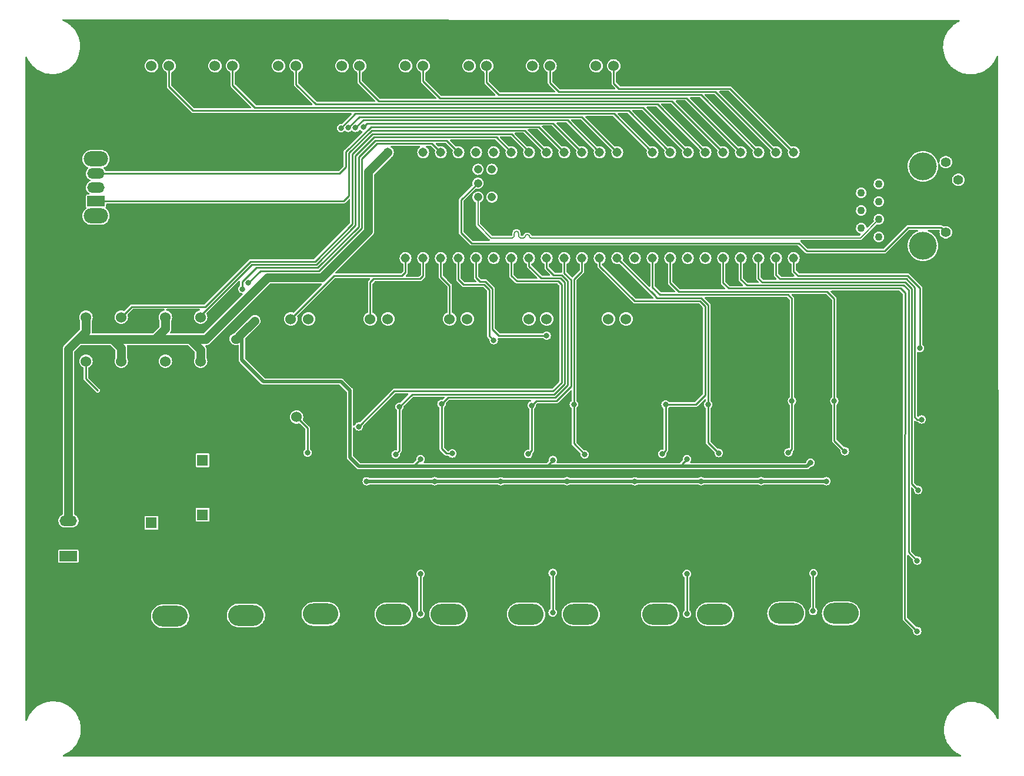
<source format=gbl>
G04 #@! TF.GenerationSoftware,KiCad,Pcbnew,(6.0.7)*
G04 #@! TF.CreationDate,2023-03-20T22:10:27-05:00*
G04 #@! TF.ProjectId,ScienceMotorController,53636965-6e63-4654-9d6f-746f72436f6e,rev?*
G04 #@! TF.SameCoordinates,Original*
G04 #@! TF.FileFunction,Copper,L2,Bot*
G04 #@! TF.FilePolarity,Positive*
%FSLAX46Y46*%
G04 Gerber Fmt 4.6, Leading zero omitted, Abs format (unit mm)*
G04 Created by KiCad (PCBNEW (6.0.7)) date 2023-03-20 22:10:27*
%MOMM*%
%LPD*%
G01*
G04 APERTURE LIST*
G04 #@! TA.AperFunction,ComponentPad*
%ADD10C,1.524000*%
G04 #@! TD*
G04 #@! TA.AperFunction,ComponentPad*
%ADD11R,2.500000X1.500000*%
G04 #@! TD*
G04 #@! TA.AperFunction,ComponentPad*
%ADD12O,2.500000X1.500000*%
G04 #@! TD*
G04 #@! TA.AperFunction,ComponentPad*
%ADD13R,1.600000X1.600000*%
G04 #@! TD*
G04 #@! TA.AperFunction,ComponentPad*
%ADD14C,1.600000*%
G04 #@! TD*
G04 #@! TA.AperFunction,ComponentPad*
%ADD15C,1.308000*%
G04 #@! TD*
G04 #@! TA.AperFunction,ComponentPad*
%ADD16C,1.208000*%
G04 #@! TD*
G04 #@! TA.AperFunction,ComponentPad*
%ADD17O,3.500000X2.200000*%
G04 #@! TD*
G04 #@! TA.AperFunction,ComponentPad*
%ADD18C,1.100000*%
G04 #@! TD*
G04 #@! TA.AperFunction,ComponentPad*
%ADD19C,1.400000*%
G04 #@! TD*
G04 #@! TA.AperFunction,ComponentPad*
%ADD20C,4.000000*%
G04 #@! TD*
G04 #@! TA.AperFunction,ComponentPad*
%ADD21C,2.000000*%
G04 #@! TD*
G04 #@! TA.AperFunction,ComponentPad*
%ADD22O,5.100000X3.000000*%
G04 #@! TD*
G04 #@! TA.AperFunction,ViaPad*
%ADD23C,0.800000*%
G04 #@! TD*
G04 #@! TA.AperFunction,Conductor*
%ADD24C,0.254000*%
G04 #@! TD*
G04 #@! TA.AperFunction,Conductor*
%ADD25C,1.270000*%
G04 #@! TD*
G04 #@! TA.AperFunction,Conductor*
%ADD26C,0.508000*%
G04 #@! TD*
G04 #@! TA.AperFunction,Conductor*
%ADD27C,0.200000*%
G04 #@! TD*
G04 APERTURE END LIST*
D10*
X123190000Y-38481000D03*
X125730000Y-38481000D03*
X150598500Y-38481000D03*
X153138500Y-38481000D03*
X97764600Y-74676000D03*
X100304600Y-74676000D03*
X102844600Y-74676000D03*
X91414600Y-81026000D03*
X88874600Y-81026000D03*
X86334600Y-81026000D03*
D11*
X83820000Y-109093000D03*
D12*
X83820000Y-106553000D03*
X83820000Y-104013000D03*
D10*
X102844600Y-81026000D03*
X100304600Y-81026000D03*
X97764600Y-81026000D03*
X86334600Y-74676000D03*
X88874600Y-74676000D03*
X91414600Y-74676000D03*
X132334000Y-38481000D03*
X134874000Y-38481000D03*
X159004000Y-74930000D03*
X161544000Y-74930000D03*
X164084000Y-74930000D03*
X116655550Y-89066400D03*
X119195550Y-89066400D03*
X159766000Y-38481000D03*
X162306000Y-38481000D03*
X95758000Y-38481000D03*
X98298000Y-38481000D03*
X147574000Y-74930000D03*
X150114000Y-74930000D03*
X152654000Y-74930000D03*
X136144000Y-74930000D03*
X138684000Y-74930000D03*
X141224000Y-74930000D03*
D13*
X103124000Y-103124000D03*
D14*
X105624000Y-103124000D03*
D15*
X132334000Y-66167000D03*
X134874000Y-66167000D03*
X137414000Y-66167000D03*
X139954000Y-66167000D03*
X165354000Y-66167000D03*
X134874000Y-50927000D03*
X142494000Y-66167000D03*
X145034000Y-66167000D03*
X147574000Y-66167000D03*
X150114000Y-66167000D03*
X152654000Y-66167000D03*
X155194000Y-66167000D03*
X157734000Y-66167000D03*
X160274000Y-66167000D03*
X162814000Y-66167000D03*
X162814000Y-50927000D03*
X160274000Y-50927000D03*
X157734000Y-50927000D03*
X155194000Y-50927000D03*
X152654000Y-50927000D03*
X150114000Y-50927000D03*
X147574000Y-50927000D03*
X145034000Y-50927000D03*
X142494000Y-50927000D03*
X139954000Y-50927000D03*
X137414000Y-50927000D03*
X167894000Y-66167000D03*
X170434000Y-66167000D03*
X172974000Y-66167000D03*
X175514000Y-66167000D03*
X178054000Y-66167000D03*
X180594000Y-66167000D03*
X183134000Y-66167000D03*
X185674000Y-66167000D03*
X188214000Y-66167000D03*
X188214000Y-50927000D03*
X185674000Y-50927000D03*
X183134000Y-50927000D03*
X180594000Y-50927000D03*
X178054000Y-50927000D03*
X175514000Y-50927000D03*
X172974000Y-50927000D03*
X170434000Y-50927000D03*
X167894000Y-50927000D03*
X129794000Y-66167000D03*
X165354000Y-50927000D03*
X132334000Y-50927000D03*
D16*
X144764000Y-55377000D03*
X142764000Y-55377000D03*
X142764000Y-53377000D03*
X144764000Y-53377000D03*
X144764000Y-57377000D03*
X142764000Y-57377000D03*
D15*
X129794000Y-50927000D03*
D17*
X87775100Y-51881600D03*
X87775100Y-60081600D03*
D11*
X87775100Y-57981600D03*
D12*
X87775100Y-55981600D03*
X87775100Y-53981600D03*
D10*
X114046000Y-38481000D03*
X116586000Y-38481000D03*
D18*
X200469000Y-63117000D03*
X197929000Y-61847000D03*
X200469000Y-60577000D03*
X197929000Y-59307000D03*
X200469000Y-58037000D03*
X197929000Y-56767000D03*
X200469000Y-55497000D03*
X197929000Y-54227000D03*
D19*
X211899000Y-64997000D03*
X210109000Y-62457000D03*
X211899000Y-54887000D03*
X210109000Y-52347000D03*
D20*
X206819000Y-64387000D03*
X206819000Y-52957000D03*
D21*
X203769000Y-50797000D03*
X203769000Y-66547000D03*
D10*
X104902000Y-38481000D03*
X107442000Y-38481000D03*
D13*
X95758000Y-104306379D03*
D14*
X95758000Y-101806379D03*
D10*
X141478000Y-38481000D03*
X144018000Y-38481000D03*
X113284000Y-74930000D03*
X115824000Y-74930000D03*
X118364000Y-74930000D03*
D13*
X103124000Y-95274000D03*
D14*
X105624000Y-95274000D03*
D10*
X124714000Y-74930000D03*
X127254000Y-74930000D03*
X129794000Y-74930000D03*
D22*
X120129300Y-109551500D03*
X120129300Y-117425500D03*
X176869000Y-117468600D03*
X168995000Y-117468600D03*
X157565000Y-117468600D03*
X149691000Y-117468600D03*
X109375600Y-109742800D03*
X109375600Y-117616800D03*
X98453600Y-109869800D03*
X98453600Y-117743800D03*
X138515000Y-117468600D03*
X130641000Y-117468600D03*
X195030000Y-117341600D03*
X187156000Y-117341600D03*
D23*
X152654000Y-77343000D03*
X172847000Y-95123000D03*
X107804763Y-77832763D03*
X110617000Y-75184000D03*
X134493000Y-95123000D03*
X190627000Y-95631000D03*
X153543000Y-95250000D03*
X145034000Y-77978000D03*
X146050000Y-98298000D03*
X155575000Y-98298000D03*
X126746000Y-98298000D03*
X183515000Y-98298000D03*
X165354000Y-98298000D03*
X192913000Y-98298000D03*
X174879000Y-98298000D03*
X136525000Y-98298000D03*
X118230350Y-94197200D03*
X158140400Y-94437200D03*
X156565600Y-87223600D03*
X194056000Y-86741000D03*
X195580000Y-93980000D03*
X150520400Y-87376000D03*
X150012400Y-94386400D03*
X187960000Y-86741000D03*
X187452000Y-94151500D03*
X175895000Y-87249000D03*
X177419000Y-94234000D03*
X169773600Y-87274400D03*
X169291000Y-94361000D03*
X153517600Y-111506000D03*
X153517600Y-117195600D03*
X191008000Y-116992400D03*
X191058800Y-111556800D03*
X125603000Y-90424000D03*
X126281681Y-47287681D03*
X125132967Y-47408967D03*
X124111253Y-47403253D03*
X123049283Y-47437796D03*
X206375000Y-79121000D03*
X206629000Y-89408000D03*
X206121000Y-99568000D03*
X205994000Y-109728000D03*
X134518400Y-111658400D03*
X134493000Y-117424200D03*
X172872400Y-117398800D03*
X172821600Y-111658400D03*
X205994000Y-119888000D03*
X108839000Y-70612000D03*
X109728000Y-69723000D03*
X139065000Y-94310200D03*
X137515600Y-87172800D03*
X130911600Y-94437200D03*
X131470400Y-87579200D03*
X153543000Y-89154000D03*
X186309000Y-110236000D03*
X159385000Y-110236000D03*
X176276000Y-110236000D03*
X117475000Y-82169000D03*
X203911200Y-123494800D03*
X184404000Y-89535000D03*
X128143000Y-89662000D03*
X169316400Y-110236000D03*
X147447000Y-94361000D03*
X134493000Y-89027000D03*
X139090400Y-110363000D03*
X140335000Y-110363000D03*
X128397000Y-110363000D03*
X85598000Y-95224600D03*
X128397000Y-94361000D03*
X203454000Y-113411000D03*
X175260000Y-94488000D03*
X166370000Y-89662000D03*
X151765000Y-82042000D03*
X196850000Y-110236000D03*
X197612000Y-89535000D03*
X195605400Y-110236000D03*
X140970000Y-89662000D03*
X148844000Y-110236000D03*
X188722000Y-110236000D03*
X101727000Y-41148000D03*
X178689000Y-110236000D03*
X187477400Y-110236000D03*
X155956000Y-94488000D03*
X78994000Y-93827600D03*
X156591000Y-41148000D03*
X155702000Y-110236000D03*
X160020000Y-89662000D03*
X121481550Y-96254600D03*
X151257000Y-110236000D03*
X147574000Y-110236000D03*
X168148000Y-110236000D03*
X150012400Y-110236000D03*
X185039000Y-110236000D03*
X191527500Y-52781000D03*
X132080000Y-110363000D03*
X92456000Y-42037000D03*
X159004000Y-78105000D03*
X122624550Y-87618600D03*
X158140400Y-110236000D03*
X175006000Y-110236000D03*
X87122000Y-105537000D03*
X129667000Y-110363000D03*
X136652000Y-110363000D03*
X83820000Y-61087000D03*
X147574000Y-78232000D03*
X140335000Y-82042000D03*
X110871000Y-41148000D03*
X163322000Y-82042000D03*
X193294000Y-94488000D03*
X156972000Y-110236000D03*
X193167000Y-110236000D03*
X83566000Y-50927000D03*
X203489500Y-93091000D03*
X128905000Y-82169000D03*
X129159000Y-41275000D03*
X194437000Y-110236000D03*
X138303000Y-41021000D03*
X179197000Y-89662000D03*
X184912000Y-94234000D03*
X136906000Y-94488000D03*
X120015000Y-41021000D03*
X195718500Y-54432000D03*
X130835400Y-110363000D03*
X147193000Y-89662000D03*
X137922000Y-110363000D03*
X170561000Y-110236000D03*
X177444400Y-110236000D03*
X191008000Y-89027000D03*
X172847000Y-89027000D03*
X203454000Y-103251000D03*
X147574000Y-41275000D03*
X203454000Y-82804000D03*
X166878000Y-110236000D03*
X91186000Y-95224600D03*
D24*
X131826000Y-68707000D02*
X132334000Y-68199000D01*
X115824000Y-74930000D02*
X122047000Y-68707000D01*
X122047000Y-68707000D02*
X131826000Y-68707000D01*
X132334000Y-68199000D02*
X132334000Y-66167000D01*
X142494000Y-68961000D02*
X142494000Y-66167000D01*
X145796000Y-77343000D02*
X144853000Y-76400000D01*
X144853000Y-70550948D02*
X143825052Y-69523000D01*
X143056000Y-69523000D02*
X142494000Y-68961000D01*
X152654000Y-77343000D02*
X145796000Y-77343000D01*
X144853000Y-76400000D02*
X144853000Y-70550948D01*
X143825052Y-69523000D02*
X143056000Y-69523000D01*
D25*
X107804763Y-77832763D02*
X107968237Y-77832763D01*
D26*
X125603000Y-96139000D02*
X124333000Y-94869000D01*
D24*
X172212000Y-95758000D02*
X172212000Y-96139000D01*
D26*
X133223000Y-96139000D02*
X125603000Y-96139000D01*
X190642800Y-95615200D02*
X190119000Y-96139000D01*
D24*
X153543000Y-95250000D02*
X152781000Y-96012000D01*
X172847000Y-95123000D02*
X172212000Y-95758000D01*
D26*
X190119000Y-96139000D02*
X172212000Y-96139000D01*
X111887000Y-83947000D02*
X108775500Y-80835500D01*
D24*
X152781000Y-96012000D02*
X152781000Y-96139000D01*
D26*
X124333000Y-94869000D02*
X124333000Y-85217000D01*
X190642800Y-95615200D02*
X190627000Y-95631000D01*
X123063000Y-83947000D02*
X111887000Y-83947000D01*
X152781000Y-96139000D02*
X152273000Y-96139000D01*
X124333000Y-85217000D02*
X123063000Y-83947000D01*
D25*
X107968237Y-77832763D02*
X108775500Y-77025500D01*
X108775500Y-77025500D02*
X110617000Y-75184000D01*
D24*
X134493000Y-95123000D02*
X133477000Y-96139000D01*
X133477000Y-96139000D02*
X133223000Y-96139000D01*
D26*
X152273000Y-96139000D02*
X133223000Y-96139000D01*
X172212000Y-96139000D02*
X152781000Y-96139000D01*
X108775500Y-80835500D02*
X108775500Y-77025500D01*
D24*
X144399000Y-70739000D02*
X143637000Y-69977000D01*
X144399000Y-77343000D02*
X144399000Y-70739000D01*
X143637000Y-69977000D02*
X140716000Y-69977000D01*
X140716000Y-69977000D02*
X139954000Y-69215000D01*
X145034000Y-77978000D02*
X144399000Y-77343000D01*
X139954000Y-69215000D02*
X139954000Y-66167000D01*
X127254000Y-69669000D02*
X127762000Y-69161000D01*
X134420000Y-69161000D02*
X134874000Y-68707000D01*
X127254000Y-74930000D02*
X127254000Y-69669000D01*
X127762000Y-69161000D02*
X134420000Y-69161000D01*
X134874000Y-68707000D02*
X134874000Y-66167000D01*
D25*
X102844600Y-81026000D02*
X102844600Y-79349600D01*
X90170000Y-77851000D02*
X96266000Y-77851000D01*
X101346000Y-77851000D02*
X103632000Y-77851000D01*
X120269000Y-68961000D02*
X127000000Y-62230000D01*
X97764600Y-76352400D02*
X96266000Y-77851000D01*
X86334600Y-74676000D02*
X86334600Y-76733400D01*
X127000000Y-62230000D02*
X127000000Y-53721000D01*
X103632000Y-77851000D02*
X112522000Y-68961000D01*
X97764600Y-74676000D02*
X97764600Y-76352400D01*
X112522000Y-68961000D02*
X120269000Y-68961000D01*
X85217000Y-77851000D02*
X87376000Y-77851000D01*
X96266000Y-77851000D02*
X99441000Y-77851000D01*
X86334600Y-76733400D02*
X85217000Y-77851000D01*
X83820000Y-104013000D02*
X83820000Y-79248000D01*
X91414600Y-81026000D02*
X91414600Y-79095600D01*
X87376000Y-77851000D02*
X90170000Y-77851000D01*
X91414600Y-79095600D02*
X90170000Y-77851000D01*
X102844600Y-79349600D02*
X101346000Y-77851000D01*
X99441000Y-77851000D02*
X101346000Y-77851000D01*
X127000000Y-53721000D02*
X129794000Y-50927000D01*
X83820000Y-79248000D02*
X85217000Y-77851000D01*
D24*
X138684000Y-74930000D02*
X138684000Y-70104000D01*
X138684000Y-70104000D02*
X137414000Y-68834000D01*
X137414000Y-68834000D02*
X137414000Y-66167000D01*
D26*
X165354000Y-98298000D02*
X174879000Y-98298000D01*
X183515000Y-98298000D02*
X192913000Y-98298000D01*
X155575000Y-98298000D02*
X165354000Y-98298000D01*
X146050000Y-98298000D02*
X155575000Y-98298000D01*
X174879000Y-98298000D02*
X183515000Y-98298000D01*
X136525000Y-98298000D02*
X146050000Y-98298000D01*
X126746000Y-98298000D02*
X136525000Y-98298000D01*
D24*
X118230350Y-94197200D02*
X118230350Y-90641200D01*
X118230350Y-90641200D02*
X116655550Y-89066400D01*
X158140400Y-94437200D02*
X156565600Y-92862400D01*
X157734000Y-68072000D02*
X157734000Y-66167000D01*
X156591000Y-69215000D02*
X157734000Y-68072000D01*
X156565600Y-92862400D02*
X156565600Y-87223600D01*
X156591000Y-87198200D02*
X156591000Y-69215000D01*
X156565600Y-87223600D02*
X156591000Y-87198200D01*
X171688000Y-70977000D02*
X170434000Y-69723000D01*
X194056000Y-86741000D02*
X194056000Y-72009000D01*
X193024000Y-70977000D02*
X171688000Y-70977000D01*
X194056000Y-92456000D02*
X194056000Y-86741000D01*
X194056000Y-72009000D02*
X193024000Y-70977000D01*
X170434000Y-69723000D02*
X170434000Y-66167000D01*
X195580000Y-93980000D02*
X194056000Y-92456000D01*
X155194000Y-68326000D02*
X155194000Y-66167000D01*
X156137000Y-84655000D02*
X156137000Y-69269000D01*
X154051000Y-86741000D02*
X156137000Y-84655000D01*
X150520400Y-87376000D02*
X151155400Y-86741000D01*
X150520400Y-93878400D02*
X150520400Y-87376000D01*
X150012400Y-94386400D02*
X150520400Y-93878400D01*
X156137000Y-69269000D02*
X155194000Y-68326000D01*
X150571200Y-87325200D02*
X150520400Y-87376000D01*
X151155400Y-86741000D02*
X154051000Y-86741000D01*
X167894000Y-70358000D02*
X167894000Y-66167000D01*
X187382000Y-71431000D02*
X168967000Y-71431000D01*
X187960000Y-93643500D02*
X187960000Y-86741000D01*
X187960000Y-72009000D02*
X187382000Y-71431000D01*
X168967000Y-71431000D02*
X167894000Y-70358000D01*
X187452000Y-94151500D02*
X187960000Y-93643500D01*
X187960000Y-86741000D02*
X187960000Y-72009000D01*
X168524948Y-71885000D02*
X168267948Y-71628000D01*
X175895000Y-87249000D02*
X175895000Y-72898000D01*
X174882000Y-71885000D02*
X168524948Y-71885000D01*
X175895000Y-72898000D02*
X174882000Y-71885000D01*
X168267948Y-71628000D02*
X168267948Y-71620948D01*
X177419000Y-94234000D02*
X175895000Y-92710000D01*
X175895000Y-92710000D02*
X175895000Y-87249000D01*
X168267948Y-71620948D02*
X162814000Y-66167000D01*
X164427000Y-44920000D02*
X170434000Y-50927000D01*
X98298000Y-41452800D02*
X101765200Y-44920000D01*
X98298000Y-38481000D02*
X98298000Y-41452800D01*
X101765200Y-44920000D02*
X164427000Y-44920000D01*
X125730000Y-38481000D02*
X125730000Y-40764000D01*
X170685000Y-43558000D02*
X178054000Y-50927000D01*
X125730000Y-40764000D02*
X128524000Y-43558000D01*
X128524000Y-43558000D02*
X170685000Y-43558000D01*
X107442000Y-38481000D02*
X107442000Y-41252800D01*
X166513000Y-44466000D02*
X172974000Y-50927000D01*
X107442000Y-41252800D02*
X110655200Y-44466000D01*
X110655200Y-44466000D02*
X166513000Y-44466000D01*
X134874000Y-38481000D02*
X134874000Y-40691000D01*
X134874000Y-40691000D02*
X137287000Y-43104000D01*
X172771000Y-43104000D02*
X180594000Y-50927000D01*
X137287000Y-43104000D02*
X172771000Y-43104000D01*
X168599000Y-44012000D02*
X175514000Y-50927000D01*
X116586000Y-41154400D02*
X119443600Y-44012000D01*
X116586000Y-38481000D02*
X116586000Y-41154400D01*
X119443600Y-44012000D02*
X168599000Y-44012000D01*
X144018000Y-40872000D02*
X145796000Y-42650000D01*
X174857000Y-42650000D02*
X183134000Y-50927000D01*
X145796000Y-42650000D02*
X174857000Y-42650000D01*
X144018000Y-38481000D02*
X144018000Y-40872000D01*
X169773600Y-87274400D02*
X174091600Y-87274400D01*
X175441000Y-73086052D02*
X174693948Y-72339000D01*
X169773600Y-93878400D02*
X169773600Y-87274400D01*
X174091600Y-87274400D02*
X175441000Y-85925000D01*
X175441000Y-85925000D02*
X175441000Y-73086052D01*
X174693948Y-72339000D02*
X165303000Y-72339000D01*
X169291000Y-94361000D02*
X169773600Y-93878400D01*
X160274000Y-67310000D02*
X160274000Y-66167000D01*
X165303000Y-72339000D02*
X160274000Y-67310000D01*
X153517600Y-117195600D02*
X153517600Y-111506000D01*
X191008000Y-116992400D02*
X191008000Y-111607600D01*
X191008000Y-111607600D02*
X191058800Y-111556800D01*
X140335000Y-57806000D02*
X142764000Y-55377000D01*
X188976000Y-64008000D02*
X141859000Y-64008000D01*
X190119000Y-65151000D02*
X188976000Y-64008000D01*
X201295000Y-65151000D02*
X190119000Y-65151000D01*
X140335000Y-62484000D02*
X140335000Y-57806000D01*
X204689000Y-61757000D02*
X201295000Y-65151000D01*
X209409000Y-61757000D02*
X204689000Y-61757000D01*
X141859000Y-64008000D02*
X140335000Y-62484000D01*
X210109000Y-62457000D02*
X209409000Y-61757000D01*
D27*
X197800000Y-63246000D02*
X200469000Y-60577000D01*
X150552000Y-63246000D02*
X197800000Y-63246000D01*
X144653000Y-63246000D02*
X147701000Y-63246000D01*
X150402000Y-63246000D02*
X150552000Y-63246000D01*
X148901000Y-63246000D02*
X148951000Y-63246000D01*
X148601000Y-62596000D02*
X148601000Y-62946000D01*
X142764000Y-61357000D02*
X144653000Y-63246000D01*
X142764000Y-57377000D02*
X142764000Y-61357000D01*
X148951000Y-63246000D02*
X149352000Y-63246000D01*
X148001000Y-62946000D02*
X148001000Y-62596000D01*
X149802000Y-62796000D02*
X149952000Y-62796000D01*
X149802000Y-62796000D02*
G75*
G03*
X149577000Y-63021000I0J-225000D01*
G01*
X148901000Y-63246000D02*
G75*
G02*
X148601000Y-62946000I0J300000D01*
G01*
X148001000Y-62946000D02*
G75*
G02*
X147701000Y-63246000I-300000J0D01*
G01*
X148601000Y-62596000D02*
G75*
G03*
X148301000Y-62296000I-300000J0D01*
G01*
X150402000Y-63246000D02*
G75*
G02*
X150177000Y-63021000I0J225000D01*
G01*
X149577000Y-63021000D02*
G75*
G02*
X149352000Y-63246000I-225000J0D01*
G01*
X148301000Y-62296000D02*
G75*
G03*
X148001000Y-62596000I0J-300000D01*
G01*
X150177000Y-63021000D02*
G75*
G03*
X149952000Y-62796000I-225000J0D01*
G01*
D24*
X91414600Y-74676000D02*
X92938600Y-73152000D01*
X150114000Y-50800000D02*
X150114000Y-50927000D01*
X124676000Y-61267370D02*
X124676000Y-51204895D01*
X103497948Y-73152000D02*
X110012947Y-66637000D01*
X110012947Y-66637000D02*
X119306370Y-66637000D01*
X119306370Y-66637000D02*
X124676000Y-61267370D01*
X127585894Y-48295000D02*
X147609000Y-48295000D01*
X124676000Y-51204895D02*
X127585894Y-48295000D01*
X92938600Y-73152000D02*
X103497948Y-73152000D01*
X147609000Y-48295000D02*
X150114000Y-50800000D01*
X125130000Y-51392948D02*
X127773947Y-48749000D01*
X145396000Y-48749000D02*
X147574000Y-50927000D01*
X102844600Y-74447400D02*
X110201000Y-67091000D01*
X110201000Y-67091000D02*
X119494422Y-67091000D01*
X119494422Y-67091000D02*
X125130000Y-61455422D01*
X127773947Y-48749000D02*
X145396000Y-48749000D01*
X102844600Y-74676000D02*
X102844600Y-74447400D01*
X125130000Y-61455422D02*
X125130000Y-51392948D01*
X176943000Y-42196000D02*
X185674000Y-50927000D01*
X153138500Y-38481000D02*
X153138500Y-40902500D01*
X153138500Y-40902500D02*
X154432000Y-42196000D01*
X154432000Y-42196000D02*
X176943000Y-42196000D01*
X163068000Y-41742000D02*
X179029000Y-41742000D01*
X162306000Y-40980000D02*
X163068000Y-41742000D01*
X179029000Y-41742000D02*
X188214000Y-50927000D01*
X162306000Y-38481000D02*
X162306000Y-40980000D01*
X125603000Y-90424000D02*
X130702000Y-85325000D01*
X153540844Y-85325000D02*
X154775000Y-84090844D01*
X147574000Y-68707000D02*
X147574000Y-66167000D01*
X154775000Y-69939000D02*
X154324000Y-69488000D01*
X154775000Y-84090844D02*
X154775000Y-69939000D01*
X154324000Y-69488000D02*
X148355000Y-69488000D01*
X148355000Y-69488000D02*
X147574000Y-68707000D01*
X130702000Y-85325000D02*
X153540844Y-85325000D01*
X126833362Y-46736000D02*
X153543000Y-46736000D01*
X126281681Y-47287681D02*
X126833362Y-46736000D01*
X153543000Y-46736000D02*
X157734000Y-50927000D01*
X125132967Y-47408967D02*
X126259934Y-46282000D01*
X126259934Y-46282000D02*
X155629000Y-46282000D01*
X155629000Y-46282000D02*
X160274000Y-50927000D01*
X124111253Y-47403253D02*
X125686506Y-45828000D01*
X125686506Y-45828000D02*
X157715000Y-45828000D01*
X157715000Y-45828000D02*
X162814000Y-50927000D01*
X162341000Y-45374000D02*
X167894000Y-50927000D01*
X123049283Y-47437796D02*
X125113079Y-45374000D01*
X125113079Y-45374000D02*
X162341000Y-45374000D01*
X206375000Y-79121000D02*
X206375000Y-70477948D01*
X206375000Y-70477948D02*
X204604052Y-68707000D01*
X204604052Y-68707000D02*
X188849000Y-68707000D01*
X188849000Y-68707000D02*
X188214000Y-68072000D01*
X188214000Y-68072000D02*
X188214000Y-66167000D01*
X205994000Y-89408000D02*
X205648000Y-89062000D01*
X205648000Y-70393000D02*
X204416000Y-69161000D01*
X204416000Y-69161000D02*
X186255000Y-69161000D01*
X185674000Y-68580000D02*
X185674000Y-66167000D01*
X186255000Y-69161000D02*
X185674000Y-68580000D01*
X205648000Y-89062000D02*
X205648000Y-70393000D01*
X206629000Y-89408000D02*
X205994000Y-89408000D01*
X205194000Y-98641000D02*
X205194000Y-70581052D01*
X183661000Y-69615000D02*
X183134000Y-69088000D01*
X205194000Y-70581052D02*
X204227948Y-69615000D01*
X183134000Y-69088000D02*
X183134000Y-66167000D01*
X206121000Y-99568000D02*
X205194000Y-98641000D01*
X204227948Y-69615000D02*
X183661000Y-69615000D01*
X204740000Y-70769104D02*
X204039896Y-70069000D01*
X204740000Y-108474000D02*
X204740000Y-70769104D01*
X205994000Y-109728000D02*
X204740000Y-108474000D01*
X204039896Y-70069000D02*
X181448000Y-70069000D01*
X181448000Y-70069000D02*
X180594000Y-69215000D01*
X180594000Y-69215000D02*
X180594000Y-66167000D01*
X87775100Y-57981600D02*
X123374400Y-57981600D01*
X124206000Y-51032842D02*
X127486842Y-47752000D01*
X127486842Y-47752000D02*
X149479000Y-47752000D01*
X123374400Y-57981600D02*
X124206000Y-57150000D01*
X124206000Y-57150000D02*
X124206000Y-51032842D01*
X149479000Y-47752000D02*
X152654000Y-50927000D01*
X122802400Y-53981600D02*
X123752000Y-53032000D01*
X151511000Y-47244000D02*
X155194000Y-50927000D01*
X127352790Y-47244000D02*
X151511000Y-47244000D01*
X123752000Y-50844790D02*
X127352790Y-47244000D01*
X123752000Y-53032000D02*
X123752000Y-50844790D01*
X87775100Y-53981600D02*
X122802400Y-53981600D01*
X134493000Y-117424200D02*
X134493000Y-111683800D01*
X134493000Y-111683800D02*
X134518400Y-111658400D01*
X172872400Y-117398800D02*
X172872400Y-111709200D01*
X172872400Y-111709200D02*
X172821600Y-111658400D01*
X204216000Y-91554866D02*
X204286000Y-91484866D01*
X178054000Y-69723000D02*
X178054000Y-66167000D01*
X178854000Y-70523000D02*
X178054000Y-69723000D01*
X204216000Y-118110000D02*
X204216000Y-91554866D01*
X204286000Y-71190000D02*
X203619000Y-70523000D01*
X205994000Y-119888000D02*
X204216000Y-118110000D01*
X203619000Y-70523000D02*
X178854000Y-70523000D01*
X204286000Y-91484866D02*
X204286000Y-71190000D01*
X138230000Y-49203000D02*
X139954000Y-50927000D01*
X108839000Y-69583866D02*
X110877866Y-67545000D01*
X108839000Y-70612000D02*
X108839000Y-69583866D01*
X110877866Y-67545000D02*
X119682474Y-67545000D01*
X125584000Y-51581000D02*
X127962000Y-49203000D01*
X119682474Y-67545000D02*
X125584000Y-61643474D01*
X125584000Y-61643474D02*
X125584000Y-51581000D01*
X127962000Y-49203000D02*
X138230000Y-49203000D01*
X86334600Y-83540600D02*
X88011000Y-85217000D01*
X86334600Y-81026000D02*
X86334600Y-83540600D01*
X119870526Y-67999000D02*
X126038000Y-61831526D01*
X126038000Y-61831526D02*
X126038000Y-51889000D01*
X136144000Y-49657000D02*
X137414000Y-50927000D01*
X109728000Y-69723000D02*
X111452000Y-67999000D01*
X126038000Y-51889000D02*
X128270000Y-49657000D01*
X128270000Y-49657000D02*
X136144000Y-49657000D01*
X111452000Y-67999000D02*
X119870526Y-67999000D01*
X137515600Y-87172800D02*
X138455400Y-86233000D01*
X139065000Y-94310200D02*
X138252200Y-94310200D01*
X138252200Y-94310200D02*
X137515600Y-93573600D01*
X137515600Y-93573600D02*
X137515600Y-87172800D01*
X153670000Y-68580000D02*
X152654000Y-67564000D01*
X155683000Y-84466948D02*
X155683000Y-69457052D01*
X155683000Y-69457052D02*
X154805948Y-68580000D01*
X138455400Y-86233000D02*
X153916948Y-86233000D01*
X152654000Y-67564000D02*
X152654000Y-66167000D01*
X153916948Y-86233000D02*
X155683000Y-84466948D01*
X154805948Y-68580000D02*
X153670000Y-68580000D01*
X155229000Y-84278896D02*
X155229000Y-69645104D01*
X153728896Y-85779000D02*
X155229000Y-84278896D01*
X131470400Y-93878400D02*
X131470400Y-87579200D01*
X133270600Y-85779000D02*
X153728896Y-85779000D01*
X154617896Y-69034000D02*
X151838000Y-69034000D01*
X155229000Y-69645104D02*
X154617896Y-69034000D01*
X150114000Y-67310000D02*
X150114000Y-66167000D01*
X151838000Y-69034000D02*
X150114000Y-67310000D01*
X131470400Y-87579200D02*
X133270600Y-85779000D01*
X130911600Y-94437200D02*
X131470400Y-93878400D01*
G04 #@! TA.AperFunction,Conductor*
G36*
X195038925Y-31859640D02*
G01*
X211992522Y-31875942D01*
X212060624Y-31896010D01*
X212107065Y-31949710D01*
X212117101Y-32019994D01*
X212087546Y-32084546D01*
X212046943Y-32115525D01*
X211797974Y-32235078D01*
X211460089Y-32440919D01*
X211144319Y-32679301D01*
X211142037Y-32681411D01*
X211142028Y-32681418D01*
X210940331Y-32867866D01*
X210853786Y-32947867D01*
X210851714Y-32950205D01*
X210851709Y-32950210D01*
X210593448Y-33241609D01*
X210593443Y-33241615D01*
X210591364Y-33243961D01*
X210359647Y-33564654D01*
X210160927Y-33906776D01*
X210159637Y-33909613D01*
X210159635Y-33909617D01*
X210040683Y-34171238D01*
X209997169Y-34266943D01*
X209869992Y-34641593D01*
X209780654Y-35027023D01*
X209730039Y-35419419D01*
X209718647Y-35814902D01*
X209718868Y-35818021D01*
X209718868Y-35818028D01*
X209719774Y-35830817D01*
X209746590Y-36209562D01*
X209813593Y-36599495D01*
X209918992Y-36980845D01*
X209920122Y-36983765D01*
X209920123Y-36983769D01*
X210047549Y-37313143D01*
X210061746Y-37349841D01*
X210063161Y-37352635D01*
X210063164Y-37352643D01*
X210184508Y-37592343D01*
X210240443Y-37702835D01*
X210242134Y-37705484D01*
X210242135Y-37705486D01*
X210338400Y-37856301D01*
X210453315Y-38036335D01*
X210698258Y-38347043D01*
X210700433Y-38349299D01*
X210700438Y-38349305D01*
X210808470Y-38461371D01*
X210972849Y-38631888D01*
X210975242Y-38633921D01*
X211271979Y-38886018D01*
X211271987Y-38886025D01*
X211274374Y-38888052D01*
X211276954Y-38889835D01*
X211597277Y-39111225D01*
X211597286Y-39111230D01*
X211599849Y-39113002D01*
X211602584Y-39114515D01*
X211602589Y-39114518D01*
X211733535Y-39186953D01*
X211946058Y-39304514D01*
X211948927Y-39305747D01*
X211948938Y-39305752D01*
X212279903Y-39447945D01*
X212309575Y-39460693D01*
X212312552Y-39461634D01*
X212312556Y-39461636D01*
X212343610Y-39471457D01*
X212686807Y-39579996D01*
X212689875Y-39580640D01*
X212689876Y-39580640D01*
X212880415Y-39620619D01*
X213074023Y-39661242D01*
X213077141Y-39661578D01*
X213464942Y-39703365D01*
X213464945Y-39703365D01*
X213467393Y-39703629D01*
X213469856Y-39703700D01*
X213469857Y-39703700D01*
X213473506Y-39703805D01*
X213524711Y-39705280D01*
X213795772Y-39705280D01*
X213797335Y-39705202D01*
X213797343Y-39705202D01*
X213893711Y-39700404D01*
X214091578Y-39690554D01*
X214094663Y-39690090D01*
X214094665Y-39690090D01*
X214479736Y-39632197D01*
X214482829Y-39631732D01*
X214522165Y-39621742D01*
X214863259Y-39535115D01*
X214863262Y-39535114D01*
X214866302Y-39534342D01*
X214869250Y-39533272D01*
X215235269Y-39400414D01*
X215235279Y-39400410D01*
X215238207Y-39399347D01*
X215594866Y-39228082D01*
X215932751Y-39022241D01*
X216162826Y-38848552D01*
X216246027Y-38785742D01*
X216246030Y-38785740D01*
X216248521Y-38783859D01*
X216250803Y-38781749D01*
X216250812Y-38781742D01*
X216536757Y-38517416D01*
X216539054Y-38515293D01*
X216542408Y-38511509D01*
X216799392Y-38221551D01*
X216799397Y-38221545D01*
X216801476Y-38219199D01*
X217033193Y-37898506D01*
X217231913Y-37556384D01*
X217242567Y-37532953D01*
X217394379Y-37199059D01*
X217394380Y-37199056D01*
X217395671Y-37196217D01*
X217408115Y-37159559D01*
X217434774Y-37081025D01*
X217475611Y-37022949D01*
X217541364Y-36996171D01*
X217611157Y-37009192D01*
X217662830Y-37057879D01*
X217680087Y-37121468D01*
X217724089Y-132452086D01*
X217724093Y-132461763D01*
X217704122Y-132529893D01*
X217650488Y-132576410D01*
X217580219Y-132586547D01*
X217515625Y-132557084D01*
X217480581Y-132507284D01*
X217459226Y-132452086D01*
X217458094Y-132449159D01*
X217415284Y-132364592D01*
X217280816Y-132098968D01*
X217279397Y-132096165D01*
X217066525Y-131762665D01*
X216821582Y-131451957D01*
X216819407Y-131449701D01*
X216819402Y-131449695D01*
X216577297Y-131198550D01*
X216546991Y-131167112D01*
X216441604Y-131077579D01*
X216247861Y-130912982D01*
X216247853Y-130912975D01*
X216245466Y-130910948D01*
X216118864Y-130823448D01*
X215922563Y-130687775D01*
X215922554Y-130687770D01*
X215919991Y-130685998D01*
X215917256Y-130684485D01*
X215917251Y-130684482D01*
X215709500Y-130569561D01*
X215573782Y-130494486D01*
X215570913Y-130493253D01*
X215570902Y-130493248D01*
X215213133Y-130339539D01*
X215213130Y-130339538D01*
X215210265Y-130338307D01*
X215207288Y-130337366D01*
X215207284Y-130337364D01*
X215078509Y-130296638D01*
X214833033Y-130219004D01*
X214445817Y-130137758D01*
X214381801Y-130130860D01*
X214054898Y-130095635D01*
X214054895Y-130095635D01*
X214052447Y-130095371D01*
X214049984Y-130095300D01*
X214049983Y-130095300D01*
X214046334Y-130095195D01*
X213995129Y-130093720D01*
X213724068Y-130093720D01*
X213722505Y-130093798D01*
X213722497Y-130093798D01*
X213626129Y-130098596D01*
X213428262Y-130108446D01*
X213425177Y-130108910D01*
X213425175Y-130108910D01*
X213274893Y-130131504D01*
X213037011Y-130167268D01*
X213033976Y-130168039D01*
X213033975Y-130168039D01*
X212656581Y-130263885D01*
X212656578Y-130263886D01*
X212653538Y-130264658D01*
X212650591Y-130265728D01*
X212650590Y-130265728D01*
X212284571Y-130398586D01*
X212284561Y-130398590D01*
X212281633Y-130399653D01*
X211924974Y-130570918D01*
X211587089Y-130776759D01*
X211584579Y-130778654D01*
X211384421Y-130929758D01*
X211271319Y-131015141D01*
X211269037Y-131017251D01*
X211269028Y-131017258D01*
X211109117Y-131165079D01*
X210980786Y-131283707D01*
X210978714Y-131286045D01*
X210978709Y-131286050D01*
X210720448Y-131577449D01*
X210720443Y-131577455D01*
X210718364Y-131579801D01*
X210486647Y-131900494D01*
X210287927Y-132242616D01*
X210286637Y-132245453D01*
X210286635Y-132245457D01*
X210157310Y-132529893D01*
X210124169Y-132602783D01*
X209996992Y-132977433D01*
X209907654Y-133362863D01*
X209857039Y-133755259D01*
X209845647Y-134150742D01*
X209845868Y-134153861D01*
X209845868Y-134153868D01*
X209861324Y-134372156D01*
X209873590Y-134545402D01*
X209940593Y-134935335D01*
X209941425Y-134938344D01*
X209941426Y-134938350D01*
X209978608Y-135072878D01*
X210045992Y-135316685D01*
X210047122Y-135319605D01*
X210047123Y-135319609D01*
X210154895Y-135598181D01*
X210188746Y-135685681D01*
X210190161Y-135688475D01*
X210190164Y-135688483D01*
X210298569Y-135902623D01*
X210367443Y-136038675D01*
X210580315Y-136372175D01*
X210825258Y-136682883D01*
X210827433Y-136685139D01*
X210827438Y-136685145D01*
X210949545Y-136811811D01*
X211099849Y-136967728D01*
X211102242Y-136969761D01*
X211398979Y-137221858D01*
X211398987Y-137221865D01*
X211401374Y-137223892D01*
X211403954Y-137225675D01*
X211724277Y-137447065D01*
X211724286Y-137447070D01*
X211726849Y-137448842D01*
X211729584Y-137450355D01*
X211729589Y-137450358D01*
X211773762Y-137474793D01*
X212073058Y-137640354D01*
X212075927Y-137641587D01*
X212075938Y-137641592D01*
X212273545Y-137726490D01*
X212328238Y-137771758D01*
X212349775Y-137839409D01*
X212331318Y-137907965D01*
X212278727Y-137955659D01*
X212223762Y-137968258D01*
X206871872Y-137966343D01*
X83117529Y-137922066D01*
X83049415Y-137902040D01*
X83002942Y-137848367D01*
X82992863Y-137778090D01*
X83022379Y-137713519D01*
X83074582Y-137677628D01*
X83157067Y-137647687D01*
X83513726Y-137476422D01*
X83851611Y-137270581D01*
X84167381Y-137032199D01*
X84169663Y-137030089D01*
X84169672Y-137030082D01*
X84455617Y-136765756D01*
X84457914Y-136763633D01*
X84459991Y-136761290D01*
X84718252Y-136469891D01*
X84718257Y-136469885D01*
X84720336Y-136467539D01*
X84952053Y-136146846D01*
X85150773Y-135804724D01*
X85244683Y-135598181D01*
X85313239Y-135447399D01*
X85313240Y-135447396D01*
X85314531Y-135444557D01*
X85327271Y-135407028D01*
X85387640Y-135229185D01*
X85441708Y-135069907D01*
X85531046Y-134684477D01*
X85571332Y-134372156D01*
X85581260Y-134295191D01*
X85581260Y-134295188D01*
X85581661Y-134292081D01*
X85593053Y-133896598D01*
X85565110Y-133501938D01*
X85498107Y-133112005D01*
X85460914Y-132977433D01*
X85436730Y-132889933D01*
X85392708Y-132730655D01*
X85343238Y-132602783D01*
X85251089Y-132364592D01*
X85251087Y-132364587D01*
X85249954Y-132361659D01*
X85188324Y-132239915D01*
X85072676Y-132011468D01*
X85071257Y-132008665D01*
X84858385Y-131675165D01*
X84613442Y-131364457D01*
X84611267Y-131362201D01*
X84611262Y-131362195D01*
X84421241Y-131165079D01*
X84338851Y-131079612D01*
X84336279Y-131077427D01*
X84039721Y-130825482D01*
X84039713Y-130825475D01*
X84037326Y-130823448D01*
X83841024Y-130687775D01*
X83714423Y-130600275D01*
X83714414Y-130600270D01*
X83711851Y-130598498D01*
X83709116Y-130596985D01*
X83709111Y-130596982D01*
X83523822Y-130494486D01*
X83365642Y-130406986D01*
X83362773Y-130405753D01*
X83362762Y-130405748D01*
X83004993Y-130252039D01*
X83004990Y-130252038D01*
X83002125Y-130250807D01*
X82999148Y-130249866D01*
X82999144Y-130249864D01*
X82870369Y-130209138D01*
X82624893Y-130131504D01*
X82237677Y-130050258D01*
X82234559Y-130049922D01*
X81846758Y-130008135D01*
X81846755Y-130008135D01*
X81844307Y-130007871D01*
X81841844Y-130007800D01*
X81841843Y-130007800D01*
X81838194Y-130007695D01*
X81786989Y-130006220D01*
X81515928Y-130006220D01*
X81514365Y-130006298D01*
X81514357Y-130006298D01*
X81417989Y-130011096D01*
X81220122Y-130020946D01*
X81217037Y-130021410D01*
X81217035Y-130021410D01*
X81027390Y-130049922D01*
X80828871Y-130079768D01*
X80825836Y-130080539D01*
X80825835Y-130080539D01*
X80448441Y-130176385D01*
X80448438Y-130176386D01*
X80445398Y-130177158D01*
X80442451Y-130178228D01*
X80442450Y-130178228D01*
X80076431Y-130311086D01*
X80076421Y-130311090D01*
X80073493Y-130312153D01*
X79716834Y-130483418D01*
X79378949Y-130689259D01*
X79063179Y-130927641D01*
X79060897Y-130929751D01*
X79060888Y-130929758D01*
X78900977Y-131077579D01*
X78772646Y-131196207D01*
X78770574Y-131198545D01*
X78770569Y-131198550D01*
X78512308Y-131489949D01*
X78512303Y-131489955D01*
X78510224Y-131492301D01*
X78278507Y-131812994D01*
X78079787Y-132155116D01*
X78078497Y-132157953D01*
X78078495Y-132157957D01*
X77984544Y-132364592D01*
X77916029Y-132515283D01*
X77915024Y-132518243D01*
X77915023Y-132518246D01*
X77842813Y-132730969D01*
X77801976Y-132789046D01*
X77736223Y-132815824D01*
X77666431Y-132802803D01*
X77614758Y-132754116D01*
X77597500Y-132690468D01*
X77597500Y-117654541D01*
X95700433Y-117654541D01*
X95703536Y-117786190D01*
X95706154Y-117897270D01*
X95706529Y-117913190D01*
X95707363Y-117917895D01*
X95748433Y-118149631D01*
X95751678Y-118167942D01*
X95834841Y-118412933D01*
X95954105Y-118642525D01*
X96106725Y-118851436D01*
X96110099Y-118854828D01*
X96110101Y-118854830D01*
X96170552Y-118915598D01*
X96289189Y-119034858D01*
X96293035Y-119037699D01*
X96293040Y-119037703D01*
X96470938Y-119169100D01*
X96497298Y-119188570D01*
X96501528Y-119190796D01*
X96501532Y-119190798D01*
X96722026Y-119306805D01*
X96726263Y-119309034D01*
X96730791Y-119310597D01*
X96730792Y-119310598D01*
X96749677Y-119317119D01*
X96970815Y-119393479D01*
X97225326Y-119439961D01*
X97308119Y-119444300D01*
X99569382Y-119444300D01*
X99571761Y-119444119D01*
X99571762Y-119444119D01*
X99756809Y-119430043D01*
X99756814Y-119430042D01*
X99761576Y-119429680D01*
X99766230Y-119428601D01*
X99766232Y-119428601D01*
X100008951Y-119372342D01*
X100008950Y-119372342D01*
X100013615Y-119371261D01*
X100253918Y-119275390D01*
X100476954Y-119144273D01*
X100480665Y-119141252D01*
X100480669Y-119141249D01*
X100673879Y-118983951D01*
X100677591Y-118980929D01*
X100851213Y-118789115D01*
X100993822Y-118573247D01*
X101012314Y-118533136D01*
X101100132Y-118342643D01*
X101100133Y-118342640D01*
X101102138Y-118338291D01*
X101173668Y-118089655D01*
X101180559Y-118036238D01*
X101206156Y-117837796D01*
X101206767Y-117833059D01*
X101202448Y-117649804D01*
X101200784Y-117579190D01*
X101200784Y-117579186D01*
X101200671Y-117574410D01*
X101192364Y-117527541D01*
X106622433Y-117527541D01*
X106625036Y-117637990D01*
X106628324Y-117777484D01*
X106628529Y-117786190D01*
X106637675Y-117837796D01*
X106669076Y-118014974D01*
X106673678Y-118040942D01*
X106756841Y-118285933D01*
X106876105Y-118515525D01*
X107028725Y-118724436D01*
X107032099Y-118727828D01*
X107032101Y-118727830D01*
X107092552Y-118788598D01*
X107211189Y-118907858D01*
X107215035Y-118910699D01*
X107215040Y-118910703D01*
X107392938Y-119042100D01*
X107419298Y-119061570D01*
X107423528Y-119063796D01*
X107423532Y-119063798D01*
X107593840Y-119153401D01*
X107648263Y-119182034D01*
X107892815Y-119266479D01*
X108147326Y-119312961D01*
X108230119Y-119317300D01*
X110491382Y-119317300D01*
X110493761Y-119317119D01*
X110493762Y-119317119D01*
X110678809Y-119303043D01*
X110678814Y-119303042D01*
X110683576Y-119302680D01*
X110688230Y-119301601D01*
X110688232Y-119301601D01*
X110930951Y-119245342D01*
X110930950Y-119245342D01*
X110935615Y-119244261D01*
X111175918Y-119148390D01*
X111398954Y-119017273D01*
X111402665Y-119014252D01*
X111402669Y-119014249D01*
X111595879Y-118856951D01*
X111599591Y-118853929D01*
X111773213Y-118662115D01*
X111915822Y-118446247D01*
X111933268Y-118408405D01*
X112022132Y-118215643D01*
X112022133Y-118215640D01*
X112024138Y-118211291D01*
X112095668Y-117962655D01*
X112097438Y-117948939D01*
X112128156Y-117710796D01*
X112128767Y-117706059D01*
X112124310Y-117516936D01*
X112122784Y-117452190D01*
X112122784Y-117452186D01*
X112122671Y-117447410D01*
X112102969Y-117336241D01*
X117376133Y-117336241D01*
X117378363Y-117430859D01*
X117382081Y-117588591D01*
X117382229Y-117594890D01*
X117390701Y-117642695D01*
X117425279Y-117837796D01*
X117427378Y-117849642D01*
X117510541Y-118094633D01*
X117629805Y-118324225D01*
X117782425Y-118533136D01*
X117785799Y-118536528D01*
X117785801Y-118536530D01*
X117824247Y-118575178D01*
X117964889Y-118716558D01*
X117968735Y-118719399D01*
X117968740Y-118719403D01*
X118167283Y-118866049D01*
X118172998Y-118870270D01*
X118177228Y-118872496D01*
X118177232Y-118872498D01*
X118397726Y-118988505D01*
X118401963Y-118990734D01*
X118646515Y-119075179D01*
X118901026Y-119121661D01*
X118983819Y-119126000D01*
X121245082Y-119126000D01*
X121247461Y-119125819D01*
X121247462Y-119125819D01*
X121432509Y-119111743D01*
X121432514Y-119111742D01*
X121437276Y-119111380D01*
X121441930Y-119110301D01*
X121441932Y-119110301D01*
X121684651Y-119054042D01*
X121684650Y-119054042D01*
X121689315Y-119052961D01*
X121929618Y-118957090D01*
X122152654Y-118825973D01*
X122156365Y-118822952D01*
X122156369Y-118822949D01*
X122349579Y-118665651D01*
X122353291Y-118662629D01*
X122526913Y-118470815D01*
X122540506Y-118450240D01*
X122666884Y-118258940D01*
X122669522Y-118254947D01*
X122671553Y-118250543D01*
X122775832Y-118024343D01*
X122775833Y-118024340D01*
X122777838Y-118019991D01*
X122849368Y-117771355D01*
X122855568Y-117723296D01*
X122881856Y-117519496D01*
X122882467Y-117514759D01*
X122879275Y-117379341D01*
X127887833Y-117379341D01*
X127889550Y-117452190D01*
X127892801Y-117590110D01*
X127893929Y-117637990D01*
X127894763Y-117642695D01*
X127931440Y-117849642D01*
X127939078Y-117892742D01*
X127940615Y-117897269D01*
X127940615Y-117897270D01*
X127962810Y-117962655D01*
X128022241Y-118137733D01*
X128141505Y-118367325D01*
X128294125Y-118576236D01*
X128476589Y-118759658D01*
X128480435Y-118762499D01*
X128480440Y-118762503D01*
X128672831Y-118904605D01*
X128684698Y-118913370D01*
X128688928Y-118915596D01*
X128688932Y-118915598D01*
X128899535Y-119026401D01*
X128913663Y-119033834D01*
X128918191Y-119035397D01*
X128918192Y-119035398D01*
X128937077Y-119041919D01*
X129158215Y-119118279D01*
X129412726Y-119164761D01*
X129495519Y-119169100D01*
X131756782Y-119169100D01*
X131759161Y-119168919D01*
X131759162Y-119168919D01*
X131944209Y-119154843D01*
X131944214Y-119154842D01*
X131948976Y-119154480D01*
X131953630Y-119153401D01*
X131953632Y-119153401D01*
X132196351Y-119097142D01*
X132196350Y-119097142D01*
X132201015Y-119096061D01*
X132441318Y-119000190D01*
X132664354Y-118869073D01*
X132668065Y-118866052D01*
X132668069Y-118866049D01*
X132861279Y-118708751D01*
X132864991Y-118705729D01*
X133038613Y-118513915D01*
X133181222Y-118298047D01*
X133184852Y-118290174D01*
X133287532Y-118067443D01*
X133287533Y-118067440D01*
X133289538Y-118063091D01*
X133361068Y-117814455D01*
X133362768Y-117801282D01*
X133393556Y-117562596D01*
X133394167Y-117557859D01*
X133391017Y-117424200D01*
X133887318Y-117424200D01*
X133907956Y-117580962D01*
X133968464Y-117727041D01*
X134064718Y-117852482D01*
X134190159Y-117948736D01*
X134274917Y-117983844D01*
X134324742Y-118004482D01*
X134336238Y-118009244D01*
X134493000Y-118029882D01*
X134501188Y-118028804D01*
X134641574Y-118010322D01*
X134649762Y-118009244D01*
X134661259Y-118004482D01*
X134711083Y-117983844D01*
X134795841Y-117948736D01*
X134921282Y-117852482D01*
X135017536Y-117727041D01*
X135078044Y-117580962D01*
X135098682Y-117424200D01*
X135092776Y-117379341D01*
X135761833Y-117379341D01*
X135763550Y-117452190D01*
X135766801Y-117590110D01*
X135767929Y-117637990D01*
X135768763Y-117642695D01*
X135805440Y-117849642D01*
X135813078Y-117892742D01*
X135814615Y-117897269D01*
X135814615Y-117897270D01*
X135836810Y-117962655D01*
X135896241Y-118137733D01*
X136015505Y-118367325D01*
X136168125Y-118576236D01*
X136350589Y-118759658D01*
X136354435Y-118762499D01*
X136354440Y-118762503D01*
X136546831Y-118904605D01*
X136558698Y-118913370D01*
X136562928Y-118915596D01*
X136562932Y-118915598D01*
X136773535Y-119026401D01*
X136787663Y-119033834D01*
X136792191Y-119035397D01*
X136792192Y-119035398D01*
X136811077Y-119041919D01*
X137032215Y-119118279D01*
X137286726Y-119164761D01*
X137369519Y-119169100D01*
X139630782Y-119169100D01*
X139633161Y-119168919D01*
X139633162Y-119168919D01*
X139818209Y-119154843D01*
X139818214Y-119154842D01*
X139822976Y-119154480D01*
X139827630Y-119153401D01*
X139827632Y-119153401D01*
X140070351Y-119097142D01*
X140070350Y-119097142D01*
X140075015Y-119096061D01*
X140315318Y-119000190D01*
X140538354Y-118869073D01*
X140542065Y-118866052D01*
X140542069Y-118866049D01*
X140735279Y-118708751D01*
X140738991Y-118705729D01*
X140912613Y-118513915D01*
X141055222Y-118298047D01*
X141058852Y-118290174D01*
X141161532Y-118067443D01*
X141161533Y-118067440D01*
X141163538Y-118063091D01*
X141235068Y-117814455D01*
X141236768Y-117801282D01*
X141267556Y-117562596D01*
X141268167Y-117557859D01*
X141263960Y-117379341D01*
X146937833Y-117379341D01*
X146939550Y-117452190D01*
X146942801Y-117590110D01*
X146943929Y-117637990D01*
X146944763Y-117642695D01*
X146981440Y-117849642D01*
X146989078Y-117892742D01*
X146990615Y-117897269D01*
X146990615Y-117897270D01*
X147012810Y-117962655D01*
X147072241Y-118137733D01*
X147191505Y-118367325D01*
X147344125Y-118576236D01*
X147526589Y-118759658D01*
X147530435Y-118762499D01*
X147530440Y-118762503D01*
X147722831Y-118904605D01*
X147734698Y-118913370D01*
X147738928Y-118915596D01*
X147738932Y-118915598D01*
X147949535Y-119026401D01*
X147963663Y-119033834D01*
X147968191Y-119035397D01*
X147968192Y-119035398D01*
X147987077Y-119041919D01*
X148208215Y-119118279D01*
X148462726Y-119164761D01*
X148545519Y-119169100D01*
X150806782Y-119169100D01*
X150809161Y-119168919D01*
X150809162Y-119168919D01*
X150994209Y-119154843D01*
X150994214Y-119154842D01*
X150998976Y-119154480D01*
X151003630Y-119153401D01*
X151003632Y-119153401D01*
X151246351Y-119097142D01*
X151246350Y-119097142D01*
X151251015Y-119096061D01*
X151491318Y-119000190D01*
X151714354Y-118869073D01*
X151718065Y-118866052D01*
X151718069Y-118866049D01*
X151911279Y-118708751D01*
X151914991Y-118705729D01*
X152088613Y-118513915D01*
X152231222Y-118298047D01*
X152234852Y-118290174D01*
X152337532Y-118067443D01*
X152337533Y-118067440D01*
X152339538Y-118063091D01*
X152411068Y-117814455D01*
X152412768Y-117801282D01*
X152443556Y-117562596D01*
X152444167Y-117557859D01*
X152439131Y-117344174D01*
X152438184Y-117303990D01*
X152438184Y-117303986D01*
X152438071Y-117299210D01*
X152420021Y-117197362D01*
X152419709Y-117195600D01*
X152911918Y-117195600D01*
X152932556Y-117352362D01*
X152993064Y-117498441D01*
X153089318Y-117623882D01*
X153095864Y-117628905D01*
X153107704Y-117637990D01*
X153214759Y-117720136D01*
X153360838Y-117780644D01*
X153517600Y-117801282D01*
X153525788Y-117800204D01*
X153666174Y-117781722D01*
X153674362Y-117780644D01*
X153820441Y-117720136D01*
X153927496Y-117637990D01*
X153939336Y-117628905D01*
X153945882Y-117623882D01*
X154042136Y-117498441D01*
X154091469Y-117379341D01*
X154811833Y-117379341D01*
X154813550Y-117452190D01*
X154816801Y-117590110D01*
X154817929Y-117637990D01*
X154818763Y-117642695D01*
X154855440Y-117849642D01*
X154863078Y-117892742D01*
X154864615Y-117897269D01*
X154864615Y-117897270D01*
X154886810Y-117962655D01*
X154946241Y-118137733D01*
X155065505Y-118367325D01*
X155218125Y-118576236D01*
X155400589Y-118759658D01*
X155404435Y-118762499D01*
X155404440Y-118762503D01*
X155596831Y-118904605D01*
X155608698Y-118913370D01*
X155612928Y-118915596D01*
X155612932Y-118915598D01*
X155823535Y-119026401D01*
X155837663Y-119033834D01*
X155842191Y-119035397D01*
X155842192Y-119035398D01*
X155861077Y-119041919D01*
X156082215Y-119118279D01*
X156336726Y-119164761D01*
X156419519Y-119169100D01*
X158680782Y-119169100D01*
X158683161Y-119168919D01*
X158683162Y-119168919D01*
X158868209Y-119154843D01*
X158868214Y-119154842D01*
X158872976Y-119154480D01*
X158877630Y-119153401D01*
X158877632Y-119153401D01*
X159120351Y-119097142D01*
X159120350Y-119097142D01*
X159125015Y-119096061D01*
X159365318Y-119000190D01*
X159588354Y-118869073D01*
X159592065Y-118866052D01*
X159592069Y-118866049D01*
X159785279Y-118708751D01*
X159788991Y-118705729D01*
X159962613Y-118513915D01*
X160105222Y-118298047D01*
X160108852Y-118290174D01*
X160211532Y-118067443D01*
X160211533Y-118067440D01*
X160213538Y-118063091D01*
X160285068Y-117814455D01*
X160286768Y-117801282D01*
X160317556Y-117562596D01*
X160318167Y-117557859D01*
X160313960Y-117379341D01*
X166241833Y-117379341D01*
X166243550Y-117452190D01*
X166246801Y-117590110D01*
X166247929Y-117637990D01*
X166248763Y-117642695D01*
X166285440Y-117849642D01*
X166293078Y-117892742D01*
X166294615Y-117897269D01*
X166294615Y-117897270D01*
X166316810Y-117962655D01*
X166376241Y-118137733D01*
X166495505Y-118367325D01*
X166648125Y-118576236D01*
X166830589Y-118759658D01*
X166834435Y-118762499D01*
X166834440Y-118762503D01*
X167026831Y-118904605D01*
X167038698Y-118913370D01*
X167042928Y-118915596D01*
X167042932Y-118915598D01*
X167253535Y-119026401D01*
X167267663Y-119033834D01*
X167272191Y-119035397D01*
X167272192Y-119035398D01*
X167291077Y-119041919D01*
X167512215Y-119118279D01*
X167766726Y-119164761D01*
X167849519Y-119169100D01*
X170110782Y-119169100D01*
X170113161Y-119168919D01*
X170113162Y-119168919D01*
X170298209Y-119154843D01*
X170298214Y-119154842D01*
X170302976Y-119154480D01*
X170307630Y-119153401D01*
X170307632Y-119153401D01*
X170550351Y-119097142D01*
X170550350Y-119097142D01*
X170555015Y-119096061D01*
X170795318Y-119000190D01*
X171018354Y-118869073D01*
X171022065Y-118866052D01*
X171022069Y-118866049D01*
X171215279Y-118708751D01*
X171218991Y-118705729D01*
X171392613Y-118513915D01*
X171535222Y-118298047D01*
X171538852Y-118290174D01*
X171641532Y-118067443D01*
X171641533Y-118067440D01*
X171643538Y-118063091D01*
X171715068Y-117814455D01*
X171716768Y-117801282D01*
X171747556Y-117562596D01*
X171748167Y-117557859D01*
X171743131Y-117344174D01*
X171742184Y-117303990D01*
X171742184Y-117303986D01*
X171742071Y-117299210D01*
X171724021Y-117197362D01*
X171697756Y-117049162D01*
X171697755Y-117049158D01*
X171696922Y-117044458D01*
X171613759Y-116799467D01*
X171494495Y-116569875D01*
X171341875Y-116360964D01*
X171327339Y-116346351D01*
X171210052Y-116228449D01*
X171159411Y-116177542D01*
X171155565Y-116174701D01*
X171155560Y-116174697D01*
X170955154Y-116026675D01*
X170955153Y-116026674D01*
X170951302Y-116023830D01*
X170947072Y-116021604D01*
X170947068Y-116021602D01*
X170726574Y-115905595D01*
X170726572Y-115905594D01*
X170722337Y-115903366D01*
X170477785Y-115818921D01*
X170223274Y-115772439D01*
X170140481Y-115768100D01*
X167879218Y-115768100D01*
X167876839Y-115768281D01*
X167876838Y-115768281D01*
X167691791Y-115782357D01*
X167691786Y-115782358D01*
X167687024Y-115782720D01*
X167682370Y-115783799D01*
X167682368Y-115783799D01*
X167534551Y-115818061D01*
X167434985Y-115841139D01*
X167194682Y-115937010D01*
X166971646Y-116068127D01*
X166967935Y-116071148D01*
X166967931Y-116071151D01*
X166835993Y-116178566D01*
X166771009Y-116231471D01*
X166597387Y-116423285D01*
X166454778Y-116639153D01*
X166452777Y-116643493D01*
X166452775Y-116643497D01*
X166359847Y-116845075D01*
X166346462Y-116874109D01*
X166345138Y-116878710D01*
X166345138Y-116878711D01*
X166336033Y-116910360D01*
X166274932Y-117122745D01*
X166274321Y-117127483D01*
X166274320Y-117127487D01*
X166253665Y-117287611D01*
X166241833Y-117379341D01*
X160313960Y-117379341D01*
X160313131Y-117344174D01*
X160312184Y-117303990D01*
X160312184Y-117303986D01*
X160312071Y-117299210D01*
X160294021Y-117197362D01*
X160267756Y-117049162D01*
X160267755Y-117049158D01*
X160266922Y-117044458D01*
X160183759Y-116799467D01*
X160064495Y-116569875D01*
X159911875Y-116360964D01*
X159897339Y-116346351D01*
X159780052Y-116228449D01*
X159729411Y-116177542D01*
X159725565Y-116174701D01*
X159725560Y-116174697D01*
X159525154Y-116026675D01*
X159525153Y-116026674D01*
X159521302Y-116023830D01*
X159517072Y-116021604D01*
X159517068Y-116021602D01*
X159296574Y-115905595D01*
X159296572Y-115905594D01*
X159292337Y-115903366D01*
X159047785Y-115818921D01*
X158793274Y-115772439D01*
X158710481Y-115768100D01*
X156449218Y-115768100D01*
X156446839Y-115768281D01*
X156446838Y-115768281D01*
X156261791Y-115782357D01*
X156261786Y-115782358D01*
X156257024Y-115782720D01*
X156252370Y-115783799D01*
X156252368Y-115783799D01*
X156104551Y-115818061D01*
X156004985Y-115841139D01*
X155764682Y-115937010D01*
X155541646Y-116068127D01*
X155537935Y-116071148D01*
X155537931Y-116071151D01*
X155405993Y-116178566D01*
X155341009Y-116231471D01*
X155167387Y-116423285D01*
X155024778Y-116639153D01*
X155022777Y-116643493D01*
X155022775Y-116643497D01*
X154929847Y-116845075D01*
X154916462Y-116874109D01*
X154915138Y-116878710D01*
X154915138Y-116878711D01*
X154906033Y-116910360D01*
X154844932Y-117122745D01*
X154844321Y-117127483D01*
X154844320Y-117127487D01*
X154823665Y-117287611D01*
X154811833Y-117379341D01*
X154091469Y-117379341D01*
X154102644Y-117352362D01*
X154123282Y-117195600D01*
X154102644Y-117038838D01*
X154042136Y-116892759D01*
X153964589Y-116791697D01*
X153950909Y-116773869D01*
X153950908Y-116773868D01*
X153945882Y-116767318D01*
X153939332Y-116762292D01*
X153939329Y-116762289D01*
X153894396Y-116727811D01*
X153852529Y-116670473D01*
X153845100Y-116627849D01*
X153845100Y-112073751D01*
X153865102Y-112005630D01*
X153894396Y-111973789D01*
X153939329Y-111939311D01*
X153939332Y-111939308D01*
X153945882Y-111934282D01*
X154042136Y-111808841D01*
X154102644Y-111662762D01*
X154103218Y-111658400D01*
X172215918Y-111658400D01*
X172236556Y-111815162D01*
X172297064Y-111961241D01*
X172393318Y-112086682D01*
X172399864Y-112091705D01*
X172399868Y-112091709D01*
X172495604Y-112165170D01*
X172537471Y-112222508D01*
X172544900Y-112265132D01*
X172544900Y-116831049D01*
X172524898Y-116899170D01*
X172495604Y-116931011D01*
X172450671Y-116965489D01*
X172450668Y-116965492D01*
X172444118Y-116970518D01*
X172439092Y-116977068D01*
X172439091Y-116977069D01*
X172420454Y-117001358D01*
X172347864Y-117095959D01*
X172287356Y-117242038D01*
X172266718Y-117398800D01*
X172287356Y-117555562D01*
X172347864Y-117701641D01*
X172444118Y-117827082D01*
X172569559Y-117923336D01*
X172715638Y-117983844D01*
X172872400Y-118004482D01*
X172880588Y-118003404D01*
X173020974Y-117984922D01*
X173029162Y-117983844D01*
X173175241Y-117923336D01*
X173300682Y-117827082D01*
X173396936Y-117701641D01*
X173457444Y-117555562D01*
X173478082Y-117398800D01*
X173475520Y-117379341D01*
X174115833Y-117379341D01*
X174117550Y-117452190D01*
X174120801Y-117590110D01*
X174121929Y-117637990D01*
X174122763Y-117642695D01*
X174159440Y-117849642D01*
X174167078Y-117892742D01*
X174168615Y-117897269D01*
X174168615Y-117897270D01*
X174190810Y-117962655D01*
X174250241Y-118137733D01*
X174369505Y-118367325D01*
X174522125Y-118576236D01*
X174704589Y-118759658D01*
X174708435Y-118762499D01*
X174708440Y-118762503D01*
X174900831Y-118904605D01*
X174912698Y-118913370D01*
X174916928Y-118915596D01*
X174916932Y-118915598D01*
X175127535Y-119026401D01*
X175141663Y-119033834D01*
X175146191Y-119035397D01*
X175146192Y-119035398D01*
X175165077Y-119041919D01*
X175386215Y-119118279D01*
X175640726Y-119164761D01*
X175723519Y-119169100D01*
X177984782Y-119169100D01*
X177987161Y-119168919D01*
X177987162Y-119168919D01*
X178172209Y-119154843D01*
X178172214Y-119154842D01*
X178176976Y-119154480D01*
X178181630Y-119153401D01*
X178181632Y-119153401D01*
X178424351Y-119097142D01*
X178424350Y-119097142D01*
X178429015Y-119096061D01*
X178669318Y-119000190D01*
X178892354Y-118869073D01*
X178896065Y-118866052D01*
X178896069Y-118866049D01*
X179089279Y-118708751D01*
X179092991Y-118705729D01*
X179266613Y-118513915D01*
X179409222Y-118298047D01*
X179412852Y-118290174D01*
X179515532Y-118067443D01*
X179515533Y-118067440D01*
X179517538Y-118063091D01*
X179589068Y-117814455D01*
X179590768Y-117801282D01*
X179621556Y-117562596D01*
X179622167Y-117557859D01*
X179617131Y-117344174D01*
X179616184Y-117303990D01*
X179616184Y-117303986D01*
X179616071Y-117299210D01*
X179607765Y-117252341D01*
X184402833Y-117252341D01*
X184405190Y-117352362D01*
X184408788Y-117504992D01*
X184408929Y-117510990D01*
X184418075Y-117562596D01*
X184443879Y-117708192D01*
X184454078Y-117765742D01*
X184455615Y-117770269D01*
X184455615Y-117770270D01*
X184459397Y-117781410D01*
X184537241Y-118010733D01*
X184656505Y-118240325D01*
X184809125Y-118449236D01*
X184991589Y-118632658D01*
X184995435Y-118635499D01*
X184995440Y-118635503D01*
X185195846Y-118783525D01*
X185199698Y-118786370D01*
X185203928Y-118788596D01*
X185203932Y-118788598D01*
X185424160Y-118904465D01*
X185428663Y-118906834D01*
X185433191Y-118908397D01*
X185433192Y-118908398D01*
X185447591Y-118913370D01*
X185673215Y-118991279D01*
X185828839Y-119019701D01*
X185911831Y-119034858D01*
X185927726Y-119037761D01*
X186010519Y-119042100D01*
X188271782Y-119042100D01*
X188274161Y-119041919D01*
X188274162Y-119041919D01*
X188459209Y-119027843D01*
X188459214Y-119027842D01*
X188463976Y-119027480D01*
X188468630Y-119026401D01*
X188468632Y-119026401D01*
X188711351Y-118970142D01*
X188711350Y-118970142D01*
X188716015Y-118969061D01*
X188956318Y-118873190D01*
X189179354Y-118742073D01*
X189183065Y-118739052D01*
X189183069Y-118739049D01*
X189376279Y-118581751D01*
X189379991Y-118578729D01*
X189553613Y-118386915D01*
X189582861Y-118342643D01*
X189643665Y-118250603D01*
X189696222Y-118171047D01*
X189711004Y-118138984D01*
X189802532Y-117940443D01*
X189802533Y-117940440D01*
X189804538Y-117936091D01*
X189808208Y-117923336D01*
X189862795Y-117733592D01*
X189876068Y-117687455D01*
X189879698Y-117659318D01*
X189908556Y-117435596D01*
X189909167Y-117430859D01*
X189905072Y-117257118D01*
X189903184Y-117176990D01*
X189903184Y-117176986D01*
X189903071Y-117172210D01*
X189877320Y-117026911D01*
X189871204Y-116992400D01*
X190402318Y-116992400D01*
X190422956Y-117149162D01*
X190483464Y-117295241D01*
X190579718Y-117420682D01*
X190705159Y-117516936D01*
X190851238Y-117577444D01*
X191008000Y-117598082D01*
X191016188Y-117597004D01*
X191156574Y-117578522D01*
X191164762Y-117577444D01*
X191310841Y-117516936D01*
X191436282Y-117420682D01*
X191532536Y-117295241D01*
X191550306Y-117252341D01*
X192276833Y-117252341D01*
X192279190Y-117352362D01*
X192282788Y-117504992D01*
X192282929Y-117510990D01*
X192292075Y-117562596D01*
X192317879Y-117708192D01*
X192328078Y-117765742D01*
X192329615Y-117770269D01*
X192329615Y-117770270D01*
X192333397Y-117781410D01*
X192411241Y-118010733D01*
X192530505Y-118240325D01*
X192683125Y-118449236D01*
X192865589Y-118632658D01*
X192869435Y-118635499D01*
X192869440Y-118635503D01*
X193069846Y-118783525D01*
X193073698Y-118786370D01*
X193077928Y-118788596D01*
X193077932Y-118788598D01*
X193298160Y-118904465D01*
X193302663Y-118906834D01*
X193307191Y-118908397D01*
X193307192Y-118908398D01*
X193321591Y-118913370D01*
X193547215Y-118991279D01*
X193702839Y-119019701D01*
X193785831Y-119034858D01*
X193801726Y-119037761D01*
X193884519Y-119042100D01*
X196145782Y-119042100D01*
X196148161Y-119041919D01*
X196148162Y-119041919D01*
X196333209Y-119027843D01*
X196333214Y-119027842D01*
X196337976Y-119027480D01*
X196342630Y-119026401D01*
X196342632Y-119026401D01*
X196585351Y-118970142D01*
X196585350Y-118970142D01*
X196590015Y-118969061D01*
X196830318Y-118873190D01*
X197053354Y-118742073D01*
X197057065Y-118739052D01*
X197057069Y-118739049D01*
X197250279Y-118581751D01*
X197253991Y-118578729D01*
X197427613Y-118386915D01*
X197456861Y-118342643D01*
X197517665Y-118250603D01*
X197570222Y-118171047D01*
X197585004Y-118138984D01*
X197676532Y-117940443D01*
X197676533Y-117940440D01*
X197678538Y-117936091D01*
X197682208Y-117923336D01*
X197736795Y-117733592D01*
X197750068Y-117687455D01*
X197753698Y-117659318D01*
X197782556Y-117435596D01*
X197783167Y-117430859D01*
X197779072Y-117257118D01*
X197777184Y-117176990D01*
X197777184Y-117176986D01*
X197777071Y-117172210D01*
X197751320Y-117026911D01*
X197732756Y-116922162D01*
X197732755Y-116922158D01*
X197731922Y-116917458D01*
X197648759Y-116672467D01*
X197529495Y-116442875D01*
X197376875Y-116233964D01*
X197362339Y-116219351D01*
X197197786Y-116053935D01*
X197194411Y-116050542D01*
X197190565Y-116047701D01*
X197190560Y-116047697D01*
X196990154Y-115899675D01*
X196990153Y-115899674D01*
X196986302Y-115896830D01*
X196982072Y-115894604D01*
X196982068Y-115894602D01*
X196761574Y-115778595D01*
X196761572Y-115778594D01*
X196757337Y-115776366D01*
X196745965Y-115772439D01*
X196705936Y-115758617D01*
X196512785Y-115691921D01*
X196258274Y-115645439D01*
X196175481Y-115641100D01*
X193914218Y-115641100D01*
X193911839Y-115641281D01*
X193911838Y-115641281D01*
X193726791Y-115655357D01*
X193726786Y-115655358D01*
X193722024Y-115655720D01*
X193717370Y-115656799D01*
X193717368Y-115656799D01*
X193569551Y-115691061D01*
X193469985Y-115714139D01*
X193229682Y-115810010D01*
X193006646Y-115941127D01*
X193002935Y-115944148D01*
X193002931Y-115944151D01*
X192870993Y-116051566D01*
X192806009Y-116104471D01*
X192632387Y-116296285D01*
X192489778Y-116512153D01*
X192487777Y-116516493D01*
X192487775Y-116516497D01*
X192415872Y-116672467D01*
X192381462Y-116747109D01*
X192309932Y-116995745D01*
X192309321Y-117000483D01*
X192309320Y-117000487D01*
X192290685Y-117144957D01*
X192276833Y-117252341D01*
X191550306Y-117252341D01*
X191593044Y-117149162D01*
X191613682Y-116992400D01*
X191593044Y-116835638D01*
X191532536Y-116689559D01*
X191457723Y-116592060D01*
X191441309Y-116570669D01*
X191441308Y-116570668D01*
X191436282Y-116564118D01*
X191429732Y-116559092D01*
X191429729Y-116559089D01*
X191384796Y-116524611D01*
X191342929Y-116467273D01*
X191335500Y-116424649D01*
X191335500Y-112163532D01*
X191355502Y-112095411D01*
X191384796Y-112063570D01*
X191480532Y-111990109D01*
X191480536Y-111990105D01*
X191487082Y-111985082D01*
X191583336Y-111859641D01*
X191643844Y-111713562D01*
X191664482Y-111556800D01*
X191643844Y-111400038D01*
X191583336Y-111253959D01*
X191514859Y-111164718D01*
X191492105Y-111135064D01*
X191487082Y-111128518D01*
X191361641Y-111032264D01*
X191215562Y-110971756D01*
X191058800Y-110951118D01*
X190902038Y-110971756D01*
X190755959Y-111032264D01*
X190630518Y-111128518D01*
X190625495Y-111135064D01*
X190602741Y-111164718D01*
X190534264Y-111253959D01*
X190473756Y-111400038D01*
X190453118Y-111556800D01*
X190473756Y-111713562D01*
X190534264Y-111859641D01*
X190539291Y-111866192D01*
X190621853Y-111973789D01*
X190630518Y-111985082D01*
X190637071Y-111990110D01*
X190642909Y-111995948D01*
X190640512Y-111998345D01*
X190673086Y-112042988D01*
X190680500Y-112085571D01*
X190680500Y-116424649D01*
X190660498Y-116492770D01*
X190631204Y-116524611D01*
X190586271Y-116559089D01*
X190586268Y-116559092D01*
X190579718Y-116564118D01*
X190574692Y-116570668D01*
X190574691Y-116570669D01*
X190558277Y-116592060D01*
X190483464Y-116689559D01*
X190422956Y-116835638D01*
X190402318Y-116992400D01*
X189871204Y-116992400D01*
X189858756Y-116922162D01*
X189858755Y-116922158D01*
X189857922Y-116917458D01*
X189774759Y-116672467D01*
X189655495Y-116442875D01*
X189502875Y-116233964D01*
X189488339Y-116219351D01*
X189323786Y-116053935D01*
X189320411Y-116050542D01*
X189316565Y-116047701D01*
X189316560Y-116047697D01*
X189116154Y-115899675D01*
X189116153Y-115899674D01*
X189112302Y-115896830D01*
X189108072Y-115894604D01*
X189108068Y-115894602D01*
X188887574Y-115778595D01*
X188887572Y-115778594D01*
X188883337Y-115776366D01*
X188871965Y-115772439D01*
X188831936Y-115758617D01*
X188638785Y-115691921D01*
X188384274Y-115645439D01*
X188301481Y-115641100D01*
X186040218Y-115641100D01*
X186037839Y-115641281D01*
X186037838Y-115641281D01*
X185852791Y-115655357D01*
X185852786Y-115655358D01*
X185848024Y-115655720D01*
X185843370Y-115656799D01*
X185843368Y-115656799D01*
X185695551Y-115691061D01*
X185595985Y-115714139D01*
X185355682Y-115810010D01*
X185132646Y-115941127D01*
X185128935Y-115944148D01*
X185128931Y-115944151D01*
X184996993Y-116051566D01*
X184932009Y-116104471D01*
X184758387Y-116296285D01*
X184615778Y-116512153D01*
X184613777Y-116516493D01*
X184613775Y-116516497D01*
X184541872Y-116672467D01*
X184507462Y-116747109D01*
X184435932Y-116995745D01*
X184435321Y-117000483D01*
X184435320Y-117000487D01*
X184416685Y-117144957D01*
X184402833Y-117252341D01*
X179607765Y-117252341D01*
X179598021Y-117197362D01*
X179571756Y-117049162D01*
X179571755Y-117049158D01*
X179570922Y-117044458D01*
X179487759Y-116799467D01*
X179368495Y-116569875D01*
X179215875Y-116360964D01*
X179201339Y-116346351D01*
X179084052Y-116228449D01*
X179033411Y-116177542D01*
X179029565Y-116174701D01*
X179029560Y-116174697D01*
X178829154Y-116026675D01*
X178829153Y-116026674D01*
X178825302Y-116023830D01*
X178821072Y-116021604D01*
X178821068Y-116021602D01*
X178600574Y-115905595D01*
X178600572Y-115905594D01*
X178596337Y-115903366D01*
X178351785Y-115818921D01*
X178097274Y-115772439D01*
X178014481Y-115768100D01*
X175753218Y-115768100D01*
X175750839Y-115768281D01*
X175750838Y-115768281D01*
X175565791Y-115782357D01*
X175565786Y-115782358D01*
X175561024Y-115782720D01*
X175556370Y-115783799D01*
X175556368Y-115783799D01*
X175408551Y-115818061D01*
X175308985Y-115841139D01*
X175068682Y-115937010D01*
X174845646Y-116068127D01*
X174841935Y-116071148D01*
X174841931Y-116071151D01*
X174709993Y-116178566D01*
X174645009Y-116231471D01*
X174471387Y-116423285D01*
X174328778Y-116639153D01*
X174326777Y-116643493D01*
X174326775Y-116643497D01*
X174233847Y-116845075D01*
X174220462Y-116874109D01*
X174219138Y-116878710D01*
X174219138Y-116878711D01*
X174210033Y-116910360D01*
X174148932Y-117122745D01*
X174148321Y-117127483D01*
X174148320Y-117127487D01*
X174127665Y-117287611D01*
X174115833Y-117379341D01*
X173475520Y-117379341D01*
X173457444Y-117242038D01*
X173396936Y-117095959D01*
X173324346Y-117001358D01*
X173305709Y-116977069D01*
X173305708Y-116977068D01*
X173300682Y-116970518D01*
X173294132Y-116965492D01*
X173294129Y-116965489D01*
X173249196Y-116931011D01*
X173207329Y-116873673D01*
X173199900Y-116831049D01*
X173199900Y-112187171D01*
X173219902Y-112119050D01*
X173238629Y-112098687D01*
X173237491Y-112097548D01*
X173243329Y-112091710D01*
X173249882Y-112086682D01*
X173259805Y-112073751D01*
X173332869Y-111978531D01*
X173346136Y-111961241D01*
X173406644Y-111815162D01*
X173427282Y-111658400D01*
X173406644Y-111501638D01*
X173346136Y-111355559D01*
X173249882Y-111230118D01*
X173124441Y-111133864D01*
X172978362Y-111073356D01*
X172821600Y-111052718D01*
X172664838Y-111073356D01*
X172518759Y-111133864D01*
X172393318Y-111230118D01*
X172297064Y-111355559D01*
X172236556Y-111501638D01*
X172215918Y-111658400D01*
X154103218Y-111658400D01*
X154123282Y-111506000D01*
X154102644Y-111349238D01*
X154042136Y-111203159D01*
X153945882Y-111077718D01*
X153938793Y-111072278D01*
X153826992Y-110986491D01*
X153820441Y-110981464D01*
X153674362Y-110920956D01*
X153517600Y-110900318D01*
X153360838Y-110920956D01*
X153214759Y-110981464D01*
X153208208Y-110986491D01*
X153096408Y-111072278D01*
X153089318Y-111077718D01*
X152993064Y-111203159D01*
X152932556Y-111349238D01*
X152911918Y-111506000D01*
X152932556Y-111662762D01*
X152993064Y-111808841D01*
X153089318Y-111934282D01*
X153095868Y-111939308D01*
X153095871Y-111939311D01*
X153140804Y-111973789D01*
X153182671Y-112031127D01*
X153190100Y-112073751D01*
X153190100Y-116627849D01*
X153170098Y-116695970D01*
X153140804Y-116727811D01*
X153095871Y-116762289D01*
X153095868Y-116762292D01*
X153089318Y-116767318D01*
X153084292Y-116773868D01*
X153084291Y-116773869D01*
X153070611Y-116791697D01*
X152993064Y-116892759D01*
X152932556Y-117038838D01*
X152911918Y-117195600D01*
X152419709Y-117195600D01*
X152393756Y-117049162D01*
X152393755Y-117049158D01*
X152392922Y-117044458D01*
X152309759Y-116799467D01*
X152190495Y-116569875D01*
X152037875Y-116360964D01*
X152023339Y-116346351D01*
X151906052Y-116228449D01*
X151855411Y-116177542D01*
X151851565Y-116174701D01*
X151851560Y-116174697D01*
X151651154Y-116026675D01*
X151651153Y-116026674D01*
X151647302Y-116023830D01*
X151643072Y-116021604D01*
X151643068Y-116021602D01*
X151422574Y-115905595D01*
X151422572Y-115905594D01*
X151418337Y-115903366D01*
X151173785Y-115818921D01*
X150919274Y-115772439D01*
X150836481Y-115768100D01*
X148575218Y-115768100D01*
X148572839Y-115768281D01*
X148572838Y-115768281D01*
X148387791Y-115782357D01*
X148387786Y-115782358D01*
X148383024Y-115782720D01*
X148378370Y-115783799D01*
X148378368Y-115783799D01*
X148230551Y-115818061D01*
X148130985Y-115841139D01*
X147890682Y-115937010D01*
X147667646Y-116068127D01*
X147663935Y-116071148D01*
X147663931Y-116071151D01*
X147531993Y-116178566D01*
X147467009Y-116231471D01*
X147293387Y-116423285D01*
X147150778Y-116639153D01*
X147148777Y-116643493D01*
X147148775Y-116643497D01*
X147055847Y-116845075D01*
X147042462Y-116874109D01*
X147041138Y-116878710D01*
X147041138Y-116878711D01*
X147032033Y-116910360D01*
X146970932Y-117122745D01*
X146970321Y-117127483D01*
X146970320Y-117127487D01*
X146949665Y-117287611D01*
X146937833Y-117379341D01*
X141263960Y-117379341D01*
X141263131Y-117344174D01*
X141262184Y-117303990D01*
X141262184Y-117303986D01*
X141262071Y-117299210D01*
X141244021Y-117197362D01*
X141217756Y-117049162D01*
X141217755Y-117049158D01*
X141216922Y-117044458D01*
X141133759Y-116799467D01*
X141014495Y-116569875D01*
X140861875Y-116360964D01*
X140847339Y-116346351D01*
X140730052Y-116228449D01*
X140679411Y-116177542D01*
X140675565Y-116174701D01*
X140675560Y-116174697D01*
X140475154Y-116026675D01*
X140475153Y-116026674D01*
X140471302Y-116023830D01*
X140467072Y-116021604D01*
X140467068Y-116021602D01*
X140246574Y-115905595D01*
X140246572Y-115905594D01*
X140242337Y-115903366D01*
X139997785Y-115818921D01*
X139743274Y-115772439D01*
X139660481Y-115768100D01*
X137399218Y-115768100D01*
X137396839Y-115768281D01*
X137396838Y-115768281D01*
X137211791Y-115782357D01*
X137211786Y-115782358D01*
X137207024Y-115782720D01*
X137202370Y-115783799D01*
X137202368Y-115783799D01*
X137054551Y-115818061D01*
X136954985Y-115841139D01*
X136714682Y-115937010D01*
X136491646Y-116068127D01*
X136487935Y-116071148D01*
X136487931Y-116071151D01*
X136355993Y-116178566D01*
X136291009Y-116231471D01*
X136117387Y-116423285D01*
X135974778Y-116639153D01*
X135972777Y-116643493D01*
X135972775Y-116643497D01*
X135879847Y-116845075D01*
X135866462Y-116874109D01*
X135865138Y-116878710D01*
X135865138Y-116878711D01*
X135856033Y-116910360D01*
X135794932Y-117122745D01*
X135794321Y-117127483D01*
X135794320Y-117127487D01*
X135773665Y-117287611D01*
X135761833Y-117379341D01*
X135092776Y-117379341D01*
X135078044Y-117267438D01*
X135017536Y-117121359D01*
X134945064Y-117026911D01*
X134926309Y-117002469D01*
X134926308Y-117002468D01*
X134921282Y-116995918D01*
X134914732Y-116990892D01*
X134914729Y-116990889D01*
X134869796Y-116956411D01*
X134827929Y-116899073D01*
X134820500Y-116856449D01*
X134820500Y-112245642D01*
X134840502Y-112177521D01*
X134869796Y-112145680D01*
X134940132Y-112091709D01*
X134940136Y-112091705D01*
X134946682Y-112086682D01*
X135042936Y-111961241D01*
X135103444Y-111815162D01*
X135124082Y-111658400D01*
X135103444Y-111501638D01*
X135042936Y-111355559D01*
X134946682Y-111230118D01*
X134821241Y-111133864D01*
X134675162Y-111073356D01*
X134518400Y-111052718D01*
X134361638Y-111073356D01*
X134215559Y-111133864D01*
X134090118Y-111230118D01*
X133993864Y-111355559D01*
X133933356Y-111501638D01*
X133912718Y-111658400D01*
X133933356Y-111815162D01*
X133993864Y-111961241D01*
X134007131Y-111978531D01*
X134080196Y-112073751D01*
X134090118Y-112086682D01*
X134116205Y-112106699D01*
X134158072Y-112164037D01*
X134165500Y-112206661D01*
X134165500Y-116856449D01*
X134145498Y-116924570D01*
X134116204Y-116956411D01*
X134071271Y-116990889D01*
X134071268Y-116990892D01*
X134064718Y-116995918D01*
X134059692Y-117002468D01*
X134059691Y-117002469D01*
X134040936Y-117026911D01*
X133968464Y-117121359D01*
X133907956Y-117267438D01*
X133887318Y-117424200D01*
X133391017Y-117424200D01*
X133389131Y-117344174D01*
X133388184Y-117303990D01*
X133388184Y-117303986D01*
X133388071Y-117299210D01*
X133370021Y-117197362D01*
X133343756Y-117049162D01*
X133343755Y-117049158D01*
X133342922Y-117044458D01*
X133259759Y-116799467D01*
X133140495Y-116569875D01*
X132987875Y-116360964D01*
X132973339Y-116346351D01*
X132856052Y-116228449D01*
X132805411Y-116177542D01*
X132801565Y-116174701D01*
X132801560Y-116174697D01*
X132601154Y-116026675D01*
X132601153Y-116026674D01*
X132597302Y-116023830D01*
X132593072Y-116021604D01*
X132593068Y-116021602D01*
X132372574Y-115905595D01*
X132372572Y-115905594D01*
X132368337Y-115903366D01*
X132123785Y-115818921D01*
X131869274Y-115772439D01*
X131786481Y-115768100D01*
X129525218Y-115768100D01*
X129522839Y-115768281D01*
X129522838Y-115768281D01*
X129337791Y-115782357D01*
X129337786Y-115782358D01*
X129333024Y-115782720D01*
X129328370Y-115783799D01*
X129328368Y-115783799D01*
X129180551Y-115818061D01*
X129080985Y-115841139D01*
X128840682Y-115937010D01*
X128617646Y-116068127D01*
X128613935Y-116071148D01*
X128613931Y-116071151D01*
X128481993Y-116178566D01*
X128417009Y-116231471D01*
X128243387Y-116423285D01*
X128100778Y-116639153D01*
X128098777Y-116643493D01*
X128098775Y-116643497D01*
X128005847Y-116845075D01*
X127992462Y-116874109D01*
X127991138Y-116878710D01*
X127991138Y-116878711D01*
X127982033Y-116910360D01*
X127920932Y-117122745D01*
X127920321Y-117127483D01*
X127920320Y-117127487D01*
X127899665Y-117287611D01*
X127887833Y-117379341D01*
X122879275Y-117379341D01*
X122877762Y-117315130D01*
X122876484Y-117260890D01*
X122876484Y-117260886D01*
X122876371Y-117256110D01*
X122853842Y-117128989D01*
X122832056Y-117006062D01*
X122832055Y-117006058D01*
X122831222Y-117001358D01*
X122748059Y-116756367D01*
X122628795Y-116526775D01*
X122476175Y-116317864D01*
X122457440Y-116299030D01*
X122339822Y-116180795D01*
X122293711Y-116134442D01*
X122289865Y-116131601D01*
X122289860Y-116131597D01*
X122089454Y-115983575D01*
X122089453Y-115983574D01*
X122085602Y-115980730D01*
X122081372Y-115978504D01*
X122081368Y-115978502D01*
X121860874Y-115862495D01*
X121860872Y-115862494D01*
X121856637Y-115860266D01*
X121612085Y-115775821D01*
X121357574Y-115729339D01*
X121274781Y-115725000D01*
X119013518Y-115725000D01*
X119011139Y-115725181D01*
X119011138Y-115725181D01*
X118826091Y-115739257D01*
X118826086Y-115739258D01*
X118821324Y-115739620D01*
X118816670Y-115740699D01*
X118816668Y-115740699D01*
X118658393Y-115777385D01*
X118569285Y-115798039D01*
X118328982Y-115893910D01*
X118105946Y-116025027D01*
X118102235Y-116028048D01*
X118102231Y-116028051D01*
X117967383Y-116137835D01*
X117905309Y-116188371D01*
X117731687Y-116380185D01*
X117589078Y-116596053D01*
X117587077Y-116600393D01*
X117587075Y-116600397D01*
X117482768Y-116826657D01*
X117480762Y-116831009D01*
X117409232Y-117079645D01*
X117408621Y-117084383D01*
X117408620Y-117084387D01*
X117387228Y-117250226D01*
X117376133Y-117336241D01*
X112102969Y-117336241D01*
X112088946Y-117257118D01*
X112078356Y-117197362D01*
X112078355Y-117197358D01*
X112077522Y-117192658D01*
X112055400Y-117127487D01*
X111995896Y-116952195D01*
X111994359Y-116947667D01*
X111875095Y-116718075D01*
X111722475Y-116509164D01*
X111540011Y-116325742D01*
X111536165Y-116322901D01*
X111536160Y-116322897D01*
X111335754Y-116174875D01*
X111335753Y-116174874D01*
X111331902Y-116172030D01*
X111327672Y-116169804D01*
X111327668Y-116169802D01*
X111107174Y-116053795D01*
X111107172Y-116053794D01*
X111102937Y-116051566D01*
X111091733Y-116047697D01*
X111019049Y-116022599D01*
X110858385Y-115967121D01*
X110603874Y-115920639D01*
X110521081Y-115916300D01*
X108259818Y-115916300D01*
X108257439Y-115916481D01*
X108257438Y-115916481D01*
X108072391Y-115930557D01*
X108072386Y-115930558D01*
X108067624Y-115930920D01*
X108062970Y-115931999D01*
X108062968Y-115931999D01*
X107915151Y-115966261D01*
X107815585Y-115989339D01*
X107575282Y-116085210D01*
X107352246Y-116216327D01*
X107348535Y-116219348D01*
X107348531Y-116219351D01*
X107213683Y-116329135D01*
X107151609Y-116379671D01*
X106977987Y-116571485D01*
X106975346Y-116575483D01*
X106975345Y-116575484D01*
X106911275Y-116672467D01*
X106835378Y-116787353D01*
X106833377Y-116791693D01*
X106833375Y-116791697D01*
X106736208Y-117002469D01*
X106727062Y-117022309D01*
X106655532Y-117270945D01*
X106654921Y-117275683D01*
X106654920Y-117275687D01*
X106624698Y-117509982D01*
X106622433Y-117527541D01*
X101192364Y-117527541D01*
X101174383Y-117426082D01*
X101156356Y-117324362D01*
X101156355Y-117324358D01*
X101155522Y-117319658D01*
X101072359Y-117074667D01*
X100953095Y-116845075D01*
X100800475Y-116636164D01*
X100792204Y-116627849D01*
X100674138Y-116509164D01*
X100618011Y-116452742D01*
X100614165Y-116449901D01*
X100614160Y-116449897D01*
X100413754Y-116301875D01*
X100413753Y-116301874D01*
X100409902Y-116299030D01*
X100405672Y-116296804D01*
X100405668Y-116296802D01*
X100185174Y-116180795D01*
X100185172Y-116180794D01*
X100180937Y-116178566D01*
X100169733Y-116174697D01*
X100044915Y-116131597D01*
X99936385Y-116094121D01*
X99703376Y-116051566D01*
X99685844Y-116048364D01*
X99685843Y-116048364D01*
X99681874Y-116047639D01*
X99599081Y-116043300D01*
X97337818Y-116043300D01*
X97335439Y-116043481D01*
X97335438Y-116043481D01*
X97150391Y-116057557D01*
X97150386Y-116057558D01*
X97145624Y-116057920D01*
X97140970Y-116058999D01*
X97140968Y-116058999D01*
X96993151Y-116093261D01*
X96893585Y-116116339D01*
X96653282Y-116212210D01*
X96430246Y-116343327D01*
X96426535Y-116346348D01*
X96426531Y-116346351D01*
X96291683Y-116456135D01*
X96229609Y-116506671D01*
X96055987Y-116698485D01*
X96053346Y-116702483D01*
X96053345Y-116702484D01*
X96023864Y-116747109D01*
X95913378Y-116914353D01*
X95911377Y-116918693D01*
X95911375Y-116918697D01*
X95808904Y-117140974D01*
X95805062Y-117149309D01*
X95803738Y-117153910D01*
X95803738Y-117153911D01*
X95799827Y-117167505D01*
X95733532Y-117397945D01*
X95732921Y-117402683D01*
X95732920Y-117402687D01*
X95702568Y-117637990D01*
X95700433Y-117654541D01*
X77597500Y-117654541D01*
X77597500Y-109862748D01*
X82369500Y-109862748D01*
X82381133Y-109921231D01*
X82425448Y-109987552D01*
X82491769Y-110031867D01*
X82503938Y-110034288D01*
X82503939Y-110034288D01*
X82544184Y-110042293D01*
X82550252Y-110043500D01*
X85089748Y-110043500D01*
X85095816Y-110042293D01*
X85136061Y-110034288D01*
X85136062Y-110034288D01*
X85148231Y-110031867D01*
X85214552Y-109987552D01*
X85258867Y-109921231D01*
X85270500Y-109862748D01*
X85270500Y-108323252D01*
X85258867Y-108264769D01*
X85214552Y-108198448D01*
X85148231Y-108154133D01*
X85136062Y-108151712D01*
X85136061Y-108151712D01*
X85095816Y-108143707D01*
X85089748Y-108142500D01*
X82550252Y-108142500D01*
X82544184Y-108143707D01*
X82503939Y-108151712D01*
X82503938Y-108151712D01*
X82491769Y-108154133D01*
X82425448Y-108198448D01*
X82381133Y-108264769D01*
X82369500Y-108323252D01*
X82369500Y-109862748D01*
X77597500Y-109862748D01*
X77597500Y-105126127D01*
X94757500Y-105126127D01*
X94769133Y-105184610D01*
X94813448Y-105250931D01*
X94879769Y-105295246D01*
X94891938Y-105297667D01*
X94891939Y-105297667D01*
X94932184Y-105305672D01*
X94938252Y-105306879D01*
X96577748Y-105306879D01*
X96583816Y-105305672D01*
X96624061Y-105297667D01*
X96624062Y-105297667D01*
X96636231Y-105295246D01*
X96702552Y-105250931D01*
X96746867Y-105184610D01*
X96758500Y-105126127D01*
X96758500Y-103943748D01*
X102123500Y-103943748D01*
X102135133Y-104002231D01*
X102179448Y-104068552D01*
X102245769Y-104112867D01*
X102257938Y-104115288D01*
X102257939Y-104115288D01*
X102298184Y-104123293D01*
X102304252Y-104124500D01*
X103943748Y-104124500D01*
X103949816Y-104123293D01*
X103990061Y-104115288D01*
X103990062Y-104115288D01*
X104002231Y-104112867D01*
X104068552Y-104068552D01*
X104112867Y-104002231D01*
X104124500Y-103943748D01*
X104124500Y-102304252D01*
X104112867Y-102245769D01*
X104068552Y-102179448D01*
X104002231Y-102135133D01*
X103990062Y-102132712D01*
X103990061Y-102132712D01*
X103949816Y-102124707D01*
X103943748Y-102123500D01*
X102304252Y-102123500D01*
X102298184Y-102124707D01*
X102257939Y-102132712D01*
X102257938Y-102132712D01*
X102245769Y-102135133D01*
X102179448Y-102179448D01*
X102135133Y-102245769D01*
X102123500Y-102304252D01*
X102123500Y-103943748D01*
X96758500Y-103943748D01*
X96758500Y-103486631D01*
X96746867Y-103428148D01*
X96702552Y-103361827D01*
X96636231Y-103317512D01*
X96624062Y-103315091D01*
X96624061Y-103315091D01*
X96583816Y-103307086D01*
X96577748Y-103305879D01*
X94938252Y-103305879D01*
X94932184Y-103307086D01*
X94891939Y-103315091D01*
X94891938Y-103315091D01*
X94879769Y-103317512D01*
X94813448Y-103361827D01*
X94769133Y-103428148D01*
X94757500Y-103486631D01*
X94757500Y-105126127D01*
X77597500Y-105126127D01*
X77597500Y-104059671D01*
X82365739Y-104059671D01*
X82394614Y-104250599D01*
X82396820Y-104256594D01*
X82396820Y-104256595D01*
X82459086Y-104425832D01*
X82459088Y-104425836D01*
X82461290Y-104431821D01*
X82563045Y-104595934D01*
X82695721Y-104736235D01*
X82700951Y-104739897D01*
X82700952Y-104739898D01*
X82783257Y-104797528D01*
X82853898Y-104846991D01*
X83031115Y-104923680D01*
X83037363Y-104924985D01*
X83037362Y-104924985D01*
X83215388Y-104962177D01*
X83215392Y-104962177D01*
X83220133Y-104963168D01*
X83226468Y-104963500D01*
X84368259Y-104963500D01*
X84438649Y-104956350D01*
X84505761Y-104949533D01*
X84505762Y-104949533D01*
X84512110Y-104948888D01*
X84696373Y-104891144D01*
X84865261Y-104797528D01*
X85011875Y-104671864D01*
X85015787Y-104666821D01*
X85126311Y-104524335D01*
X85126313Y-104524332D01*
X85130227Y-104519286D01*
X85215481Y-104346026D01*
X85217088Y-104339856D01*
X85217090Y-104339851D01*
X85262545Y-104165345D01*
X85262545Y-104165342D01*
X85264155Y-104159163D01*
X85271839Y-104012547D01*
X85273927Y-103972710D01*
X85273927Y-103972706D01*
X85274261Y-103966329D01*
X85245386Y-103775401D01*
X85208170Y-103674250D01*
X85180914Y-103600168D01*
X85180912Y-103600164D01*
X85178710Y-103594179D01*
X85076955Y-103430066D01*
X84944279Y-103289765D01*
X84862672Y-103232623D01*
X84791335Y-103182673D01*
X84791334Y-103182672D01*
X84786102Y-103179009D01*
X84780241Y-103176473D01*
X84780238Y-103176471D01*
X84731460Y-103155363D01*
X84676885Y-103109952D01*
X84655500Y-103039726D01*
X84655500Y-98298000D01*
X126140318Y-98298000D01*
X126160956Y-98454762D01*
X126221464Y-98600841D01*
X126317718Y-98726282D01*
X126443159Y-98822536D01*
X126589238Y-98883044D01*
X126746000Y-98903682D01*
X126754188Y-98902604D01*
X126894574Y-98884122D01*
X126902762Y-98883044D01*
X127048841Y-98822536D01*
X127106182Y-98778537D01*
X127172403Y-98752937D01*
X127182886Y-98752500D01*
X136088114Y-98752500D01*
X136156235Y-98772502D01*
X136164818Y-98778537D01*
X136222159Y-98822536D01*
X136368238Y-98883044D01*
X136525000Y-98903682D01*
X136533188Y-98902604D01*
X136673574Y-98884122D01*
X136681762Y-98883044D01*
X136827841Y-98822536D01*
X136885182Y-98778537D01*
X136951403Y-98752937D01*
X136961886Y-98752500D01*
X145613114Y-98752500D01*
X145681235Y-98772502D01*
X145689818Y-98778537D01*
X145747159Y-98822536D01*
X145893238Y-98883044D01*
X146050000Y-98903682D01*
X146058188Y-98902604D01*
X146198574Y-98884122D01*
X146206762Y-98883044D01*
X146352841Y-98822536D01*
X146410182Y-98778537D01*
X146476403Y-98752937D01*
X146486886Y-98752500D01*
X155138114Y-98752500D01*
X155206235Y-98772502D01*
X155214818Y-98778537D01*
X155272159Y-98822536D01*
X155418238Y-98883044D01*
X155575000Y-98903682D01*
X155583188Y-98902604D01*
X155723574Y-98884122D01*
X155731762Y-98883044D01*
X155877841Y-98822536D01*
X155935182Y-98778537D01*
X156001403Y-98752937D01*
X156011886Y-98752500D01*
X164917114Y-98752500D01*
X164985235Y-98772502D01*
X164993818Y-98778537D01*
X165051159Y-98822536D01*
X165197238Y-98883044D01*
X165354000Y-98903682D01*
X165362188Y-98902604D01*
X165502574Y-98884122D01*
X165510762Y-98883044D01*
X165656841Y-98822536D01*
X165714182Y-98778537D01*
X165780403Y-98752937D01*
X165790886Y-98752500D01*
X174442114Y-98752500D01*
X174510235Y-98772502D01*
X174518818Y-98778537D01*
X174576159Y-98822536D01*
X174722238Y-98883044D01*
X174879000Y-98903682D01*
X174887188Y-98902604D01*
X175027574Y-98884122D01*
X175035762Y-98883044D01*
X175181841Y-98822536D01*
X175239182Y-98778537D01*
X175305403Y-98752937D01*
X175315886Y-98752500D01*
X183078114Y-98752500D01*
X183146235Y-98772502D01*
X183154818Y-98778537D01*
X183212159Y-98822536D01*
X183358238Y-98883044D01*
X183515000Y-98903682D01*
X183523188Y-98902604D01*
X183663574Y-98884122D01*
X183671762Y-98883044D01*
X183817841Y-98822536D01*
X183875182Y-98778537D01*
X183941403Y-98752937D01*
X183951886Y-98752500D01*
X192476114Y-98752500D01*
X192544235Y-98772502D01*
X192552818Y-98778537D01*
X192610159Y-98822536D01*
X192756238Y-98883044D01*
X192913000Y-98903682D01*
X192921188Y-98902604D01*
X193061574Y-98884122D01*
X193069762Y-98883044D01*
X193215841Y-98822536D01*
X193341282Y-98726282D01*
X193437536Y-98600841D01*
X193498044Y-98454762D01*
X193518682Y-98298000D01*
X193498044Y-98141238D01*
X193437536Y-97995159D01*
X193341282Y-97869718D01*
X193215841Y-97773464D01*
X193069762Y-97712956D01*
X192913000Y-97692318D01*
X192756238Y-97712956D01*
X192610159Y-97773464D01*
X192603608Y-97778491D01*
X192552818Y-97817463D01*
X192486597Y-97843063D01*
X192476114Y-97843500D01*
X183951886Y-97843500D01*
X183883765Y-97823498D01*
X183875182Y-97817463D01*
X183824392Y-97778491D01*
X183817841Y-97773464D01*
X183671762Y-97712956D01*
X183515000Y-97692318D01*
X183358238Y-97712956D01*
X183212159Y-97773464D01*
X183205608Y-97778491D01*
X183154818Y-97817463D01*
X183088597Y-97843063D01*
X183078114Y-97843500D01*
X175315886Y-97843500D01*
X175247765Y-97823498D01*
X175239182Y-97817463D01*
X175188392Y-97778491D01*
X175181841Y-97773464D01*
X175035762Y-97712956D01*
X174879000Y-97692318D01*
X174722238Y-97712956D01*
X174576159Y-97773464D01*
X174569608Y-97778491D01*
X174518818Y-97817463D01*
X174452597Y-97843063D01*
X174442114Y-97843500D01*
X165790886Y-97843500D01*
X165722765Y-97823498D01*
X165714182Y-97817463D01*
X165663392Y-97778491D01*
X165656841Y-97773464D01*
X165510762Y-97712956D01*
X165354000Y-97692318D01*
X165197238Y-97712956D01*
X165051159Y-97773464D01*
X165044608Y-97778491D01*
X164993818Y-97817463D01*
X164927597Y-97843063D01*
X164917114Y-97843500D01*
X156011886Y-97843500D01*
X155943765Y-97823498D01*
X155935182Y-97817463D01*
X155884392Y-97778491D01*
X155877841Y-97773464D01*
X155731762Y-97712956D01*
X155575000Y-97692318D01*
X155418238Y-97712956D01*
X155272159Y-97773464D01*
X155265608Y-97778491D01*
X155214818Y-97817463D01*
X155148597Y-97843063D01*
X155138114Y-97843500D01*
X146486886Y-97843500D01*
X146418765Y-97823498D01*
X146410182Y-97817463D01*
X146359392Y-97778491D01*
X146352841Y-97773464D01*
X146206762Y-97712956D01*
X146050000Y-97692318D01*
X145893238Y-97712956D01*
X145747159Y-97773464D01*
X145740608Y-97778491D01*
X145689818Y-97817463D01*
X145623597Y-97843063D01*
X145613114Y-97843500D01*
X136961886Y-97843500D01*
X136893765Y-97823498D01*
X136885182Y-97817463D01*
X136834392Y-97778491D01*
X136827841Y-97773464D01*
X136681762Y-97712956D01*
X136525000Y-97692318D01*
X136368238Y-97712956D01*
X136222159Y-97773464D01*
X136215608Y-97778491D01*
X136164818Y-97817463D01*
X136098597Y-97843063D01*
X136088114Y-97843500D01*
X127182886Y-97843500D01*
X127114765Y-97823498D01*
X127106182Y-97817463D01*
X127055392Y-97778491D01*
X127048841Y-97773464D01*
X126902762Y-97712956D01*
X126746000Y-97692318D01*
X126589238Y-97712956D01*
X126443159Y-97773464D01*
X126317718Y-97869718D01*
X126221464Y-97995159D01*
X126160956Y-98141238D01*
X126140318Y-98298000D01*
X84655500Y-98298000D01*
X84655500Y-96093748D01*
X102123500Y-96093748D01*
X102135133Y-96152231D01*
X102179448Y-96218552D01*
X102245769Y-96262867D01*
X102257938Y-96265288D01*
X102257939Y-96265288D01*
X102298184Y-96273293D01*
X102304252Y-96274500D01*
X103943748Y-96274500D01*
X103949816Y-96273293D01*
X103990061Y-96265288D01*
X103990062Y-96265288D01*
X104002231Y-96262867D01*
X104068552Y-96218552D01*
X104112867Y-96152231D01*
X104124500Y-96093748D01*
X104124500Y-94454252D01*
X104119480Y-94429013D01*
X104115288Y-94407939D01*
X104115288Y-94407938D01*
X104112867Y-94395769D01*
X104068552Y-94329448D01*
X104002231Y-94285133D01*
X103990062Y-94282712D01*
X103990061Y-94282712D01*
X103949816Y-94274707D01*
X103943748Y-94273500D01*
X102304252Y-94273500D01*
X102298184Y-94274707D01*
X102257939Y-94282712D01*
X102257938Y-94282712D01*
X102245769Y-94285133D01*
X102179448Y-94329448D01*
X102135133Y-94395769D01*
X102132712Y-94407938D01*
X102132712Y-94407939D01*
X102128520Y-94429013D01*
X102123500Y-94454252D01*
X102123500Y-96093748D01*
X84655500Y-96093748D01*
X84655500Y-89052896D01*
X115688487Y-89052896D01*
X115704282Y-89240990D01*
X115756310Y-89422434D01*
X115759126Y-89427913D01*
X115829457Y-89564762D01*
X115842590Y-89590317D01*
X115846415Y-89595143D01*
X115846417Y-89595146D01*
X115956006Y-89733414D01*
X115956010Y-89733419D01*
X115959835Y-89738244D01*
X116103580Y-89860580D01*
X116268350Y-89952667D01*
X116447867Y-90010995D01*
X116635295Y-90033345D01*
X116641430Y-90032873D01*
X116641432Y-90032873D01*
X116817353Y-90019337D01*
X116817357Y-90019336D01*
X116823495Y-90018864D01*
X116829427Y-90017208D01*
X116829431Y-90017207D01*
X116934196Y-89987955D01*
X117003801Y-89968521D01*
X117074790Y-89969467D01*
X117126780Y-90000784D01*
X117521620Y-90395625D01*
X117865946Y-90739951D01*
X117899971Y-90802263D01*
X117902850Y-90829046D01*
X117902850Y-93629449D01*
X117882848Y-93697570D01*
X117853554Y-93729411D01*
X117808621Y-93763889D01*
X117808618Y-93763892D01*
X117802068Y-93768918D01*
X117797042Y-93775468D01*
X117797041Y-93775469D01*
X117766610Y-93815128D01*
X117705814Y-93894359D01*
X117645306Y-94040438D01*
X117624668Y-94197200D01*
X117630591Y-94242188D01*
X117642103Y-94329629D01*
X117645306Y-94353962D01*
X117705814Y-94500041D01*
X117802068Y-94625482D01*
X117808614Y-94630505D01*
X117838268Y-94653259D01*
X117927509Y-94721736D01*
X118073588Y-94782244D01*
X118230350Y-94802882D01*
X118238538Y-94801804D01*
X118378924Y-94783322D01*
X118387112Y-94782244D01*
X118533191Y-94721736D01*
X118622432Y-94653259D01*
X118652086Y-94630505D01*
X118658632Y-94625482D01*
X118754886Y-94500041D01*
X118815394Y-94353962D01*
X118818598Y-94329629D01*
X118830109Y-94242188D01*
X118836032Y-94197200D01*
X118815394Y-94040438D01*
X118754886Y-93894359D01*
X118694090Y-93815128D01*
X118663659Y-93775469D01*
X118663658Y-93775468D01*
X118658632Y-93768918D01*
X118652082Y-93763892D01*
X118652079Y-93763889D01*
X118607146Y-93729411D01*
X118565279Y-93672073D01*
X118557850Y-93629449D01*
X118557850Y-90661009D01*
X118558329Y-90650027D01*
X118560677Y-90623193D01*
X118560677Y-90623191D01*
X118561637Y-90612216D01*
X118551812Y-90575547D01*
X118549436Y-90564829D01*
X118544761Y-90538318D01*
X118542847Y-90527461D01*
X118537333Y-90517912D01*
X118536106Y-90514540D01*
X118534598Y-90511306D01*
X118531745Y-90500657D01*
X118509972Y-90469561D01*
X118504080Y-90460314D01*
X118485100Y-90427440D01*
X118456033Y-90403050D01*
X118447930Y-90395625D01*
X118020408Y-89968103D01*
X117587377Y-89535073D01*
X117553352Y-89472760D01*
X117556914Y-89406205D01*
X117596726Y-89286524D01*
X117598673Y-89280672D01*
X117622330Y-89093405D01*
X117622707Y-89066400D01*
X117604288Y-88878545D01*
X117549731Y-88697845D01*
X117461116Y-88531183D01*
X117341816Y-88384908D01*
X117336025Y-88380117D01*
X117201127Y-88268520D01*
X117201124Y-88268518D01*
X117196377Y-88264591D01*
X117030338Y-88174814D01*
X116850024Y-88118997D01*
X116843906Y-88118354D01*
X116843901Y-88118353D01*
X116668431Y-88099911D01*
X116668429Y-88099911D01*
X116662302Y-88099267D01*
X116546675Y-88109790D01*
X116480464Y-88115815D01*
X116480463Y-88115815D01*
X116474323Y-88116374D01*
X116293247Y-88169668D01*
X116125970Y-88257118D01*
X115978866Y-88375393D01*
X115857536Y-88519988D01*
X115766602Y-88685396D01*
X115709528Y-88865317D01*
X115708842Y-88871436D01*
X115708841Y-88871439D01*
X115697259Y-88974690D01*
X115688487Y-89052896D01*
X84655500Y-89052896D01*
X84655500Y-81012496D01*
X85367537Y-81012496D01*
X85368053Y-81018639D01*
X85382804Y-81194299D01*
X85383332Y-81200590D01*
X85435360Y-81382034D01*
X85521640Y-81549917D01*
X85525465Y-81554743D01*
X85525467Y-81554746D01*
X85635056Y-81693014D01*
X85635060Y-81693019D01*
X85638885Y-81697844D01*
X85782630Y-81820180D01*
X85827715Y-81845377D01*
X85942571Y-81909568D01*
X85992276Y-81960262D01*
X86007100Y-82019556D01*
X86007100Y-83520806D01*
X86006620Y-83531789D01*
X86003313Y-83569584D01*
X86006166Y-83580231D01*
X86013134Y-83606235D01*
X86015513Y-83616967D01*
X86022103Y-83654339D01*
X86027614Y-83663885D01*
X86028840Y-83667253D01*
X86030354Y-83670499D01*
X86033206Y-83681143D01*
X86054977Y-83712235D01*
X86060875Y-83721494D01*
X86079850Y-83754360D01*
X86088295Y-83761446D01*
X86108929Y-83778760D01*
X86117033Y-83786187D01*
X87799683Y-85468838D01*
X87804192Y-85471995D01*
X87804194Y-85471997D01*
X87861426Y-85512072D01*
X87861429Y-85512073D01*
X87870457Y-85518395D01*
X87881106Y-85521248D01*
X87881105Y-85521248D01*
X87971367Y-85545434D01*
X87971369Y-85545434D01*
X87982016Y-85548287D01*
X87993000Y-85547326D01*
X87993001Y-85547326D01*
X88057419Y-85541689D01*
X88097071Y-85538220D01*
X88153147Y-85512072D01*
X88191751Y-85494071D01*
X88191752Y-85494070D01*
X88201744Y-85489411D01*
X88283411Y-85407744D01*
X88332220Y-85303071D01*
X88342287Y-85188016D01*
X88329530Y-85140404D01*
X88315248Y-85087105D01*
X88312395Y-85076457D01*
X88306073Y-85067429D01*
X88306072Y-85067426D01*
X88265997Y-85010194D01*
X88265995Y-85010192D01*
X88262838Y-85005683D01*
X86699005Y-83441851D01*
X86664980Y-83379539D01*
X86662100Y-83352756D01*
X86662100Y-82016457D01*
X86682102Y-81948336D01*
X86731290Y-81903991D01*
X86847328Y-81845377D01*
X86847330Y-81845376D01*
X86852829Y-81842598D01*
X87001570Y-81726388D01*
X87005596Y-81721724D01*
X87005599Y-81721721D01*
X87120878Y-81588169D01*
X87120879Y-81588167D01*
X87124907Y-81583501D01*
X87218142Y-81419378D01*
X87277723Y-81240272D01*
X87301380Y-81053005D01*
X87301757Y-81026000D01*
X87283338Y-80838145D01*
X87228781Y-80657445D01*
X87140166Y-80490783D01*
X87020866Y-80344508D01*
X87015075Y-80339717D01*
X86880177Y-80228120D01*
X86880174Y-80228118D01*
X86875427Y-80224191D01*
X86709388Y-80134414D01*
X86529074Y-80078597D01*
X86522956Y-80077954D01*
X86522951Y-80077953D01*
X86347481Y-80059511D01*
X86347479Y-80059511D01*
X86341352Y-80058867D01*
X86225725Y-80069390D01*
X86159514Y-80075415D01*
X86159513Y-80075415D01*
X86153373Y-80075974D01*
X85972297Y-80129268D01*
X85805020Y-80216718D01*
X85657916Y-80334993D01*
X85536586Y-80479588D01*
X85445652Y-80644996D01*
X85388578Y-80824917D01*
X85387892Y-80831036D01*
X85387891Y-80831039D01*
X85373276Y-80961336D01*
X85367537Y-81012496D01*
X84655500Y-81012496D01*
X84655500Y-79646266D01*
X84675502Y-79578145D01*
X84692405Y-79557170D01*
X85526172Y-78723404D01*
X85588484Y-78689379D01*
X85615267Y-78686500D01*
X89771734Y-78686500D01*
X89839855Y-78706502D01*
X89860830Y-78723405D01*
X90542196Y-79404772D01*
X90576221Y-79467084D01*
X90579100Y-79493867D01*
X90579100Y-80515425D01*
X90563514Y-80576125D01*
X90525652Y-80644996D01*
X90468578Y-80824917D01*
X90467892Y-80831036D01*
X90467891Y-80831039D01*
X90453276Y-80961336D01*
X90447537Y-81012496D01*
X90448053Y-81018639D01*
X90462804Y-81194299D01*
X90463332Y-81200590D01*
X90515360Y-81382034D01*
X90601640Y-81549917D01*
X90605465Y-81554743D01*
X90605467Y-81554746D01*
X90715056Y-81693014D01*
X90715060Y-81693019D01*
X90718885Y-81697844D01*
X90862630Y-81820180D01*
X90868008Y-81823186D01*
X90868010Y-81823187D01*
X90945015Y-81866224D01*
X91027400Y-81912267D01*
X91206917Y-81970595D01*
X91394345Y-81992945D01*
X91400480Y-81992473D01*
X91400482Y-81992473D01*
X91576403Y-81978937D01*
X91576407Y-81978936D01*
X91582545Y-81978464D01*
X91588477Y-81976808D01*
X91588481Y-81976807D01*
X91758404Y-81929363D01*
X91758408Y-81929362D01*
X91764348Y-81927703D01*
X91843897Y-81887520D01*
X91927328Y-81845377D01*
X91927330Y-81845376D01*
X91932829Y-81842598D01*
X92081570Y-81726388D01*
X92085596Y-81721724D01*
X92085599Y-81721721D01*
X92200878Y-81588169D01*
X92200879Y-81588167D01*
X92204907Y-81583501D01*
X92298142Y-81419378D01*
X92357723Y-81240272D01*
X92381380Y-81053005D01*
X92381757Y-81026000D01*
X92380433Y-81012496D01*
X96797537Y-81012496D01*
X96798053Y-81018639D01*
X96812804Y-81194299D01*
X96813332Y-81200590D01*
X96865360Y-81382034D01*
X96951640Y-81549917D01*
X96955465Y-81554743D01*
X96955467Y-81554746D01*
X97065056Y-81693014D01*
X97065060Y-81693019D01*
X97068885Y-81697844D01*
X97212630Y-81820180D01*
X97218008Y-81823186D01*
X97218010Y-81823187D01*
X97295015Y-81866224D01*
X97377400Y-81912267D01*
X97556917Y-81970595D01*
X97744345Y-81992945D01*
X97750480Y-81992473D01*
X97750482Y-81992473D01*
X97926403Y-81978937D01*
X97926407Y-81978936D01*
X97932545Y-81978464D01*
X97938477Y-81976808D01*
X97938481Y-81976807D01*
X98108404Y-81929363D01*
X98108408Y-81929362D01*
X98114348Y-81927703D01*
X98193897Y-81887520D01*
X98277328Y-81845377D01*
X98277330Y-81845376D01*
X98282829Y-81842598D01*
X98431570Y-81726388D01*
X98435596Y-81721724D01*
X98435599Y-81721721D01*
X98550878Y-81588169D01*
X98550879Y-81588167D01*
X98554907Y-81583501D01*
X98648142Y-81419378D01*
X98707723Y-81240272D01*
X98731380Y-81053005D01*
X98731757Y-81026000D01*
X98713338Y-80838145D01*
X98658781Y-80657445D01*
X98570166Y-80490783D01*
X98450866Y-80344508D01*
X98445075Y-80339717D01*
X98310177Y-80228120D01*
X98310174Y-80228118D01*
X98305427Y-80224191D01*
X98139388Y-80134414D01*
X97959074Y-80078597D01*
X97952956Y-80077954D01*
X97952951Y-80077953D01*
X97777481Y-80059511D01*
X97777479Y-80059511D01*
X97771352Y-80058867D01*
X97655725Y-80069390D01*
X97589514Y-80075415D01*
X97589513Y-80075415D01*
X97583373Y-80075974D01*
X97402297Y-80129268D01*
X97235020Y-80216718D01*
X97087916Y-80334993D01*
X96966586Y-80479588D01*
X96875652Y-80644996D01*
X96818578Y-80824917D01*
X96817892Y-80831036D01*
X96817891Y-80831039D01*
X96803276Y-80961336D01*
X96797537Y-81012496D01*
X92380433Y-81012496D01*
X92363338Y-80838145D01*
X92308781Y-80657445D01*
X92264848Y-80574818D01*
X92250100Y-80515665D01*
X92250100Y-79136031D01*
X92250542Y-79125488D01*
X92254205Y-79081864D01*
X92254776Y-79075066D01*
X92244321Y-78996716D01*
X92243956Y-78993696D01*
X92243320Y-78987837D01*
X92235422Y-78915131D01*
X92233248Y-78908670D01*
X92232668Y-78906033D01*
X92232579Y-78905532D01*
X92232457Y-78905005D01*
X92232306Y-78904486D01*
X92231670Y-78901896D01*
X92230767Y-78895130D01*
X92216377Y-78855593D01*
X92211874Y-78784742D01*
X92246391Y-78722701D01*
X92308971Y-78689171D01*
X92334778Y-78686500D01*
X96225569Y-78686500D01*
X96236111Y-78686942D01*
X96286534Y-78691176D01*
X96293294Y-78690274D01*
X96293296Y-78690274D01*
X96313282Y-78687607D01*
X96329947Y-78686500D01*
X100947735Y-78686500D01*
X101015856Y-78706502D01*
X101036826Y-78723401D01*
X101972197Y-79658773D01*
X102006221Y-79721083D01*
X102009100Y-79747866D01*
X102009100Y-80515425D01*
X101993514Y-80576125D01*
X101955652Y-80644996D01*
X101898578Y-80824917D01*
X101897892Y-80831036D01*
X101897891Y-80831039D01*
X101883276Y-80961336D01*
X101877537Y-81012496D01*
X101878053Y-81018639D01*
X101892804Y-81194299D01*
X101893332Y-81200590D01*
X101945360Y-81382034D01*
X102031640Y-81549917D01*
X102035465Y-81554743D01*
X102035467Y-81554746D01*
X102145056Y-81693014D01*
X102145060Y-81693019D01*
X102148885Y-81697844D01*
X102292630Y-81820180D01*
X102298008Y-81823186D01*
X102298010Y-81823187D01*
X102375015Y-81866224D01*
X102457400Y-81912267D01*
X102636917Y-81970595D01*
X102824345Y-81992945D01*
X102830480Y-81992473D01*
X102830482Y-81992473D01*
X103006403Y-81978937D01*
X103006407Y-81978936D01*
X103012545Y-81978464D01*
X103018477Y-81976808D01*
X103018481Y-81976807D01*
X103188404Y-81929363D01*
X103188408Y-81929362D01*
X103194348Y-81927703D01*
X103273897Y-81887520D01*
X103357328Y-81845377D01*
X103357330Y-81845376D01*
X103362829Y-81842598D01*
X103511570Y-81726388D01*
X103515596Y-81721724D01*
X103515599Y-81721721D01*
X103630878Y-81588169D01*
X103630879Y-81588167D01*
X103634907Y-81583501D01*
X103728142Y-81419378D01*
X103787723Y-81240272D01*
X103811380Y-81053005D01*
X103811757Y-81026000D01*
X103793338Y-80838145D01*
X103738781Y-80657445D01*
X103694848Y-80574818D01*
X103680100Y-80515665D01*
X103680100Y-79390031D01*
X103680542Y-79379488D01*
X103684776Y-79329066D01*
X103674321Y-79250716D01*
X103673956Y-79247696D01*
X103672680Y-79235950D01*
X103665422Y-79169131D01*
X103663248Y-79162670D01*
X103662668Y-79160033D01*
X103662579Y-79159532D01*
X103662457Y-79159005D01*
X103662306Y-79158486D01*
X103661670Y-79155896D01*
X103660767Y-79149130D01*
X103658432Y-79142714D01*
X103633748Y-79074894D01*
X103632730Y-79071989D01*
X103609697Y-79003548D01*
X103607521Y-78997081D01*
X103604004Y-78991227D01*
X103602882Y-78988799D01*
X103602680Y-78988309D01*
X103602455Y-78987837D01*
X103602203Y-78987375D01*
X103601015Y-78984961D01*
X103598680Y-78978546D01*
X103591946Y-78967934D01*
X103562738Y-78921910D01*
X103556336Y-78911822D01*
X103554727Y-78909217D01*
X103538090Y-78881528D01*
X103520150Y-78812835D01*
X103542197Y-78745349D01*
X103597230Y-78700494D01*
X103643013Y-78690672D01*
X103645738Y-78690605D01*
X103652534Y-78691176D01*
X103730884Y-78680721D01*
X103733874Y-78680360D01*
X103812469Y-78671822D01*
X103818930Y-78669648D01*
X103821567Y-78669068D01*
X103822068Y-78668980D01*
X103822598Y-78668856D01*
X103823112Y-78668707D01*
X103825708Y-78668069D01*
X103832470Y-78667167D01*
X103906721Y-78640143D01*
X103909624Y-78639126D01*
X103978053Y-78616097D01*
X103984519Y-78613921D01*
X103990369Y-78610406D01*
X103992797Y-78609284D01*
X103993287Y-78609082D01*
X103993777Y-78608848D01*
X103994235Y-78608599D01*
X103996641Y-78607415D01*
X104003054Y-78605081D01*
X104036773Y-78583682D01*
X104069797Y-78562724D01*
X104072417Y-78561106D01*
X104134269Y-78523941D01*
X104140121Y-78520425D01*
X104145082Y-78515733D01*
X104147205Y-78514122D01*
X104148099Y-78513500D01*
X104151952Y-78510586D01*
X104156325Y-78507811D01*
X104160477Y-78504098D01*
X104213005Y-78451570D01*
X104215527Y-78449117D01*
X104255512Y-78411305D01*
X104272017Y-78395697D01*
X104275855Y-78390049D01*
X104280178Y-78384970D01*
X104287037Y-78377538D01*
X104878726Y-77785849D01*
X106965646Y-77785849D01*
X106966003Y-77792665D01*
X106966003Y-77792670D01*
X106972933Y-77924884D01*
X106975147Y-77967131D01*
X106976957Y-77973703D01*
X106976958Y-77973708D01*
X106980396Y-77986188D01*
X107023354Y-78142145D01*
X107108017Y-78302724D01*
X107225188Y-78441377D01*
X107230611Y-78445523D01*
X107230613Y-78445525D01*
X107236882Y-78450318D01*
X107369399Y-78551634D01*
X107375579Y-78554516D01*
X107375581Y-78554517D01*
X107527745Y-78625473D01*
X107527748Y-78625474D01*
X107533922Y-78628353D01*
X107540567Y-78629838D01*
X107540572Y-78629840D01*
X107706038Y-78666825D01*
X107706041Y-78666825D01*
X107711081Y-78667952D01*
X107716643Y-78668263D01*
X107927806Y-78668263D01*
X107938348Y-78668705D01*
X107988771Y-78672939D01*
X108067121Y-78662484D01*
X108070111Y-78662123D01*
X108148706Y-78653585D01*
X108155167Y-78651411D01*
X108157804Y-78650831D01*
X108158305Y-78650743D01*
X108158837Y-78650619D01*
X108159339Y-78650473D01*
X108161948Y-78649832D01*
X108166815Y-78649182D01*
X108167074Y-78649194D01*
X108168125Y-78649008D01*
X108168640Y-78648939D01*
X108168684Y-78649265D01*
X108235860Y-78652267D01*
X108293813Y-78693279D01*
X108320394Y-78759112D01*
X108321000Y-78771458D01*
X108321000Y-80801044D01*
X108320127Y-80815853D01*
X108316093Y-80849938D01*
X108317785Y-80859202D01*
X108317785Y-80859205D01*
X108326729Y-80908180D01*
X108327378Y-80912082D01*
X108334784Y-80961336D01*
X108336185Y-80970651D01*
X108339338Y-80977218D01*
X108340647Y-80984383D01*
X108367962Y-81036967D01*
X108369705Y-81040457D01*
X108395346Y-81093853D01*
X108400241Y-81099148D01*
X108400334Y-81099287D01*
X108403648Y-81105666D01*
X108407994Y-81110754D01*
X108445576Y-81148336D01*
X108449006Y-81151901D01*
X108488117Y-81194212D01*
X108494517Y-81197930D01*
X108500777Y-81203537D01*
X111541251Y-84244011D01*
X111551106Y-84255100D01*
X111572359Y-84282059D01*
X111621110Y-84315753D01*
X111624273Y-84318014D01*
X111671923Y-84353208D01*
X111678795Y-84355621D01*
X111684789Y-84359764D01*
X111741289Y-84377632D01*
X111745018Y-84378877D01*
X111800873Y-84398492D01*
X111808076Y-84398775D01*
X111808245Y-84398808D01*
X111815097Y-84400975D01*
X111821768Y-84401500D01*
X111874948Y-84401500D01*
X111879894Y-84401597D01*
X111937437Y-84403858D01*
X111944592Y-84401961D01*
X111952967Y-84401500D01*
X122822550Y-84401500D01*
X122890671Y-84421502D01*
X122911645Y-84438405D01*
X123841595Y-85368355D01*
X123875621Y-85430667D01*
X123878500Y-85457450D01*
X123878500Y-94834544D01*
X123877627Y-94849353D01*
X123873593Y-94883438D01*
X123875285Y-94892702D01*
X123875285Y-94892705D01*
X123884229Y-94941680D01*
X123884878Y-94945582D01*
X123891708Y-94991004D01*
X123893685Y-95004151D01*
X123896838Y-95010718D01*
X123898147Y-95017883D01*
X123925462Y-95070467D01*
X123927205Y-95073957D01*
X123952846Y-95127353D01*
X123957741Y-95132648D01*
X123957834Y-95132787D01*
X123961148Y-95139166D01*
X123965494Y-95144254D01*
X124003076Y-95181836D01*
X124006506Y-95185401D01*
X124045617Y-95227712D01*
X124052017Y-95231430D01*
X124058277Y-95237037D01*
X125257251Y-96436011D01*
X125267106Y-96447100D01*
X125288359Y-96474059D01*
X125296106Y-96479413D01*
X125296110Y-96479417D01*
X125337072Y-96507728D01*
X125340292Y-96510029D01*
X125380342Y-96539610D01*
X125380344Y-96539611D01*
X125387923Y-96545209D01*
X125394798Y-96547623D01*
X125400789Y-96551764D01*
X125409769Y-96554604D01*
X125457255Y-96569622D01*
X125461008Y-96570874D01*
X125516874Y-96590492D01*
X125524074Y-96590775D01*
X125524248Y-96590809D01*
X125531097Y-96592975D01*
X125537768Y-96593500D01*
X125590949Y-96593500D01*
X125595895Y-96593597D01*
X125653437Y-96595858D01*
X125660592Y-96593961D01*
X125668967Y-96593500D01*
X190084544Y-96593500D01*
X190099354Y-96594373D01*
X190133438Y-96598407D01*
X190142702Y-96596715D01*
X190142705Y-96596715D01*
X190191680Y-96587771D01*
X190195582Y-96587122D01*
X190244836Y-96579716D01*
X190244839Y-96579715D01*
X190254151Y-96578315D01*
X190260718Y-96575162D01*
X190267883Y-96573853D01*
X190320467Y-96546538D01*
X190323957Y-96544795D01*
X190377353Y-96519154D01*
X190382648Y-96514259D01*
X190382787Y-96514166D01*
X190389166Y-96510852D01*
X190394254Y-96506506D01*
X190431836Y-96468924D01*
X190435402Y-96465494D01*
X190477712Y-96426383D01*
X190481430Y-96419983D01*
X190487037Y-96413723D01*
X190639455Y-96261305D01*
X190701767Y-96227279D01*
X190712100Y-96225479D01*
X190783762Y-96216044D01*
X190929841Y-96155536D01*
X191055282Y-96059282D01*
X191151536Y-95933841D01*
X191212044Y-95787762D01*
X191232682Y-95631000D01*
X191212044Y-95474238D01*
X191151536Y-95328159D01*
X191055282Y-95202718D01*
X190929841Y-95106464D01*
X190783762Y-95045956D01*
X190627000Y-95025318D01*
X190470238Y-95045956D01*
X190324159Y-95106464D01*
X190198718Y-95202718D01*
X190102464Y-95328159D01*
X190041956Y-95474238D01*
X190033673Y-95537154D01*
X190032522Y-95545896D01*
X190003800Y-95610823D01*
X189996695Y-95618545D01*
X189967645Y-95647595D01*
X189905333Y-95681621D01*
X189878550Y-95684500D01*
X173428563Y-95684500D01*
X173360442Y-95664498D01*
X173313949Y-95610842D01*
X173303845Y-95540568D01*
X173328601Y-95481796D01*
X173366506Y-95432397D01*
X173366508Y-95432394D01*
X173371536Y-95425841D01*
X173432044Y-95279762D01*
X173452682Y-95123000D01*
X173435446Y-94992082D01*
X173433122Y-94974426D01*
X173432044Y-94966238D01*
X173371536Y-94820159D01*
X173275282Y-94694718D01*
X173265219Y-94686996D01*
X173225099Y-94656211D01*
X173149841Y-94598464D01*
X173003762Y-94537956D01*
X172988009Y-94535882D01*
X172855188Y-94518396D01*
X172847000Y-94517318D01*
X172838812Y-94518396D01*
X172705992Y-94535882D01*
X172690238Y-94537956D01*
X172544159Y-94598464D01*
X172468901Y-94656211D01*
X172428782Y-94686996D01*
X172418718Y-94694718D01*
X172322464Y-94820159D01*
X172261956Y-94966238D01*
X172260878Y-94974426D01*
X172258554Y-94992082D01*
X172241318Y-95123000D01*
X172249789Y-95187342D01*
X172238850Y-95257489D01*
X172213963Y-95292882D01*
X171994427Y-95512419D01*
X171986323Y-95519845D01*
X171957250Y-95544240D01*
X171951737Y-95553789D01*
X171938275Y-95577106D01*
X171932377Y-95586365D01*
X171910606Y-95617457D01*
X171910605Y-95617459D01*
X171910449Y-95617350D01*
X171868458Y-95665037D01*
X171801184Y-95684500D01*
X154201574Y-95684500D01*
X154133453Y-95664498D01*
X154086960Y-95610842D01*
X154076856Y-95540568D01*
X154085165Y-95510282D01*
X154124884Y-95414392D01*
X154124885Y-95414389D01*
X154128044Y-95406762D01*
X154148682Y-95250000D01*
X154128044Y-95093238D01*
X154067536Y-94947159D01*
X153971282Y-94821718D01*
X153962113Y-94814682D01*
X153921243Y-94783322D01*
X153845841Y-94725464D01*
X153699762Y-94664956D01*
X153543000Y-94644318D01*
X153386238Y-94664956D01*
X153240159Y-94725464D01*
X153164757Y-94783322D01*
X153123888Y-94814682D01*
X153114718Y-94821718D01*
X153018464Y-94947159D01*
X152957956Y-95093238D01*
X152937318Y-95250000D01*
X152945789Y-95314342D01*
X152934850Y-95384489D01*
X152909963Y-95419882D01*
X152682251Y-95647595D01*
X152619938Y-95681620D01*
X152593155Y-95684500D01*
X135074563Y-95684500D01*
X135006442Y-95664498D01*
X134959949Y-95610842D01*
X134949845Y-95540568D01*
X134974601Y-95481796D01*
X135012506Y-95432397D01*
X135012508Y-95432394D01*
X135017536Y-95425841D01*
X135078044Y-95279762D01*
X135098682Y-95123000D01*
X135081446Y-94992082D01*
X135079122Y-94974426D01*
X135078044Y-94966238D01*
X135017536Y-94820159D01*
X134921282Y-94694718D01*
X134911219Y-94686996D01*
X134871099Y-94656211D01*
X134795841Y-94598464D01*
X134649762Y-94537956D01*
X134634009Y-94535882D01*
X134501188Y-94518396D01*
X134493000Y-94517318D01*
X134484812Y-94518396D01*
X134351992Y-94535882D01*
X134336238Y-94537956D01*
X134190159Y-94598464D01*
X134114901Y-94656211D01*
X134074782Y-94686996D01*
X134064718Y-94694718D01*
X133968464Y-94820159D01*
X133907956Y-94966238D01*
X133906878Y-94974426D01*
X133904554Y-94992082D01*
X133887318Y-95123000D01*
X133895789Y-95187342D01*
X133884850Y-95257489D01*
X133859963Y-95292882D01*
X133505251Y-95647595D01*
X133442938Y-95681620D01*
X133416155Y-95684500D01*
X125843450Y-95684500D01*
X125775329Y-95664498D01*
X125754355Y-95647595D01*
X124824405Y-94717645D01*
X124790379Y-94655333D01*
X124787500Y-94628550D01*
X124787500Y-90657837D01*
X124807502Y-90589716D01*
X124861158Y-90543223D01*
X124931432Y-90533119D01*
X124996012Y-90562613D01*
X125029909Y-90609619D01*
X125078464Y-90726841D01*
X125174718Y-90852282D01*
X125300159Y-90948536D01*
X125446238Y-91009044D01*
X125603000Y-91029682D01*
X125611188Y-91028604D01*
X125751574Y-91010122D01*
X125759762Y-91009044D01*
X125905841Y-90948536D01*
X126031282Y-90852282D01*
X126127536Y-90726841D01*
X126188044Y-90580762D01*
X126208682Y-90424000D01*
X126200211Y-90359656D01*
X126211150Y-90289509D01*
X126236038Y-90254116D01*
X130800750Y-85689405D01*
X130863062Y-85655379D01*
X130889845Y-85652500D01*
X132629755Y-85652500D01*
X132697876Y-85672502D01*
X132744369Y-85726158D01*
X132754473Y-85796432D01*
X132724979Y-85861012D01*
X132718850Y-85867595D01*
X131640284Y-86946162D01*
X131577972Y-86980187D01*
X131534744Y-86981989D01*
X131470400Y-86973518D01*
X131313638Y-86994156D01*
X131167559Y-87054664D01*
X131042118Y-87150918D01*
X130945864Y-87276359D01*
X130885356Y-87422438D01*
X130864718Y-87579200D01*
X130885356Y-87735962D01*
X130945864Y-87882041D01*
X131042118Y-88007482D01*
X131048668Y-88012508D01*
X131048671Y-88012511D01*
X131093604Y-88046989D01*
X131135471Y-88104327D01*
X131142900Y-88146951D01*
X131142900Y-93690555D01*
X131122898Y-93758676D01*
X131105995Y-93779650D01*
X131081483Y-93804162D01*
X131019171Y-93838188D01*
X130975943Y-93839989D01*
X130911600Y-93831518D01*
X130754838Y-93852156D01*
X130608759Y-93912664D01*
X130483318Y-94008918D01*
X130478295Y-94015464D01*
X130470553Y-94025554D01*
X130387064Y-94134359D01*
X130326556Y-94280438D01*
X130305918Y-94437200D01*
X130306996Y-94445388D01*
X130322737Y-94564950D01*
X130326556Y-94593962D01*
X130387064Y-94740041D01*
X130439315Y-94808136D01*
X130459579Y-94834544D01*
X130483318Y-94865482D01*
X130608759Y-94961736D01*
X130754838Y-95022244D01*
X130911600Y-95042882D01*
X130919788Y-95041804D01*
X131060174Y-95023322D01*
X131068362Y-95022244D01*
X131214441Y-94961736D01*
X131339882Y-94865482D01*
X131363622Y-94834544D01*
X131383885Y-94808136D01*
X131436136Y-94740041D01*
X131496644Y-94593962D01*
X131500464Y-94564950D01*
X131516204Y-94445388D01*
X131517282Y-94437200D01*
X131508811Y-94372858D01*
X131519750Y-94302710D01*
X131544638Y-94267317D01*
X131687973Y-94123982D01*
X131696077Y-94116555D01*
X131716706Y-94099245D01*
X131725150Y-94092160D01*
X131744130Y-94059286D01*
X131750029Y-94050028D01*
X131771795Y-94018943D01*
X131774648Y-94008294D01*
X131776156Y-94005060D01*
X131777383Y-94001688D01*
X131782897Y-93992139D01*
X131789488Y-93954763D01*
X131791862Y-93944053D01*
X131801687Y-93907384D01*
X131800548Y-93894359D01*
X131798379Y-93869573D01*
X131797900Y-93858591D01*
X131797900Y-88146951D01*
X131817902Y-88078830D01*
X131847196Y-88046989D01*
X131892129Y-88012511D01*
X131892132Y-88012508D01*
X131898682Y-88007482D01*
X131994936Y-87882041D01*
X132055444Y-87735962D01*
X132076082Y-87579200D01*
X132067611Y-87514856D01*
X132078550Y-87444709D01*
X132103438Y-87409316D01*
X133369350Y-86143405D01*
X133431662Y-86109379D01*
X133458445Y-86106500D01*
X137814554Y-86106500D01*
X137882675Y-86126502D01*
X137929168Y-86180158D01*
X137939272Y-86250432D01*
X137909778Y-86315012D01*
X137903650Y-86321595D01*
X137685484Y-86539762D01*
X137623172Y-86573787D01*
X137579944Y-86575589D01*
X137515600Y-86567118D01*
X137358838Y-86587756D01*
X137212759Y-86648264D01*
X137087318Y-86744518D01*
X137082295Y-86751064D01*
X137068523Y-86769012D01*
X136991064Y-86869959D01*
X136930556Y-87016038D01*
X136929478Y-87024226D01*
X136920524Y-87092238D01*
X136909918Y-87172800D01*
X136930556Y-87329562D01*
X136991064Y-87475641D01*
X137025643Y-87520705D01*
X137064245Y-87571012D01*
X137087318Y-87601082D01*
X137093868Y-87606108D01*
X137093871Y-87606111D01*
X137138804Y-87640589D01*
X137180671Y-87697927D01*
X137188100Y-87740551D01*
X137188100Y-93553806D01*
X137187620Y-93564789D01*
X137184313Y-93602584D01*
X137193479Y-93636789D01*
X137194134Y-93639235D01*
X137196513Y-93649967D01*
X137203103Y-93687339D01*
X137208614Y-93696885D01*
X137209840Y-93700253D01*
X137211354Y-93703499D01*
X137214206Y-93714143D01*
X137235977Y-93745235D01*
X137241875Y-93754494D01*
X137260850Y-93787360D01*
X137269295Y-93794446D01*
X137289929Y-93811760D01*
X137298033Y-93819187D01*
X138006622Y-94527776D01*
X138014050Y-94535882D01*
X138038440Y-94564950D01*
X138071314Y-94583930D01*
X138080561Y-94589822D01*
X138111657Y-94611595D01*
X138122306Y-94614448D01*
X138125540Y-94615956D01*
X138128912Y-94617183D01*
X138138461Y-94622697D01*
X138175833Y-94629287D01*
X138186547Y-94631662D01*
X138223216Y-94641487D01*
X138234200Y-94640526D01*
X138234201Y-94640526D01*
X138261011Y-94638180D01*
X138271994Y-94637700D01*
X138497249Y-94637700D01*
X138565370Y-94657702D01*
X138597211Y-94686996D01*
X138631689Y-94731929D01*
X138631692Y-94731932D01*
X138636718Y-94738482D01*
X138643268Y-94743508D01*
X138643269Y-94743509D01*
X138661088Y-94757182D01*
X138762159Y-94834736D01*
X138908238Y-94895244D01*
X139065000Y-94915882D01*
X139073188Y-94914804D01*
X139213574Y-94896322D01*
X139221762Y-94895244D01*
X139367841Y-94834736D01*
X139468912Y-94757182D01*
X139486736Y-94743505D01*
X139493282Y-94738482D01*
X139589536Y-94613041D01*
X139650044Y-94466962D01*
X139659072Y-94398391D01*
X139669604Y-94318388D01*
X139670682Y-94310200D01*
X139659572Y-94225812D01*
X139651122Y-94161626D01*
X139650044Y-94153438D01*
X139589536Y-94007359D01*
X139493282Y-93881918D01*
X139470059Y-93864098D01*
X139418320Y-93824398D01*
X139367841Y-93785664D01*
X139232887Y-93729764D01*
X139229391Y-93728316D01*
X139221762Y-93725156D01*
X139207042Y-93723218D01*
X139140411Y-93714446D01*
X139065000Y-93704518D01*
X138989589Y-93714446D01*
X138922959Y-93723218D01*
X138908238Y-93725156D01*
X138900609Y-93728316D01*
X138897113Y-93729764D01*
X138762159Y-93785664D01*
X138711680Y-93824398D01*
X138656302Y-93866891D01*
X138636718Y-93881918D01*
X138631692Y-93888468D01*
X138631689Y-93888471D01*
X138597211Y-93933404D01*
X138539873Y-93975271D01*
X138497249Y-93982700D01*
X138440046Y-93982700D01*
X138371925Y-93962698D01*
X138350951Y-93945796D01*
X137880005Y-93474851D01*
X137845980Y-93412538D01*
X137843100Y-93385755D01*
X137843100Y-87740551D01*
X137863102Y-87672430D01*
X137892396Y-87640589D01*
X137937329Y-87606111D01*
X137937332Y-87606108D01*
X137943882Y-87601082D01*
X137966956Y-87571012D01*
X138005557Y-87520705D01*
X138040136Y-87475641D01*
X138100644Y-87329562D01*
X138121282Y-87172800D01*
X138112811Y-87108457D01*
X138123750Y-87038310D01*
X138148638Y-87002916D01*
X138348646Y-86802909D01*
X138554151Y-86597404D01*
X138616463Y-86563379D01*
X138643246Y-86560500D01*
X150286563Y-86560500D01*
X150354684Y-86580502D01*
X150401177Y-86634158D01*
X150411281Y-86704432D01*
X150381787Y-86769012D01*
X150334781Y-86802909D01*
X150217559Y-86851464D01*
X150092118Y-86947718D01*
X149995864Y-87073159D01*
X149935356Y-87219238D01*
X149914718Y-87376000D01*
X149935356Y-87532762D01*
X149995864Y-87678841D01*
X150029925Y-87723230D01*
X150082196Y-87791351D01*
X150092118Y-87804282D01*
X150098668Y-87809308D01*
X150098671Y-87809311D01*
X150143604Y-87843789D01*
X150185471Y-87901127D01*
X150192900Y-87943751D01*
X150192900Y-93660806D01*
X150172898Y-93728927D01*
X150119242Y-93775420D01*
X150050454Y-93785728D01*
X150012400Y-93780718D01*
X149855638Y-93801356D01*
X149709559Y-93861864D01*
X149584118Y-93958118D01*
X149487864Y-94083559D01*
X149427356Y-94229638D01*
X149426278Y-94237826D01*
X149418533Y-94296659D01*
X149406718Y-94386400D01*
X149407796Y-94394588D01*
X149424096Y-94518396D01*
X149427356Y-94543162D01*
X149487864Y-94689241D01*
X149539170Y-94756104D01*
X149575064Y-94802882D01*
X149584118Y-94814682D01*
X149590664Y-94819705D01*
X149601199Y-94827789D01*
X149709559Y-94910936D01*
X149820065Y-94956709D01*
X149844142Y-94966682D01*
X149855638Y-94971444D01*
X149863826Y-94972522D01*
X149934019Y-94981763D01*
X150012400Y-94992082D01*
X150020588Y-94991004D01*
X150160974Y-94972522D01*
X150169162Y-94971444D01*
X150180659Y-94966682D01*
X150204735Y-94956709D01*
X150315241Y-94910936D01*
X150423601Y-94827789D01*
X150434136Y-94819705D01*
X150440682Y-94814682D01*
X150449737Y-94802882D01*
X150485630Y-94756104D01*
X150536936Y-94689241D01*
X150597444Y-94543162D01*
X150600705Y-94518396D01*
X150617004Y-94394588D01*
X150618082Y-94386400D01*
X150609611Y-94322058D01*
X150620550Y-94251910D01*
X150645438Y-94216517D01*
X150737973Y-94123982D01*
X150746077Y-94116555D01*
X150766705Y-94099246D01*
X150766706Y-94099245D01*
X150775150Y-94092160D01*
X150783766Y-94077238D01*
X150794123Y-94059298D01*
X150800028Y-94050028D01*
X150815472Y-94027972D01*
X150815472Y-94027971D01*
X150821794Y-94018943D01*
X150824648Y-94008294D01*
X150826162Y-94005047D01*
X150827384Y-94001688D01*
X150832897Y-93992139D01*
X150838895Y-93958118D01*
X150839487Y-93954763D01*
X150841867Y-93944030D01*
X150848833Y-93918034D01*
X150848833Y-93918031D01*
X150851686Y-93907385D01*
X150848378Y-93869573D01*
X150847900Y-93858604D01*
X150847900Y-87943751D01*
X150867902Y-87875630D01*
X150897196Y-87843789D01*
X150942129Y-87809311D01*
X150942132Y-87809308D01*
X150948682Y-87804282D01*
X150958605Y-87791351D01*
X151010875Y-87723230D01*
X151044936Y-87678841D01*
X151105444Y-87532762D01*
X151126082Y-87376000D01*
X151117611Y-87311658D01*
X151128550Y-87241510D01*
X151153438Y-87206117D01*
X151254150Y-87105405D01*
X151316462Y-87071379D01*
X151343245Y-87068500D01*
X154031206Y-87068500D01*
X154042189Y-87068980D01*
X154068999Y-87071326D01*
X154069000Y-87071326D01*
X154079984Y-87072287D01*
X154116644Y-87062464D01*
X154127367Y-87060087D01*
X154132346Y-87059209D01*
X154164739Y-87053497D01*
X154174285Y-87047986D01*
X154177653Y-87046760D01*
X154180899Y-87045246D01*
X154191543Y-87042394D01*
X154222635Y-87020623D01*
X154231894Y-87014725D01*
X154255211Y-87001263D01*
X154264760Y-86995750D01*
X154289160Y-86966671D01*
X154296587Y-86958567D01*
X156048405Y-85206750D01*
X156110717Y-85172724D01*
X156181533Y-85177789D01*
X156238368Y-85220336D01*
X156263179Y-85286856D01*
X156263500Y-85295845D01*
X156263500Y-86636358D01*
X156243498Y-86704479D01*
X156214204Y-86736320D01*
X156143868Y-86790291D01*
X156143864Y-86790295D01*
X156137318Y-86795318D01*
X156041064Y-86920759D01*
X155980556Y-87066838D01*
X155959918Y-87223600D01*
X155980556Y-87380362D01*
X156041064Y-87526441D01*
X156078934Y-87575794D01*
X156128653Y-87640589D01*
X156137318Y-87651882D01*
X156143868Y-87656908D01*
X156143871Y-87656911D01*
X156188804Y-87691389D01*
X156230671Y-87748727D01*
X156238100Y-87791351D01*
X156238100Y-92842606D01*
X156237620Y-92853589D01*
X156234313Y-92891384D01*
X156240430Y-92914211D01*
X156244134Y-92928035D01*
X156246513Y-92938767D01*
X156253103Y-92976139D01*
X156258614Y-92985685D01*
X156259840Y-92989053D01*
X156261354Y-92992299D01*
X156264206Y-93002943D01*
X156285977Y-93034035D01*
X156291875Y-93043294D01*
X156310850Y-93076160D01*
X156319295Y-93083246D01*
X156339929Y-93100560D01*
X156348033Y-93107987D01*
X157507362Y-94267317D01*
X157541388Y-94329629D01*
X157543189Y-94372857D01*
X157534718Y-94437200D01*
X157535796Y-94445388D01*
X157551537Y-94564950D01*
X157555356Y-94593962D01*
X157615864Y-94740041D01*
X157668115Y-94808136D01*
X157688379Y-94834544D01*
X157712118Y-94865482D01*
X157837559Y-94961736D01*
X157983638Y-95022244D01*
X158140400Y-95042882D01*
X158148588Y-95041804D01*
X158288974Y-95023322D01*
X158297162Y-95022244D01*
X158443241Y-94961736D01*
X158568682Y-94865482D01*
X158592422Y-94834544D01*
X158612685Y-94808136D01*
X158664936Y-94740041D01*
X158725444Y-94593962D01*
X158729264Y-94564950D01*
X158745004Y-94445388D01*
X158746082Y-94437200D01*
X158725444Y-94280438D01*
X158664936Y-94134359D01*
X158581447Y-94025554D01*
X158573705Y-94015464D01*
X158568682Y-94008918D01*
X158443241Y-93912664D01*
X158297162Y-93852156D01*
X158140400Y-93831518D01*
X158076058Y-93839989D01*
X158005910Y-93829050D01*
X157970517Y-93804162D01*
X156930005Y-92763651D01*
X156895980Y-92701339D01*
X156893100Y-92674556D01*
X156893100Y-87791351D01*
X156913102Y-87723230D01*
X156942396Y-87691389D01*
X156987329Y-87656911D01*
X156987332Y-87656908D01*
X156993882Y-87651882D01*
X157002548Y-87640589D01*
X157052266Y-87575794D01*
X157090136Y-87526441D01*
X157150644Y-87380362D01*
X157171282Y-87223600D01*
X157150644Y-87066838D01*
X157090136Y-86920759D01*
X157036964Y-86851464D01*
X156998909Y-86801869D01*
X156998908Y-86801868D01*
X156993882Y-86795318D01*
X156967795Y-86775301D01*
X156925928Y-86717963D01*
X156918500Y-86675339D01*
X156918500Y-74916496D01*
X160576937Y-74916496D01*
X160577453Y-74922639D01*
X160589284Y-75063525D01*
X160592732Y-75104590D01*
X160594431Y-75110515D01*
X160628160Y-75228141D01*
X160644760Y-75286034D01*
X160731040Y-75453917D01*
X160734865Y-75458743D01*
X160734867Y-75458746D01*
X160844456Y-75597014D01*
X160844460Y-75597019D01*
X160848285Y-75601844D01*
X160992030Y-75724180D01*
X160997408Y-75727186D01*
X160997410Y-75727187D01*
X161074415Y-75770224D01*
X161156800Y-75816267D01*
X161336317Y-75874595D01*
X161523745Y-75896945D01*
X161529880Y-75896473D01*
X161529882Y-75896473D01*
X161705803Y-75882937D01*
X161705807Y-75882936D01*
X161711945Y-75882464D01*
X161717877Y-75880808D01*
X161717881Y-75880807D01*
X161887804Y-75833363D01*
X161887808Y-75833362D01*
X161893748Y-75831703D01*
X161973297Y-75791520D01*
X162056728Y-75749377D01*
X162056730Y-75749376D01*
X162062229Y-75746598D01*
X162210970Y-75630388D01*
X162214996Y-75625724D01*
X162214999Y-75625721D01*
X162330278Y-75492169D01*
X162330279Y-75492167D01*
X162334307Y-75487501D01*
X162342439Y-75473187D01*
X162424495Y-75328741D01*
X162427542Y-75323378D01*
X162487123Y-75144272D01*
X162510780Y-74957005D01*
X162511157Y-74930000D01*
X162509833Y-74916496D01*
X163116937Y-74916496D01*
X163117453Y-74922639D01*
X163129284Y-75063525D01*
X163132732Y-75104590D01*
X163134431Y-75110515D01*
X163168160Y-75228141D01*
X163184760Y-75286034D01*
X163271040Y-75453917D01*
X163274865Y-75458743D01*
X163274867Y-75458746D01*
X163384456Y-75597014D01*
X163384460Y-75597019D01*
X163388285Y-75601844D01*
X163532030Y-75724180D01*
X163537408Y-75727186D01*
X163537410Y-75727187D01*
X163614415Y-75770224D01*
X163696800Y-75816267D01*
X163876317Y-75874595D01*
X164063745Y-75896945D01*
X164069880Y-75896473D01*
X164069882Y-75896473D01*
X164245803Y-75882937D01*
X164245807Y-75882936D01*
X164251945Y-75882464D01*
X164257877Y-75880808D01*
X164257881Y-75880807D01*
X164427804Y-75833363D01*
X164427808Y-75833362D01*
X164433748Y-75831703D01*
X164513297Y-75791520D01*
X164596728Y-75749377D01*
X164596730Y-75749376D01*
X164602229Y-75746598D01*
X164750970Y-75630388D01*
X164754996Y-75625724D01*
X164754999Y-75625721D01*
X164870278Y-75492169D01*
X164870279Y-75492167D01*
X164874307Y-75487501D01*
X164882439Y-75473187D01*
X164964495Y-75328741D01*
X164967542Y-75323378D01*
X165027123Y-75144272D01*
X165050780Y-74957005D01*
X165051157Y-74930000D01*
X165032738Y-74742145D01*
X164978181Y-74561445D01*
X164889566Y-74394783D01*
X164848005Y-74343824D01*
X164774161Y-74253284D01*
X164770266Y-74248508D01*
X164764475Y-74243717D01*
X164629577Y-74132120D01*
X164629574Y-74132118D01*
X164624827Y-74128191D01*
X164458788Y-74038414D01*
X164278474Y-73982597D01*
X164272356Y-73981954D01*
X164272351Y-73981953D01*
X164096881Y-73963511D01*
X164096879Y-73963511D01*
X164090752Y-73962867D01*
X163975125Y-73973390D01*
X163908914Y-73979415D01*
X163908913Y-73979415D01*
X163902773Y-73979974D01*
X163721697Y-74033268D01*
X163554420Y-74120718D01*
X163407316Y-74238993D01*
X163285986Y-74383588D01*
X163283016Y-74388991D01*
X163283015Y-74388992D01*
X163204999Y-74530902D01*
X163195052Y-74548996D01*
X163137978Y-74728917D01*
X163137292Y-74735036D01*
X163137291Y-74735039D01*
X163125019Y-74844448D01*
X163116937Y-74916496D01*
X162509833Y-74916496D01*
X162492738Y-74742145D01*
X162438181Y-74561445D01*
X162349566Y-74394783D01*
X162308005Y-74343824D01*
X162234161Y-74253284D01*
X162230266Y-74248508D01*
X162224475Y-74243717D01*
X162089577Y-74132120D01*
X162089574Y-74132118D01*
X162084827Y-74128191D01*
X161918788Y-74038414D01*
X161738474Y-73982597D01*
X161732356Y-73981954D01*
X161732351Y-73981953D01*
X161556881Y-73963511D01*
X161556879Y-73963511D01*
X161550752Y-73962867D01*
X161435125Y-73973390D01*
X161368914Y-73979415D01*
X161368913Y-73979415D01*
X161362773Y-73979974D01*
X161181697Y-74033268D01*
X161014420Y-74120718D01*
X160867316Y-74238993D01*
X160745986Y-74383588D01*
X160743016Y-74388991D01*
X160743015Y-74388992D01*
X160664999Y-74530902D01*
X160655052Y-74548996D01*
X160597978Y-74728917D01*
X160597292Y-74735036D01*
X160597291Y-74735039D01*
X160585019Y-74844448D01*
X160576937Y-74916496D01*
X156918500Y-74916496D01*
X156918500Y-69402844D01*
X156938502Y-69334723D01*
X156955405Y-69313749D01*
X157438535Y-68830620D01*
X157951574Y-68317581D01*
X157959677Y-68310155D01*
X157980305Y-68292846D01*
X157988750Y-68285760D01*
X157994264Y-68276211D01*
X158007723Y-68252898D01*
X158013628Y-68243628D01*
X158029072Y-68221572D01*
X158029073Y-68221570D01*
X158035394Y-68212543D01*
X158038246Y-68201899D01*
X158039760Y-68198653D01*
X158040986Y-68195285D01*
X158046497Y-68185739D01*
X158053087Y-68148367D01*
X158055466Y-68137635D01*
X158062434Y-68111631D01*
X158065287Y-68100984D01*
X158061980Y-68063189D01*
X158061500Y-68052206D01*
X158061500Y-67038380D01*
X158081502Y-66970259D01*
X158136251Y-66923273D01*
X158157573Y-66913780D01*
X158163604Y-66911095D01*
X158308922Y-66805515D01*
X158429113Y-66672029D01*
X158518925Y-66516471D01*
X158528225Y-66487850D01*
X158572391Y-66351918D01*
X158572391Y-66351917D01*
X158574431Y-66345639D01*
X158577446Y-66316959D01*
X158592517Y-66173565D01*
X158593207Y-66167000D01*
X159414793Y-66167000D01*
X159415483Y-66173565D01*
X159430555Y-66316959D01*
X159433569Y-66345639D01*
X159435609Y-66351917D01*
X159435609Y-66351918D01*
X159479776Y-66487850D01*
X159489075Y-66516471D01*
X159578887Y-66672029D01*
X159699078Y-66805515D01*
X159844396Y-66911095D01*
X159850427Y-66913780D01*
X159871749Y-66923273D01*
X159925845Y-66969254D01*
X159946500Y-67038380D01*
X159946500Y-67290206D01*
X159946020Y-67301189D01*
X159942713Y-67338984D01*
X159945566Y-67349631D01*
X159952534Y-67375635D01*
X159954913Y-67386367D01*
X159961503Y-67423739D01*
X159967014Y-67433285D01*
X159968240Y-67436653D01*
X159969754Y-67439899D01*
X159972606Y-67450543D01*
X159994377Y-67481635D01*
X160000275Y-67490894D01*
X160019250Y-67523760D01*
X160027695Y-67530846D01*
X160048330Y-67548161D01*
X160056434Y-67555588D01*
X165057412Y-72556566D01*
X165064839Y-72564670D01*
X165089240Y-72593750D01*
X165098789Y-72599263D01*
X165122106Y-72612725D01*
X165131365Y-72618623D01*
X165162457Y-72640394D01*
X165173101Y-72643246D01*
X165176347Y-72644760D01*
X165179715Y-72645986D01*
X165189261Y-72651497D01*
X165224310Y-72657677D01*
X165226633Y-72658087D01*
X165237356Y-72660464D01*
X165274016Y-72670287D01*
X165285000Y-72669326D01*
X165285001Y-72669326D01*
X165311811Y-72666980D01*
X165322794Y-72666500D01*
X174506104Y-72666500D01*
X174574225Y-72686502D01*
X174595199Y-72703405D01*
X175076595Y-73184801D01*
X175110621Y-73247113D01*
X175113500Y-73273896D01*
X175113500Y-85737155D01*
X175093498Y-85805276D01*
X175076595Y-85826250D01*
X173992851Y-86909995D01*
X173930539Y-86944020D01*
X173903756Y-86946900D01*
X170341351Y-86946900D01*
X170273230Y-86926898D01*
X170241389Y-86897604D01*
X170206911Y-86852671D01*
X170206908Y-86852668D01*
X170201882Y-86846118D01*
X170177318Y-86827269D01*
X170082992Y-86754891D01*
X170076441Y-86749864D01*
X169930362Y-86689356D01*
X169773600Y-86668718D01*
X169616838Y-86689356D01*
X169470759Y-86749864D01*
X169345318Y-86846118D01*
X169340295Y-86852664D01*
X169332051Y-86863408D01*
X169249064Y-86971559D01*
X169188556Y-87117638D01*
X169167918Y-87274400D01*
X169188556Y-87431162D01*
X169249064Y-87577241D01*
X169268354Y-87602380D01*
X169336653Y-87691389D01*
X169345318Y-87702682D01*
X169351868Y-87707708D01*
X169351871Y-87707711D01*
X169396804Y-87742189D01*
X169438671Y-87799527D01*
X169446100Y-87842151D01*
X169446100Y-93632062D01*
X169426098Y-93700183D01*
X169372442Y-93746676D01*
X169303654Y-93756984D01*
X169291000Y-93755318D01*
X169134238Y-93775956D01*
X169126609Y-93779116D01*
X169120139Y-93781796D01*
X168988159Y-93836464D01*
X168862718Y-93932718D01*
X168766464Y-94058159D01*
X168705956Y-94204238D01*
X168704878Y-94212426D01*
X168696838Y-94273500D01*
X168685318Y-94361000D01*
X168705956Y-94517762D01*
X168766464Y-94663841D01*
X168819826Y-94733384D01*
X168857318Y-94782244D01*
X168862718Y-94789282D01*
X168988159Y-94885536D01*
X169134238Y-94946044D01*
X169291000Y-94966682D01*
X169299188Y-94965604D01*
X169439574Y-94947122D01*
X169447762Y-94946044D01*
X169593841Y-94885536D01*
X169719282Y-94789282D01*
X169724683Y-94782244D01*
X169762174Y-94733384D01*
X169815536Y-94663841D01*
X169876044Y-94517762D01*
X169896682Y-94361000D01*
X169888211Y-94296658D01*
X169899150Y-94226510D01*
X169924038Y-94191117D01*
X169991173Y-94123982D01*
X169999277Y-94116555D01*
X170019905Y-94099246D01*
X170019906Y-94099245D01*
X170028350Y-94092160D01*
X170036966Y-94077238D01*
X170047323Y-94059298D01*
X170053228Y-94050028D01*
X170068672Y-94027972D01*
X170068672Y-94027971D01*
X170074994Y-94018943D01*
X170077848Y-94008294D01*
X170079362Y-94005047D01*
X170080584Y-94001688D01*
X170086097Y-93992139D01*
X170092095Y-93958118D01*
X170092687Y-93954763D01*
X170095067Y-93944030D01*
X170102033Y-93918034D01*
X170102033Y-93918031D01*
X170104886Y-93907385D01*
X170101578Y-93869573D01*
X170101100Y-93858604D01*
X170101100Y-87842151D01*
X170121102Y-87774030D01*
X170150396Y-87742189D01*
X170195332Y-87707708D01*
X170201882Y-87702682D01*
X170226399Y-87670731D01*
X170241389Y-87651196D01*
X170298727Y-87609329D01*
X170341351Y-87601900D01*
X174071806Y-87601900D01*
X174082789Y-87602380D01*
X174109599Y-87604726D01*
X174109600Y-87604726D01*
X174120584Y-87605687D01*
X174157244Y-87595864D01*
X174167967Y-87593487D01*
X174170290Y-87593077D01*
X174205339Y-87586897D01*
X174214885Y-87581386D01*
X174218253Y-87580160D01*
X174221499Y-87578646D01*
X174232143Y-87575794D01*
X174263235Y-87554023D01*
X174272494Y-87548125D01*
X174295811Y-87534663D01*
X174305360Y-87529150D01*
X174329760Y-87500071D01*
X174337187Y-87491967D01*
X175352405Y-86476750D01*
X175414717Y-86442724D01*
X175485533Y-86447789D01*
X175542368Y-86490336D01*
X175567179Y-86556856D01*
X175567500Y-86565845D01*
X175567500Y-86681249D01*
X175547498Y-86749370D01*
X175518204Y-86781211D01*
X175473271Y-86815689D01*
X175473268Y-86815692D01*
X175466718Y-86820718D01*
X175461692Y-86827268D01*
X175461691Y-86827269D01*
X175443126Y-86851464D01*
X175370464Y-86946159D01*
X175309956Y-87092238D01*
X175289318Y-87249000D01*
X175290396Y-87257188D01*
X175300929Y-87337191D01*
X175309956Y-87405762D01*
X175370464Y-87551841D01*
X175408248Y-87601082D01*
X175446702Y-87651196D01*
X175466718Y-87677282D01*
X175473268Y-87682308D01*
X175473271Y-87682311D01*
X175518204Y-87716789D01*
X175560071Y-87774127D01*
X175567500Y-87816751D01*
X175567500Y-92690206D01*
X175567020Y-92701189D01*
X175563713Y-92738984D01*
X175570323Y-92763651D01*
X175573534Y-92775635D01*
X175575913Y-92786367D01*
X175582503Y-92823739D01*
X175588014Y-92833285D01*
X175589240Y-92836653D01*
X175590754Y-92839899D01*
X175593606Y-92850543D01*
X175615377Y-92881635D01*
X175621275Y-92890894D01*
X175640250Y-92923760D01*
X175648695Y-92930846D01*
X175669329Y-92948160D01*
X175677433Y-92955587D01*
X176785962Y-94064117D01*
X176819988Y-94126429D01*
X176821789Y-94169657D01*
X176813318Y-94234000D01*
X176833956Y-94390762D01*
X176894464Y-94536841D01*
X176990718Y-94662282D01*
X177116159Y-94758536D01*
X177262238Y-94819044D01*
X177419000Y-94839682D01*
X177427188Y-94838604D01*
X177567574Y-94820122D01*
X177575762Y-94819044D01*
X177721841Y-94758536D01*
X177847282Y-94662282D01*
X177943536Y-94536841D01*
X178004044Y-94390762D01*
X178024682Y-94234000D01*
X178013821Y-94151500D01*
X178005122Y-94085426D01*
X178004044Y-94077238D01*
X177943536Y-93931159D01*
X177847282Y-93805718D01*
X177840193Y-93800278D01*
X177792769Y-93763889D01*
X177721841Y-93709464D01*
X177575762Y-93648956D01*
X177419000Y-93628318D01*
X177354658Y-93636789D01*
X177284510Y-93625850D01*
X177249117Y-93600962D01*
X176259405Y-92611251D01*
X176225380Y-92548939D01*
X176222500Y-92522156D01*
X176222500Y-87816751D01*
X176242502Y-87748630D01*
X176271796Y-87716789D01*
X176316729Y-87682311D01*
X176316732Y-87682308D01*
X176323282Y-87677282D01*
X176343299Y-87651196D01*
X176381752Y-87601082D01*
X176419536Y-87551841D01*
X176480044Y-87405762D01*
X176489072Y-87337191D01*
X176499604Y-87257188D01*
X176500682Y-87249000D01*
X176480044Y-87092238D01*
X176419536Y-86946159D01*
X176346874Y-86851464D01*
X176328309Y-86827269D01*
X176328308Y-86827268D01*
X176323282Y-86820718D01*
X176316732Y-86815692D01*
X176316729Y-86815689D01*
X176271796Y-86781211D01*
X176229929Y-86723873D01*
X176222500Y-86681249D01*
X176222500Y-72917796D01*
X176222979Y-72906814D01*
X176225325Y-72879994D01*
X176226286Y-72869015D01*
X176223433Y-72858369D01*
X176223433Y-72858366D01*
X176216467Y-72832370D01*
X176214087Y-72821637D01*
X176209411Y-72795118D01*
X176207497Y-72784261D01*
X176201984Y-72774712D01*
X176200762Y-72771353D01*
X176199248Y-72768106D01*
X176196394Y-72757457D01*
X176174628Y-72726371D01*
X176168723Y-72717102D01*
X176155263Y-72693788D01*
X176155261Y-72693786D01*
X176149750Y-72684240D01*
X176120683Y-72659850D01*
X176112580Y-72652425D01*
X175433750Y-71973596D01*
X175399725Y-71911283D01*
X175404789Y-71840468D01*
X175447336Y-71783632D01*
X175513856Y-71758821D01*
X175522845Y-71758500D01*
X187194155Y-71758500D01*
X187262276Y-71778502D01*
X187283251Y-71795405D01*
X187595596Y-72107751D01*
X187629621Y-72170063D01*
X187632500Y-72196846D01*
X187632500Y-86173249D01*
X187612498Y-86241370D01*
X187583204Y-86273211D01*
X187538271Y-86307689D01*
X187538268Y-86307692D01*
X187531718Y-86312718D01*
X187435464Y-86438159D01*
X187374956Y-86584238D01*
X187354318Y-86741000D01*
X187374956Y-86897762D01*
X187435464Y-87043841D01*
X187459393Y-87075026D01*
X187513773Y-87145895D01*
X187531718Y-87169282D01*
X187538268Y-87174308D01*
X187538271Y-87174311D01*
X187583204Y-87208789D01*
X187625071Y-87266127D01*
X187632500Y-87308751D01*
X187632500Y-93425906D01*
X187612498Y-93494027D01*
X187558842Y-93540520D01*
X187490054Y-93550828D01*
X187452000Y-93545818D01*
X187295238Y-93566456D01*
X187149159Y-93626964D01*
X187075957Y-93683134D01*
X187046684Y-93705596D01*
X187023718Y-93723218D01*
X186927464Y-93848659D01*
X186866956Y-93994738D01*
X186865878Y-94002926D01*
X186859862Y-94048626D01*
X186846318Y-94151500D01*
X186853261Y-94204238D01*
X186864819Y-94292026D01*
X186866956Y-94308262D01*
X186927464Y-94454341D01*
X187023718Y-94579782D01*
X187149159Y-94676036D01*
X187295238Y-94736544D01*
X187303426Y-94737622D01*
X187321800Y-94740041D01*
X187452000Y-94757182D01*
X187460188Y-94756104D01*
X187600574Y-94737622D01*
X187608762Y-94736544D01*
X187754841Y-94676036D01*
X187880282Y-94579782D01*
X187976536Y-94454341D01*
X188037044Y-94308262D01*
X188039182Y-94292026D01*
X188050739Y-94204238D01*
X188057682Y-94151500D01*
X188049211Y-94087158D01*
X188060150Y-94017010D01*
X188085038Y-93981617D01*
X188177573Y-93889082D01*
X188185677Y-93881655D01*
X188191350Y-93876895D01*
X188214750Y-93857260D01*
X188223855Y-93841491D01*
X188233723Y-93824398D01*
X188239628Y-93815128D01*
X188255072Y-93793072D01*
X188255072Y-93793071D01*
X188261394Y-93784043D01*
X188264248Y-93773394D01*
X188265762Y-93770147D01*
X188266984Y-93766788D01*
X188272497Y-93757239D01*
X188279087Y-93719863D01*
X188281467Y-93709130D01*
X188288433Y-93683134D01*
X188288433Y-93683131D01*
X188291286Y-93672485D01*
X188287979Y-93634686D01*
X188287500Y-93623704D01*
X188287500Y-87308751D01*
X188307502Y-87240630D01*
X188336796Y-87208789D01*
X188381729Y-87174311D01*
X188381732Y-87174308D01*
X188388282Y-87169282D01*
X188406228Y-87145895D01*
X188460607Y-87075026D01*
X188484536Y-87043841D01*
X188545044Y-86897762D01*
X188565682Y-86741000D01*
X188545044Y-86584238D01*
X188484536Y-86438159D01*
X188388282Y-86312718D01*
X188381732Y-86307692D01*
X188381729Y-86307689D01*
X188336796Y-86273211D01*
X188294929Y-86215873D01*
X188287500Y-86173249D01*
X188287500Y-72028796D01*
X188287979Y-72017814D01*
X188290325Y-71990994D01*
X188291286Y-71980015D01*
X188288433Y-71969369D01*
X188288433Y-71969366D01*
X188281467Y-71943370D01*
X188279087Y-71932637D01*
X188274411Y-71906118D01*
X188272497Y-71895261D01*
X188266984Y-71885712D01*
X188265762Y-71882353D01*
X188264248Y-71879106D01*
X188261394Y-71868457D01*
X188239628Y-71837371D01*
X188233723Y-71828102D01*
X188220263Y-71804788D01*
X188220261Y-71804786D01*
X188214750Y-71795240D01*
X188185682Y-71770849D01*
X188177579Y-71763424D01*
X187933750Y-71519596D01*
X187899725Y-71457283D01*
X187904789Y-71386468D01*
X187947336Y-71329632D01*
X188013856Y-71304821D01*
X188022845Y-71304500D01*
X192836155Y-71304500D01*
X192904276Y-71324502D01*
X192925251Y-71341405D01*
X193691596Y-72107751D01*
X193725621Y-72170063D01*
X193728500Y-72196846D01*
X193728500Y-86173249D01*
X193708498Y-86241370D01*
X193679204Y-86273211D01*
X193634271Y-86307689D01*
X193634268Y-86307692D01*
X193627718Y-86312718D01*
X193531464Y-86438159D01*
X193470956Y-86584238D01*
X193450318Y-86741000D01*
X193470956Y-86897762D01*
X193531464Y-87043841D01*
X193555393Y-87075026D01*
X193609773Y-87145895D01*
X193627718Y-87169282D01*
X193634268Y-87174308D01*
X193634271Y-87174311D01*
X193679204Y-87208789D01*
X193721071Y-87266127D01*
X193728500Y-87308751D01*
X193728500Y-92436206D01*
X193728020Y-92447189D01*
X193724713Y-92484984D01*
X193727566Y-92495631D01*
X193734534Y-92521635D01*
X193736913Y-92532367D01*
X193743503Y-92569739D01*
X193749014Y-92579285D01*
X193750240Y-92582653D01*
X193751754Y-92585899D01*
X193754606Y-92596543D01*
X193776377Y-92627635D01*
X193782275Y-92636894D01*
X193801250Y-92669760D01*
X193809695Y-92676846D01*
X193830329Y-92694160D01*
X193838433Y-92701587D01*
X194946962Y-93810117D01*
X194980988Y-93872429D01*
X194982789Y-93915657D01*
X194974318Y-93980000D01*
X194994956Y-94136762D01*
X195055464Y-94282841D01*
X195151718Y-94408282D01*
X195277159Y-94504536D01*
X195423238Y-94565044D01*
X195580000Y-94585682D01*
X195588188Y-94584604D01*
X195728574Y-94566122D01*
X195736762Y-94565044D01*
X195882841Y-94504536D01*
X196008282Y-94408282D01*
X196104536Y-94282841D01*
X196165044Y-94136762D01*
X196185682Y-93980000D01*
X196165044Y-93823238D01*
X196104536Y-93677159D01*
X196008282Y-93551718D01*
X195993689Y-93540520D01*
X195933097Y-93494027D01*
X195882841Y-93455464D01*
X195736762Y-93394956D01*
X195580000Y-93374318D01*
X195515658Y-93382789D01*
X195445510Y-93371850D01*
X195410117Y-93346962D01*
X194420405Y-92357251D01*
X194386380Y-92294939D01*
X194383500Y-92268156D01*
X194383500Y-87308751D01*
X194403502Y-87240630D01*
X194432796Y-87208789D01*
X194477729Y-87174311D01*
X194477732Y-87174308D01*
X194484282Y-87169282D01*
X194502228Y-87145895D01*
X194556607Y-87075026D01*
X194580536Y-87043841D01*
X194641044Y-86897762D01*
X194661682Y-86741000D01*
X194641044Y-86584238D01*
X194580536Y-86438159D01*
X194484282Y-86312718D01*
X194477732Y-86307692D01*
X194477729Y-86307689D01*
X194432796Y-86273211D01*
X194390929Y-86215873D01*
X194383500Y-86173249D01*
X194383500Y-72028796D01*
X194383979Y-72017814D01*
X194386325Y-71990994D01*
X194387286Y-71980015D01*
X194384433Y-71969369D01*
X194384433Y-71969366D01*
X194377467Y-71943370D01*
X194375087Y-71932637D01*
X194370411Y-71906118D01*
X194368497Y-71895261D01*
X194362984Y-71885712D01*
X194361762Y-71882353D01*
X194360248Y-71879106D01*
X194357394Y-71868457D01*
X194335628Y-71837371D01*
X194329723Y-71828102D01*
X194316263Y-71804788D01*
X194316261Y-71804786D01*
X194310750Y-71795240D01*
X194281683Y-71770850D01*
X194273580Y-71763425D01*
X193575750Y-71065595D01*
X193541725Y-71003283D01*
X193546789Y-70932468D01*
X193589336Y-70875632D01*
X193655856Y-70850821D01*
X193664845Y-70850500D01*
X203431155Y-70850500D01*
X203499276Y-70870502D01*
X203520251Y-70887405D01*
X203921596Y-71288751D01*
X203955621Y-71351063D01*
X203958500Y-71377846D01*
X203958500Y-91311909D01*
X203935712Y-91384181D01*
X203914606Y-91414323D01*
X203911754Y-91424968D01*
X203910240Y-91428213D01*
X203909014Y-91431581D01*
X203903503Y-91441127D01*
X203901589Y-91451983D01*
X203896913Y-91478499D01*
X203894536Y-91489222D01*
X203884713Y-91525882D01*
X203885674Y-91536865D01*
X203888020Y-91563677D01*
X203888500Y-91574660D01*
X203888500Y-118090206D01*
X203888020Y-118101189D01*
X203884713Y-118138984D01*
X203894375Y-118175040D01*
X203894534Y-118175635D01*
X203896913Y-118186367D01*
X203903503Y-118223739D01*
X203909014Y-118233285D01*
X203910240Y-118236653D01*
X203911754Y-118239899D01*
X203914606Y-118250543D01*
X203936377Y-118281635D01*
X203942275Y-118290894D01*
X203961250Y-118323760D01*
X203969695Y-118330846D01*
X203990329Y-118348160D01*
X203998433Y-118355587D01*
X205360962Y-119718117D01*
X205394988Y-119780429D01*
X205396789Y-119823657D01*
X205388318Y-119888000D01*
X205408956Y-120044762D01*
X205469464Y-120190841D01*
X205565718Y-120316282D01*
X205691159Y-120412536D01*
X205837238Y-120473044D01*
X205994000Y-120493682D01*
X206002188Y-120492604D01*
X206142574Y-120474122D01*
X206150762Y-120473044D01*
X206296841Y-120412536D01*
X206422282Y-120316282D01*
X206518536Y-120190841D01*
X206579044Y-120044762D01*
X206599682Y-119888000D01*
X206579044Y-119731238D01*
X206518536Y-119585159D01*
X206422282Y-119459718D01*
X206296841Y-119363464D01*
X206150762Y-119302956D01*
X205994000Y-119282318D01*
X205929658Y-119290789D01*
X205859510Y-119279850D01*
X205824117Y-119254962D01*
X204580405Y-118011251D01*
X204546380Y-117948939D01*
X204543500Y-117922156D01*
X204543500Y-109044845D01*
X204563502Y-108976724D01*
X204617158Y-108930231D01*
X204687432Y-108920127D01*
X204752012Y-108949621D01*
X204758592Y-108955747D01*
X205360963Y-109558118D01*
X205394988Y-109620430D01*
X205396789Y-109663657D01*
X205388318Y-109728000D01*
X205408956Y-109884762D01*
X205469464Y-110030841D01*
X205565718Y-110156282D01*
X205691159Y-110252536D01*
X205837238Y-110313044D01*
X205994000Y-110333682D01*
X206002188Y-110332604D01*
X206142574Y-110314122D01*
X206150762Y-110313044D01*
X206296841Y-110252536D01*
X206422282Y-110156282D01*
X206518536Y-110030841D01*
X206579044Y-109884762D01*
X206599682Y-109728000D01*
X206579044Y-109571238D01*
X206518536Y-109425159D01*
X206422282Y-109299718D01*
X206296841Y-109203464D01*
X206150762Y-109142956D01*
X205994000Y-109122318D01*
X205929658Y-109130789D01*
X205859511Y-109119850D01*
X205824118Y-109094963D01*
X205104405Y-108375251D01*
X205070380Y-108312938D01*
X205067500Y-108286155D01*
X205067500Y-99281845D01*
X205087502Y-99213724D01*
X205141158Y-99167231D01*
X205211432Y-99157127D01*
X205276012Y-99186621D01*
X205282589Y-99192744D01*
X205487963Y-99398118D01*
X205521988Y-99460430D01*
X205523789Y-99503657D01*
X205515318Y-99568000D01*
X205535956Y-99724762D01*
X205596464Y-99870841D01*
X205692718Y-99996282D01*
X205818159Y-100092536D01*
X205964238Y-100153044D01*
X206121000Y-100173682D01*
X206129188Y-100172604D01*
X206269574Y-100154122D01*
X206277762Y-100153044D01*
X206423841Y-100092536D01*
X206549282Y-99996282D01*
X206645536Y-99870841D01*
X206706044Y-99724762D01*
X206726682Y-99568000D01*
X206706044Y-99411238D01*
X206645536Y-99265159D01*
X206549282Y-99139718D01*
X206423841Y-99043464D01*
X206277762Y-98982956D01*
X206121000Y-98962318D01*
X206056658Y-98970789D01*
X205986511Y-98959850D01*
X205951118Y-98934963D01*
X205558405Y-98542251D01*
X205524380Y-98479938D01*
X205521500Y-98453155D01*
X205521500Y-89702846D01*
X205541502Y-89634725D01*
X205595158Y-89588232D01*
X205665432Y-89578128D01*
X205730012Y-89607622D01*
X205736595Y-89613751D01*
X205748423Y-89625579D01*
X205755849Y-89633682D01*
X205780240Y-89662750D01*
X205813099Y-89681721D01*
X205822367Y-89687626D01*
X205844426Y-89703071D01*
X205844428Y-89703072D01*
X205853457Y-89709394D01*
X205864101Y-89712246D01*
X205867347Y-89713760D01*
X205870715Y-89714986D01*
X205880261Y-89720497D01*
X205915310Y-89726677D01*
X205917633Y-89727087D01*
X205928356Y-89729464D01*
X205965016Y-89739287D01*
X205976000Y-89738326D01*
X205976001Y-89738326D01*
X206002811Y-89735980D01*
X206013794Y-89735500D01*
X206061249Y-89735500D01*
X206129370Y-89755502D01*
X206161211Y-89784796D01*
X206195689Y-89829729D01*
X206195692Y-89829732D01*
X206200718Y-89836282D01*
X206326159Y-89932536D01*
X206472238Y-89993044D01*
X206629000Y-90013682D01*
X206637188Y-90012604D01*
X206643873Y-90011724D01*
X206785762Y-89993044D01*
X206931841Y-89932536D01*
X207057282Y-89836282D01*
X207153536Y-89710841D01*
X207214044Y-89564762D01*
X207234682Y-89408000D01*
X207214044Y-89251238D01*
X207153536Y-89105159D01*
X207057282Y-88979718D01*
X206931841Y-88883464D01*
X206785762Y-88822956D01*
X206629000Y-88802318D01*
X206472238Y-88822956D01*
X206326159Y-88883464D01*
X206200718Y-88979718D01*
X206200576Y-88979532D01*
X206142348Y-89011332D01*
X206071531Y-89006271D01*
X206026462Y-88977308D01*
X206012405Y-88963251D01*
X205978379Y-88900939D01*
X205975500Y-88874156D01*
X205975500Y-79794071D01*
X205995502Y-79725950D01*
X206049158Y-79679457D01*
X206119432Y-79669353D01*
X206149718Y-79677662D01*
X206218238Y-79706044D01*
X206375000Y-79726682D01*
X206383188Y-79725604D01*
X206523574Y-79707122D01*
X206531762Y-79706044D01*
X206677841Y-79645536D01*
X206803282Y-79549282D01*
X206899536Y-79423841D01*
X206960044Y-79277762D01*
X206980682Y-79121000D01*
X206963922Y-78993696D01*
X206961122Y-78972426D01*
X206960044Y-78964238D01*
X206899536Y-78818159D01*
X206832800Y-78731187D01*
X206808309Y-78699269D01*
X206808308Y-78699268D01*
X206803282Y-78692718D01*
X206796732Y-78687692D01*
X206796729Y-78687689D01*
X206751796Y-78653211D01*
X206709929Y-78595873D01*
X206702500Y-78553249D01*
X206702500Y-70497742D01*
X206702980Y-70486759D01*
X206705326Y-70459947D01*
X206706287Y-70448964D01*
X206696462Y-70412295D01*
X206694086Y-70401577D01*
X206689411Y-70375066D01*
X206687497Y-70364209D01*
X206681983Y-70354660D01*
X206680756Y-70351288D01*
X206679248Y-70348054D01*
X206676395Y-70337405D01*
X206654622Y-70306309D01*
X206648730Y-70297062D01*
X206629750Y-70264188D01*
X206600677Y-70239793D01*
X206592573Y-70232366D01*
X204849639Y-68489433D01*
X204842212Y-68481329D01*
X204824898Y-68460695D01*
X204817812Y-68452250D01*
X204784947Y-68433275D01*
X204775687Y-68427377D01*
X204744595Y-68405606D01*
X204733951Y-68402754D01*
X204730705Y-68401240D01*
X204727337Y-68400014D01*
X204717791Y-68394503D01*
X204680420Y-68387913D01*
X204669696Y-68385536D01*
X204633036Y-68375713D01*
X204622052Y-68376674D01*
X204622051Y-68376674D01*
X204595241Y-68379020D01*
X204584258Y-68379500D01*
X189036846Y-68379500D01*
X188968725Y-68359498D01*
X188947751Y-68342596D01*
X188578405Y-67973251D01*
X188544380Y-67910938D01*
X188541500Y-67884155D01*
X188541500Y-67038380D01*
X188561502Y-66970259D01*
X188616251Y-66923273D01*
X188637573Y-66913780D01*
X188643604Y-66911095D01*
X188788922Y-66805515D01*
X188909113Y-66672029D01*
X188998925Y-66516471D01*
X189008225Y-66487850D01*
X189052391Y-66351918D01*
X189052391Y-66351917D01*
X189054431Y-66345639D01*
X189057446Y-66316959D01*
X189072517Y-66173565D01*
X189073207Y-66167000D01*
X189054431Y-65988361D01*
X189041654Y-65949036D01*
X189000967Y-65823813D01*
X189000966Y-65823811D01*
X188998925Y-65817529D01*
X188909113Y-65661971D01*
X188788922Y-65528485D01*
X188724014Y-65481326D01*
X188648946Y-65426786D01*
X188648945Y-65426785D01*
X188643604Y-65422905D01*
X188637576Y-65420221D01*
X188637574Y-65420220D01*
X188485541Y-65352531D01*
X188485540Y-65352531D01*
X188479510Y-65349846D01*
X188391661Y-65331173D01*
X188310269Y-65313872D01*
X188310264Y-65313872D01*
X188303812Y-65312500D01*
X188124188Y-65312500D01*
X188117736Y-65313872D01*
X188117731Y-65313872D01*
X188036339Y-65331173D01*
X187948490Y-65349846D01*
X187942460Y-65352531D01*
X187942459Y-65352531D01*
X187790427Y-65420220D01*
X187790425Y-65420221D01*
X187784397Y-65422905D01*
X187779056Y-65426785D01*
X187779055Y-65426786D01*
X187644422Y-65524602D01*
X187644420Y-65524604D01*
X187639078Y-65528485D01*
X187518887Y-65661971D01*
X187429075Y-65817529D01*
X187427034Y-65823811D01*
X187427033Y-65823813D01*
X187386346Y-65949036D01*
X187373569Y-65988361D01*
X187354793Y-66167000D01*
X187355483Y-66173565D01*
X187370555Y-66316959D01*
X187373569Y-66345639D01*
X187375609Y-66351917D01*
X187375609Y-66351918D01*
X187419776Y-66487850D01*
X187429075Y-66516471D01*
X187518887Y-66672029D01*
X187639078Y-66805515D01*
X187784396Y-66911095D01*
X187790427Y-66913780D01*
X187811749Y-66923273D01*
X187865845Y-66969254D01*
X187886500Y-67038380D01*
X187886500Y-68052206D01*
X187886020Y-68063189D01*
X187882713Y-68100984D01*
X187885566Y-68111631D01*
X187892534Y-68137635D01*
X187894913Y-68148367D01*
X187901503Y-68185739D01*
X187907014Y-68195285D01*
X187908240Y-68198653D01*
X187909754Y-68201899D01*
X187912606Y-68212543D01*
X187934377Y-68243635D01*
X187940275Y-68252894D01*
X187959250Y-68285760D01*
X187967695Y-68292846D01*
X187988322Y-68310154D01*
X187996427Y-68317581D01*
X188297250Y-68618405D01*
X188331275Y-68680717D01*
X188326210Y-68751533D01*
X188283663Y-68808368D01*
X188217143Y-68833179D01*
X188208154Y-68833500D01*
X186442846Y-68833500D01*
X186374725Y-68813498D01*
X186353751Y-68796596D01*
X186038405Y-68481251D01*
X186004380Y-68418938D01*
X186001500Y-68392155D01*
X186001500Y-67038380D01*
X186021502Y-66970259D01*
X186076251Y-66923273D01*
X186097573Y-66913780D01*
X186103604Y-66911095D01*
X186248922Y-66805515D01*
X186369113Y-66672029D01*
X186458925Y-66516471D01*
X186468225Y-66487850D01*
X186512391Y-66351918D01*
X186512391Y-66351917D01*
X186514431Y-66345639D01*
X186517446Y-66316959D01*
X186532517Y-66173565D01*
X186533207Y-66167000D01*
X186514431Y-65988361D01*
X186501654Y-65949036D01*
X186460967Y-65823813D01*
X186460966Y-65823811D01*
X186458925Y-65817529D01*
X186369113Y-65661971D01*
X186248922Y-65528485D01*
X186184014Y-65481326D01*
X186108946Y-65426786D01*
X186108945Y-65426785D01*
X186103604Y-65422905D01*
X186097576Y-65420221D01*
X186097574Y-65420220D01*
X185945541Y-65352531D01*
X185945540Y-65352531D01*
X185939510Y-65349846D01*
X185851661Y-65331173D01*
X185770269Y-65313872D01*
X185770264Y-65313872D01*
X185763812Y-65312500D01*
X185584188Y-65312500D01*
X185577736Y-65313872D01*
X185577731Y-65313872D01*
X185496339Y-65331173D01*
X185408490Y-65349846D01*
X185402460Y-65352531D01*
X185402459Y-65352531D01*
X185250427Y-65420220D01*
X185250425Y-65420221D01*
X185244397Y-65422905D01*
X185239056Y-65426785D01*
X185239055Y-65426786D01*
X185104422Y-65524602D01*
X185104420Y-65524604D01*
X185099078Y-65528485D01*
X184978887Y-65661971D01*
X184889075Y-65817529D01*
X184887034Y-65823811D01*
X184887033Y-65823813D01*
X184846346Y-65949036D01*
X184833569Y-65988361D01*
X184814793Y-66167000D01*
X184815483Y-66173565D01*
X184830555Y-66316959D01*
X184833569Y-66345639D01*
X184835609Y-66351917D01*
X184835609Y-66351918D01*
X184879776Y-66487850D01*
X184889075Y-66516471D01*
X184978887Y-66672029D01*
X185099078Y-66805515D01*
X185244396Y-66911095D01*
X185250427Y-66913780D01*
X185271749Y-66923273D01*
X185325845Y-66969254D01*
X185346500Y-67038380D01*
X185346500Y-68560206D01*
X185346020Y-68571189D01*
X185342713Y-68608984D01*
X185346880Y-68624533D01*
X185352534Y-68645635D01*
X185354913Y-68656367D01*
X185361503Y-68693739D01*
X185367014Y-68703285D01*
X185368240Y-68706653D01*
X185369754Y-68709899D01*
X185372606Y-68720543D01*
X185394377Y-68751635D01*
X185400275Y-68760894D01*
X185419250Y-68793760D01*
X185427695Y-68800846D01*
X185448322Y-68818154D01*
X185456427Y-68825581D01*
X185703250Y-69072405D01*
X185737275Y-69134717D01*
X185732210Y-69205533D01*
X185689663Y-69262368D01*
X185623142Y-69287179D01*
X185614154Y-69287500D01*
X183848846Y-69287500D01*
X183780725Y-69267498D01*
X183759751Y-69250596D01*
X183498405Y-68989251D01*
X183464380Y-68926938D01*
X183461500Y-68900155D01*
X183461500Y-67038380D01*
X183481502Y-66970259D01*
X183536251Y-66923273D01*
X183557573Y-66913780D01*
X183563604Y-66911095D01*
X183708922Y-66805515D01*
X183829113Y-66672029D01*
X183918925Y-66516471D01*
X183928225Y-66487850D01*
X183972391Y-66351918D01*
X183972391Y-66351917D01*
X183974431Y-66345639D01*
X183977446Y-66316959D01*
X183992517Y-66173565D01*
X183993207Y-66167000D01*
X183974431Y-65988361D01*
X183961654Y-65949036D01*
X183920967Y-65823813D01*
X183920966Y-65823811D01*
X183918925Y-65817529D01*
X183829113Y-65661971D01*
X183708922Y-65528485D01*
X183644014Y-65481326D01*
X183568946Y-65426786D01*
X183568945Y-65426785D01*
X183563604Y-65422905D01*
X183557576Y-65420221D01*
X183557574Y-65420220D01*
X183405541Y-65352531D01*
X183405540Y-65352531D01*
X183399510Y-65349846D01*
X183311661Y-65331173D01*
X183230269Y-65313872D01*
X183230264Y-65313872D01*
X183223812Y-65312500D01*
X183044188Y-65312500D01*
X183037736Y-65313872D01*
X183037731Y-65313872D01*
X182956339Y-65331173D01*
X182868490Y-65349846D01*
X182862460Y-65352531D01*
X182862459Y-65352531D01*
X182710427Y-65420220D01*
X182710425Y-65420221D01*
X182704397Y-65422905D01*
X182699056Y-65426785D01*
X182699055Y-65426786D01*
X182564422Y-65524602D01*
X182564420Y-65524604D01*
X182559078Y-65528485D01*
X182438887Y-65661971D01*
X182349075Y-65817529D01*
X182347034Y-65823811D01*
X182347033Y-65823813D01*
X182306346Y-65949036D01*
X182293569Y-65988361D01*
X182274793Y-66167000D01*
X182275483Y-66173565D01*
X182290555Y-66316959D01*
X182293569Y-66345639D01*
X182295609Y-66351917D01*
X182295609Y-66351918D01*
X182339776Y-66487850D01*
X182349075Y-66516471D01*
X182438887Y-66672029D01*
X182559078Y-66805515D01*
X182704396Y-66911095D01*
X182710427Y-66913780D01*
X182731749Y-66923273D01*
X182785845Y-66969254D01*
X182806500Y-67038380D01*
X182806500Y-69068206D01*
X182806020Y-69079189D01*
X182802713Y-69116984D01*
X182807246Y-69133899D01*
X182812534Y-69153635D01*
X182814913Y-69164367D01*
X182821503Y-69201739D01*
X182827014Y-69211285D01*
X182828240Y-69214653D01*
X182829754Y-69217899D01*
X182832606Y-69228543D01*
X182854377Y-69259635D01*
X182860275Y-69268894D01*
X182879250Y-69301760D01*
X182887695Y-69308846D01*
X182908322Y-69326154D01*
X182916426Y-69333581D01*
X183109250Y-69526405D01*
X183143276Y-69588717D01*
X183138211Y-69659532D01*
X183095664Y-69716368D01*
X183029144Y-69741179D01*
X183020155Y-69741500D01*
X181635846Y-69741500D01*
X181567725Y-69721498D01*
X181546751Y-69704596D01*
X180958405Y-69116251D01*
X180924380Y-69053938D01*
X180921500Y-69027155D01*
X180921500Y-67038380D01*
X180941502Y-66970259D01*
X180996251Y-66923273D01*
X181017573Y-66913780D01*
X181023604Y-66911095D01*
X181168922Y-66805515D01*
X181289113Y-66672029D01*
X181378925Y-66516471D01*
X181388225Y-66487850D01*
X181432391Y-66351918D01*
X181432391Y-66351917D01*
X181434431Y-66345639D01*
X181437446Y-66316959D01*
X181452517Y-66173565D01*
X181453207Y-66167000D01*
X181434431Y-65988361D01*
X181421654Y-65949036D01*
X181380967Y-65823813D01*
X181380966Y-65823811D01*
X181378925Y-65817529D01*
X181289113Y-65661971D01*
X181168922Y-65528485D01*
X181104014Y-65481326D01*
X181028946Y-65426786D01*
X181028945Y-65426785D01*
X181023604Y-65422905D01*
X181017576Y-65420221D01*
X181017574Y-65420220D01*
X180865541Y-65352531D01*
X180865540Y-65352531D01*
X180859510Y-65349846D01*
X180771661Y-65331173D01*
X180690269Y-65313872D01*
X180690264Y-65313872D01*
X180683812Y-65312500D01*
X180504188Y-65312500D01*
X180497736Y-65313872D01*
X180497731Y-65313872D01*
X180416339Y-65331173D01*
X180328490Y-65349846D01*
X180322460Y-65352531D01*
X180322459Y-65352531D01*
X180170427Y-65420220D01*
X180170425Y-65420221D01*
X180164397Y-65422905D01*
X180159056Y-65426785D01*
X180159055Y-65426786D01*
X180024422Y-65524602D01*
X180024420Y-65524604D01*
X180019078Y-65528485D01*
X179898887Y-65661971D01*
X179809075Y-65817529D01*
X179807034Y-65823811D01*
X179807033Y-65823813D01*
X179766346Y-65949036D01*
X179753569Y-65988361D01*
X179734793Y-66167000D01*
X179735483Y-66173565D01*
X179750555Y-66316959D01*
X179753569Y-66345639D01*
X179755609Y-66351917D01*
X179755609Y-66351918D01*
X179799776Y-66487850D01*
X179809075Y-66516471D01*
X179898887Y-66672029D01*
X180019078Y-66805515D01*
X180164396Y-66911095D01*
X180170427Y-66913780D01*
X180191749Y-66923273D01*
X180245845Y-66969254D01*
X180266500Y-67038380D01*
X180266500Y-69195206D01*
X180266020Y-69206189D01*
X180262713Y-69243984D01*
X180266903Y-69259619D01*
X180272534Y-69280635D01*
X180274913Y-69291367D01*
X180281503Y-69328739D01*
X180287014Y-69338285D01*
X180288240Y-69341653D01*
X180289754Y-69344899D01*
X180292606Y-69355543D01*
X180314377Y-69386635D01*
X180320275Y-69395894D01*
X180339250Y-69428760D01*
X180353400Y-69440633D01*
X180368322Y-69453154D01*
X180376427Y-69460581D01*
X180896250Y-69980405D01*
X180930275Y-70042717D01*
X180925210Y-70113533D01*
X180882663Y-70170368D01*
X180816143Y-70195179D01*
X180807154Y-70195500D01*
X179041846Y-70195500D01*
X178973725Y-70175498D01*
X178952751Y-70158596D01*
X178418405Y-69624251D01*
X178384380Y-69561938D01*
X178381500Y-69535155D01*
X178381500Y-67038380D01*
X178401502Y-66970259D01*
X178456251Y-66923273D01*
X178477573Y-66913780D01*
X178483604Y-66911095D01*
X178628922Y-66805515D01*
X178749113Y-66672029D01*
X178838925Y-66516471D01*
X178848225Y-66487850D01*
X178892391Y-66351918D01*
X178892391Y-66351917D01*
X178894431Y-66345639D01*
X178897446Y-66316959D01*
X178912517Y-66173565D01*
X178913207Y-66167000D01*
X178894431Y-65988361D01*
X178881654Y-65949036D01*
X178840967Y-65823813D01*
X178840966Y-65823811D01*
X178838925Y-65817529D01*
X178749113Y-65661971D01*
X178628922Y-65528485D01*
X178564014Y-65481326D01*
X178488946Y-65426786D01*
X178488945Y-65426785D01*
X178483604Y-65422905D01*
X178477576Y-65420221D01*
X178477574Y-65420220D01*
X178325541Y-65352531D01*
X178325540Y-65352531D01*
X178319510Y-65349846D01*
X178231661Y-65331173D01*
X178150269Y-65313872D01*
X178150264Y-65313872D01*
X178143812Y-65312500D01*
X177964188Y-65312500D01*
X177957736Y-65313872D01*
X177957731Y-65313872D01*
X177876339Y-65331173D01*
X177788490Y-65349846D01*
X177782460Y-65352531D01*
X177782459Y-65352531D01*
X177630427Y-65420220D01*
X177630425Y-65420221D01*
X177624397Y-65422905D01*
X177619056Y-65426785D01*
X177619055Y-65426786D01*
X177484422Y-65524602D01*
X177484420Y-65524604D01*
X177479078Y-65528485D01*
X177358887Y-65661971D01*
X177269075Y-65817529D01*
X177267034Y-65823811D01*
X177267033Y-65823813D01*
X177226346Y-65949036D01*
X177213569Y-65988361D01*
X177194793Y-66167000D01*
X177195483Y-66173565D01*
X177210555Y-66316959D01*
X177213569Y-66345639D01*
X177215609Y-66351917D01*
X177215609Y-66351918D01*
X177259776Y-66487850D01*
X177269075Y-66516471D01*
X177358887Y-66672029D01*
X177479078Y-66805515D01*
X177624396Y-66911095D01*
X177630427Y-66913780D01*
X177651749Y-66923273D01*
X177705845Y-66969254D01*
X177726500Y-67038380D01*
X177726500Y-69703206D01*
X177726020Y-69714189D01*
X177722713Y-69751984D01*
X177729827Y-69778531D01*
X177732534Y-69788635D01*
X177734913Y-69799367D01*
X177741503Y-69836739D01*
X177747014Y-69846285D01*
X177748240Y-69849653D01*
X177749754Y-69852899D01*
X177752606Y-69863543D01*
X177774377Y-69894635D01*
X177780275Y-69903894D01*
X177799250Y-69936760D01*
X177807695Y-69943846D01*
X177828322Y-69961154D01*
X177836427Y-69968581D01*
X178302250Y-70434405D01*
X178336275Y-70496717D01*
X178331210Y-70567533D01*
X178288663Y-70624368D01*
X178222143Y-70649179D01*
X178213154Y-70649500D01*
X171875845Y-70649500D01*
X171807724Y-70629498D01*
X171786750Y-70612595D01*
X170798405Y-69624251D01*
X170764380Y-69561939D01*
X170761500Y-69535156D01*
X170761500Y-67038380D01*
X170781502Y-66970259D01*
X170836251Y-66923273D01*
X170857573Y-66913780D01*
X170863604Y-66911095D01*
X171008922Y-66805515D01*
X171129113Y-66672029D01*
X171218925Y-66516471D01*
X171228225Y-66487850D01*
X171272391Y-66351918D01*
X171272391Y-66351917D01*
X171274431Y-66345639D01*
X171277446Y-66316959D01*
X171292517Y-66173565D01*
X171293207Y-66167000D01*
X172114793Y-66167000D01*
X172115483Y-66173565D01*
X172130555Y-66316959D01*
X172133569Y-66345639D01*
X172135609Y-66351917D01*
X172135609Y-66351918D01*
X172179776Y-66487850D01*
X172189075Y-66516471D01*
X172278887Y-66672029D01*
X172399078Y-66805515D01*
X172544396Y-66911095D01*
X172550424Y-66913779D01*
X172550426Y-66913780D01*
X172677281Y-66970259D01*
X172708490Y-66984154D01*
X172796339Y-67002827D01*
X172877731Y-67020128D01*
X172877736Y-67020128D01*
X172884188Y-67021500D01*
X173063812Y-67021500D01*
X173070264Y-67020128D01*
X173070269Y-67020128D01*
X173151661Y-67002827D01*
X173239510Y-66984154D01*
X173270719Y-66970259D01*
X173397574Y-66913780D01*
X173397576Y-66913779D01*
X173403604Y-66911095D01*
X173548922Y-66805515D01*
X173669113Y-66672029D01*
X173758925Y-66516471D01*
X173768225Y-66487850D01*
X173812391Y-66351918D01*
X173812391Y-66351917D01*
X173814431Y-66345639D01*
X173817446Y-66316959D01*
X173832517Y-66173565D01*
X173833207Y-66167000D01*
X174654793Y-66167000D01*
X174655483Y-66173565D01*
X174670555Y-66316959D01*
X174673569Y-66345639D01*
X174675609Y-66351917D01*
X174675609Y-66351918D01*
X174719776Y-66487850D01*
X174729075Y-66516471D01*
X174818887Y-66672029D01*
X174939078Y-66805515D01*
X175084396Y-66911095D01*
X175090424Y-66913779D01*
X175090426Y-66913780D01*
X175217281Y-66970259D01*
X175248490Y-66984154D01*
X175336339Y-67002827D01*
X175417731Y-67020128D01*
X175417736Y-67020128D01*
X175424188Y-67021500D01*
X175603812Y-67021500D01*
X175610264Y-67020128D01*
X175610269Y-67020128D01*
X175691661Y-67002827D01*
X175779510Y-66984154D01*
X175810719Y-66970259D01*
X175937574Y-66913780D01*
X175937576Y-66913779D01*
X175943604Y-66911095D01*
X176088922Y-66805515D01*
X176209113Y-66672029D01*
X176298925Y-66516471D01*
X176308225Y-66487850D01*
X176352391Y-66351918D01*
X176352391Y-66351917D01*
X176354431Y-66345639D01*
X176357446Y-66316959D01*
X176372517Y-66173565D01*
X176373207Y-66167000D01*
X176354431Y-65988361D01*
X176341654Y-65949036D01*
X176300967Y-65823813D01*
X176300966Y-65823811D01*
X176298925Y-65817529D01*
X176209113Y-65661971D01*
X176088922Y-65528485D01*
X176024014Y-65481326D01*
X175948946Y-65426786D01*
X175948945Y-65426785D01*
X175943604Y-65422905D01*
X175937576Y-65420221D01*
X175937574Y-65420220D01*
X175785541Y-65352531D01*
X175785540Y-65352531D01*
X175779510Y-65349846D01*
X175691661Y-65331173D01*
X175610269Y-65313872D01*
X175610264Y-65313872D01*
X175603812Y-65312500D01*
X175424188Y-65312500D01*
X175417736Y-65313872D01*
X175417731Y-65313872D01*
X175336339Y-65331173D01*
X175248490Y-65349846D01*
X175242460Y-65352531D01*
X175242459Y-65352531D01*
X175090427Y-65420220D01*
X175090425Y-65420221D01*
X175084397Y-65422905D01*
X175079056Y-65426785D01*
X175079055Y-65426786D01*
X174944422Y-65524602D01*
X174944420Y-65524604D01*
X174939078Y-65528485D01*
X174818887Y-65661971D01*
X174729075Y-65817529D01*
X174727034Y-65823811D01*
X174727033Y-65823813D01*
X174686346Y-65949036D01*
X174673569Y-65988361D01*
X174654793Y-66167000D01*
X173833207Y-66167000D01*
X173814431Y-65988361D01*
X173801654Y-65949036D01*
X173760967Y-65823813D01*
X173760966Y-65823811D01*
X173758925Y-65817529D01*
X173669113Y-65661971D01*
X173548922Y-65528485D01*
X173484014Y-65481326D01*
X173408946Y-65426786D01*
X173408945Y-65426785D01*
X173403604Y-65422905D01*
X173397576Y-65420221D01*
X173397574Y-65420220D01*
X173245541Y-65352531D01*
X173245540Y-65352531D01*
X173239510Y-65349846D01*
X173151661Y-65331173D01*
X173070269Y-65313872D01*
X173070264Y-65313872D01*
X173063812Y-65312500D01*
X172884188Y-65312500D01*
X172877736Y-65313872D01*
X172877731Y-65313872D01*
X172796339Y-65331173D01*
X172708490Y-65349846D01*
X172702460Y-65352531D01*
X172702459Y-65352531D01*
X172550427Y-65420220D01*
X172550425Y-65420221D01*
X172544397Y-65422905D01*
X172539056Y-65426785D01*
X172539055Y-65426786D01*
X172404422Y-65524602D01*
X172404420Y-65524604D01*
X172399078Y-65528485D01*
X172278887Y-65661971D01*
X172189075Y-65817529D01*
X172187034Y-65823811D01*
X172187033Y-65823813D01*
X172146346Y-65949036D01*
X172133569Y-65988361D01*
X172114793Y-66167000D01*
X171293207Y-66167000D01*
X171274431Y-65988361D01*
X171261654Y-65949036D01*
X171220967Y-65823813D01*
X171220966Y-65823811D01*
X171218925Y-65817529D01*
X171129113Y-65661971D01*
X171008922Y-65528485D01*
X170944014Y-65481326D01*
X170868946Y-65426786D01*
X170868945Y-65426785D01*
X170863604Y-65422905D01*
X170857576Y-65420221D01*
X170857574Y-65420220D01*
X170705541Y-65352531D01*
X170705540Y-65352531D01*
X170699510Y-65349846D01*
X170611661Y-65331173D01*
X170530269Y-65313872D01*
X170530264Y-65313872D01*
X170523812Y-65312500D01*
X170344188Y-65312500D01*
X170337736Y-65313872D01*
X170337731Y-65313872D01*
X170256339Y-65331173D01*
X170168490Y-65349846D01*
X170162460Y-65352531D01*
X170162459Y-65352531D01*
X170010427Y-65420220D01*
X170010425Y-65420221D01*
X170004397Y-65422905D01*
X169999056Y-65426785D01*
X169999055Y-65426786D01*
X169864422Y-65524602D01*
X169864420Y-65524604D01*
X169859078Y-65528485D01*
X169738887Y-65661971D01*
X169649075Y-65817529D01*
X169647034Y-65823811D01*
X169647033Y-65823813D01*
X169606346Y-65949036D01*
X169593569Y-65988361D01*
X169574793Y-66167000D01*
X169575483Y-66173565D01*
X169590555Y-66316959D01*
X169593569Y-66345639D01*
X169595609Y-66351917D01*
X169595609Y-66351918D01*
X169639776Y-66487850D01*
X169649075Y-66516471D01*
X169738887Y-66672029D01*
X169859078Y-66805515D01*
X170004396Y-66911095D01*
X170010427Y-66913780D01*
X170031749Y-66923273D01*
X170085845Y-66969254D01*
X170106500Y-67038380D01*
X170106500Y-69703206D01*
X170106020Y-69714189D01*
X170102713Y-69751984D01*
X170109827Y-69778531D01*
X170112534Y-69788635D01*
X170114913Y-69799367D01*
X170121503Y-69836739D01*
X170127014Y-69846285D01*
X170128240Y-69849653D01*
X170129754Y-69852899D01*
X170132606Y-69863543D01*
X170154377Y-69894635D01*
X170160275Y-69903894D01*
X170179250Y-69936760D01*
X170187695Y-69943846D01*
X170208329Y-69961160D01*
X170216422Y-69968576D01*
X171136252Y-70888407D01*
X171170276Y-70950717D01*
X171165211Y-71021533D01*
X171122664Y-71078368D01*
X171056144Y-71103179D01*
X171047155Y-71103500D01*
X169154846Y-71103500D01*
X169086725Y-71083498D01*
X169065751Y-71066596D01*
X168258405Y-70259251D01*
X168224380Y-70196938D01*
X168221500Y-70170155D01*
X168221500Y-67038380D01*
X168241502Y-66970259D01*
X168296251Y-66923273D01*
X168317573Y-66913780D01*
X168323604Y-66911095D01*
X168468922Y-66805515D01*
X168589113Y-66672029D01*
X168678925Y-66516471D01*
X168688225Y-66487850D01*
X168732391Y-66351918D01*
X168732391Y-66351917D01*
X168734431Y-66345639D01*
X168737446Y-66316959D01*
X168752517Y-66173565D01*
X168753207Y-66167000D01*
X168734431Y-65988361D01*
X168721654Y-65949036D01*
X168680967Y-65823813D01*
X168680966Y-65823811D01*
X168678925Y-65817529D01*
X168589113Y-65661971D01*
X168468922Y-65528485D01*
X168404014Y-65481326D01*
X168328946Y-65426786D01*
X168328945Y-65426785D01*
X168323604Y-65422905D01*
X168317576Y-65420221D01*
X168317574Y-65420220D01*
X168165541Y-65352531D01*
X168165540Y-65352531D01*
X168159510Y-65349846D01*
X168071661Y-65331173D01*
X167990269Y-65313872D01*
X167990264Y-65313872D01*
X167983812Y-65312500D01*
X167804188Y-65312500D01*
X167797736Y-65313872D01*
X167797731Y-65313872D01*
X167716339Y-65331173D01*
X167628490Y-65349846D01*
X167622460Y-65352531D01*
X167622459Y-65352531D01*
X167470427Y-65420220D01*
X167470425Y-65420221D01*
X167464397Y-65422905D01*
X167459056Y-65426785D01*
X167459055Y-65426786D01*
X167324422Y-65524602D01*
X167324420Y-65524604D01*
X167319078Y-65528485D01*
X167198887Y-65661971D01*
X167109075Y-65817529D01*
X167107034Y-65823811D01*
X167107033Y-65823813D01*
X167066346Y-65949036D01*
X167053569Y-65988361D01*
X167034793Y-66167000D01*
X167035483Y-66173565D01*
X167050555Y-66316959D01*
X167053569Y-66345639D01*
X167055609Y-66351917D01*
X167055609Y-66351918D01*
X167099776Y-66487850D01*
X167109075Y-66516471D01*
X167198887Y-66672029D01*
X167319078Y-66805515D01*
X167464396Y-66911095D01*
X167470427Y-66913780D01*
X167491749Y-66923273D01*
X167545845Y-66969254D01*
X167566500Y-67038380D01*
X167566500Y-70152156D01*
X167546498Y-70220277D01*
X167492842Y-70266770D01*
X167422568Y-70276874D01*
X167357988Y-70247380D01*
X167351405Y-70241251D01*
X163660316Y-66550162D01*
X163626290Y-66487850D01*
X163629578Y-66422132D01*
X163652390Y-66351922D01*
X163652391Y-66351918D01*
X163654431Y-66345639D01*
X163657446Y-66316959D01*
X163672517Y-66173565D01*
X163673207Y-66167000D01*
X164494793Y-66167000D01*
X164495483Y-66173565D01*
X164510555Y-66316959D01*
X164513569Y-66345639D01*
X164515609Y-66351917D01*
X164515609Y-66351918D01*
X164559776Y-66487850D01*
X164569075Y-66516471D01*
X164658887Y-66672029D01*
X164779078Y-66805515D01*
X164924396Y-66911095D01*
X164930424Y-66913779D01*
X164930426Y-66913780D01*
X165057281Y-66970259D01*
X165088490Y-66984154D01*
X165176339Y-67002827D01*
X165257731Y-67020128D01*
X165257736Y-67020128D01*
X165264188Y-67021500D01*
X165443812Y-67021500D01*
X165450264Y-67020128D01*
X165450269Y-67020128D01*
X165531661Y-67002827D01*
X165619510Y-66984154D01*
X165650719Y-66970259D01*
X165777574Y-66913780D01*
X165777576Y-66913779D01*
X165783604Y-66911095D01*
X165928922Y-66805515D01*
X166049113Y-66672029D01*
X166138925Y-66516471D01*
X166148225Y-66487850D01*
X166192391Y-66351918D01*
X166192391Y-66351917D01*
X166194431Y-66345639D01*
X166197446Y-66316959D01*
X166212517Y-66173565D01*
X166213207Y-66167000D01*
X166194431Y-65988361D01*
X166181654Y-65949036D01*
X166140967Y-65823813D01*
X166140966Y-65823811D01*
X166138925Y-65817529D01*
X166049113Y-65661971D01*
X165928922Y-65528485D01*
X165864014Y-65481326D01*
X165788946Y-65426786D01*
X165788945Y-65426785D01*
X165783604Y-65422905D01*
X165777576Y-65420221D01*
X165777574Y-65420220D01*
X165625541Y-65352531D01*
X165625540Y-65352531D01*
X165619510Y-65349846D01*
X165531661Y-65331173D01*
X165450269Y-65313872D01*
X165450264Y-65313872D01*
X165443812Y-65312500D01*
X165264188Y-65312500D01*
X165257736Y-65313872D01*
X165257731Y-65313872D01*
X165176339Y-65331173D01*
X165088490Y-65349846D01*
X165082460Y-65352531D01*
X165082459Y-65352531D01*
X164930427Y-65420220D01*
X164930425Y-65420221D01*
X164924397Y-65422905D01*
X164919056Y-65426785D01*
X164919055Y-65426786D01*
X164784422Y-65524602D01*
X164784420Y-65524604D01*
X164779078Y-65528485D01*
X164658887Y-65661971D01*
X164569075Y-65817529D01*
X164567034Y-65823811D01*
X164567033Y-65823813D01*
X164526346Y-65949036D01*
X164513569Y-65988361D01*
X164494793Y-66167000D01*
X163673207Y-66167000D01*
X163654431Y-65988361D01*
X163641654Y-65949036D01*
X163600967Y-65823813D01*
X163600966Y-65823811D01*
X163598925Y-65817529D01*
X163509113Y-65661971D01*
X163388922Y-65528485D01*
X163324014Y-65481326D01*
X163248946Y-65426786D01*
X163248945Y-65426785D01*
X163243604Y-65422905D01*
X163237576Y-65420221D01*
X163237574Y-65420220D01*
X163085541Y-65352531D01*
X163085540Y-65352531D01*
X163079510Y-65349846D01*
X162991661Y-65331173D01*
X162910269Y-65313872D01*
X162910264Y-65313872D01*
X162903812Y-65312500D01*
X162724188Y-65312500D01*
X162717736Y-65313872D01*
X162717731Y-65313872D01*
X162636339Y-65331173D01*
X162548490Y-65349846D01*
X162542460Y-65352531D01*
X162542459Y-65352531D01*
X162390427Y-65420220D01*
X162390425Y-65420221D01*
X162384397Y-65422905D01*
X162379056Y-65426785D01*
X162379055Y-65426786D01*
X162244422Y-65524602D01*
X162244420Y-65524604D01*
X162239078Y-65528485D01*
X162118887Y-65661971D01*
X162029075Y-65817529D01*
X162027034Y-65823811D01*
X162027033Y-65823813D01*
X161986346Y-65949036D01*
X161973569Y-65988361D01*
X161954793Y-66167000D01*
X161955483Y-66173565D01*
X161970555Y-66316959D01*
X161973569Y-66345639D01*
X161975609Y-66351917D01*
X161975609Y-66351918D01*
X162019776Y-66487850D01*
X162029075Y-66516471D01*
X162118887Y-66672029D01*
X162239078Y-66805515D01*
X162384396Y-66911095D01*
X162390424Y-66913779D01*
X162390426Y-66913780D01*
X162517281Y-66970259D01*
X162548490Y-66984154D01*
X162636339Y-67002827D01*
X162717731Y-67020128D01*
X162717736Y-67020128D01*
X162724188Y-67021500D01*
X162903812Y-67021500D01*
X162910264Y-67020128D01*
X162910269Y-67020128D01*
X163079510Y-66984154D01*
X163079808Y-66985554D01*
X163143272Y-66983734D01*
X163200349Y-67016503D01*
X165591150Y-69407305D01*
X167980250Y-71796405D01*
X168014276Y-71858717D01*
X168009211Y-71929532D01*
X167966664Y-71986368D01*
X167900144Y-72011179D01*
X167891155Y-72011500D01*
X165490844Y-72011500D01*
X165422723Y-71991498D01*
X165401749Y-71974595D01*
X160638405Y-67211251D01*
X160604379Y-67148939D01*
X160601500Y-67122156D01*
X160601500Y-67038380D01*
X160621502Y-66970259D01*
X160676251Y-66923273D01*
X160697573Y-66913780D01*
X160703604Y-66911095D01*
X160848922Y-66805515D01*
X160969113Y-66672029D01*
X161058925Y-66516471D01*
X161068225Y-66487850D01*
X161112391Y-66351918D01*
X161112391Y-66351917D01*
X161114431Y-66345639D01*
X161117446Y-66316959D01*
X161132517Y-66173565D01*
X161133207Y-66167000D01*
X161114431Y-65988361D01*
X161101654Y-65949036D01*
X161060967Y-65823813D01*
X161060966Y-65823811D01*
X161058925Y-65817529D01*
X160969113Y-65661971D01*
X160848922Y-65528485D01*
X160784014Y-65481326D01*
X160708946Y-65426786D01*
X160708945Y-65426785D01*
X160703604Y-65422905D01*
X160697576Y-65420221D01*
X160697574Y-65420220D01*
X160545541Y-65352531D01*
X160545540Y-65352531D01*
X160539510Y-65349846D01*
X160451661Y-65331173D01*
X160370269Y-65313872D01*
X160370264Y-65313872D01*
X160363812Y-65312500D01*
X160184188Y-65312500D01*
X160177736Y-65313872D01*
X160177731Y-65313872D01*
X160096339Y-65331173D01*
X160008490Y-65349846D01*
X160002460Y-65352531D01*
X160002459Y-65352531D01*
X159850427Y-65420220D01*
X159850425Y-65420221D01*
X159844397Y-65422905D01*
X159839056Y-65426785D01*
X159839055Y-65426786D01*
X159704422Y-65524602D01*
X159704420Y-65524604D01*
X159699078Y-65528485D01*
X159578887Y-65661971D01*
X159489075Y-65817529D01*
X159487034Y-65823811D01*
X159487033Y-65823813D01*
X159446346Y-65949036D01*
X159433569Y-65988361D01*
X159414793Y-66167000D01*
X158593207Y-66167000D01*
X158574431Y-65988361D01*
X158561654Y-65949036D01*
X158520967Y-65823813D01*
X158520966Y-65823811D01*
X158518925Y-65817529D01*
X158429113Y-65661971D01*
X158308922Y-65528485D01*
X158244014Y-65481326D01*
X158168946Y-65426786D01*
X158168945Y-65426785D01*
X158163604Y-65422905D01*
X158157576Y-65420221D01*
X158157574Y-65420220D01*
X158005541Y-65352531D01*
X158005540Y-65352531D01*
X157999510Y-65349846D01*
X157911661Y-65331173D01*
X157830269Y-65313872D01*
X157830264Y-65313872D01*
X157823812Y-65312500D01*
X157644188Y-65312500D01*
X157637736Y-65313872D01*
X157637731Y-65313872D01*
X157556339Y-65331173D01*
X157468490Y-65349846D01*
X157462460Y-65352531D01*
X157462459Y-65352531D01*
X157310427Y-65420220D01*
X157310425Y-65420221D01*
X157304397Y-65422905D01*
X157299056Y-65426785D01*
X157299055Y-65426786D01*
X157164422Y-65524602D01*
X157164420Y-65524604D01*
X157159078Y-65528485D01*
X157038887Y-65661971D01*
X156949075Y-65817529D01*
X156947034Y-65823811D01*
X156947033Y-65823813D01*
X156906346Y-65949036D01*
X156893569Y-65988361D01*
X156874793Y-66167000D01*
X156875483Y-66173565D01*
X156890555Y-66316959D01*
X156893569Y-66345639D01*
X156895609Y-66351917D01*
X156895609Y-66351918D01*
X156939776Y-66487850D01*
X156949075Y-66516471D01*
X157038887Y-66672029D01*
X157159078Y-66805515D01*
X157304396Y-66911095D01*
X157310427Y-66913780D01*
X157331749Y-66923273D01*
X157385845Y-66969254D01*
X157406500Y-67038380D01*
X157406500Y-67884155D01*
X157386498Y-67952276D01*
X157369600Y-67973245D01*
X156426095Y-68916751D01*
X156363784Y-68950775D01*
X156292969Y-68945711D01*
X156247906Y-68916751D01*
X155558405Y-68227251D01*
X155524380Y-68164938D01*
X155521500Y-68138155D01*
X155521500Y-67038380D01*
X155541502Y-66970259D01*
X155596251Y-66923273D01*
X155617573Y-66913780D01*
X155623604Y-66911095D01*
X155768922Y-66805515D01*
X155889113Y-66672029D01*
X155978925Y-66516471D01*
X155988225Y-66487850D01*
X156032391Y-66351918D01*
X156032391Y-66351917D01*
X156034431Y-66345639D01*
X156037446Y-66316959D01*
X156052517Y-66173565D01*
X156053207Y-66167000D01*
X156034431Y-65988361D01*
X156021654Y-65949036D01*
X155980967Y-65823813D01*
X155980966Y-65823811D01*
X155978925Y-65817529D01*
X155889113Y-65661971D01*
X155768922Y-65528485D01*
X155704014Y-65481326D01*
X155628946Y-65426786D01*
X155628945Y-65426785D01*
X155623604Y-65422905D01*
X155617576Y-65420221D01*
X155617574Y-65420220D01*
X155465541Y-65352531D01*
X155465540Y-65352531D01*
X155459510Y-65349846D01*
X155371661Y-65331173D01*
X155290269Y-65313872D01*
X155290264Y-65313872D01*
X155283812Y-65312500D01*
X155104188Y-65312500D01*
X155097736Y-65313872D01*
X155097731Y-65313872D01*
X155016339Y-65331173D01*
X154928490Y-65349846D01*
X154922460Y-65352531D01*
X154922459Y-65352531D01*
X154770427Y-65420220D01*
X154770425Y-65420221D01*
X154764397Y-65422905D01*
X154759056Y-65426785D01*
X154759055Y-65426786D01*
X154624422Y-65524602D01*
X154624420Y-65524604D01*
X154619078Y-65528485D01*
X154498887Y-65661971D01*
X154409075Y-65817529D01*
X154407034Y-65823811D01*
X154407033Y-65823813D01*
X154366346Y-65949036D01*
X154353569Y-65988361D01*
X154334793Y-66167000D01*
X154335483Y-66173565D01*
X154350555Y-66316959D01*
X154353569Y-66345639D01*
X154355609Y-66351917D01*
X154355609Y-66351918D01*
X154399776Y-66487850D01*
X154409075Y-66516471D01*
X154498887Y-66672029D01*
X154619078Y-66805515D01*
X154764396Y-66911095D01*
X154770427Y-66913780D01*
X154791749Y-66923273D01*
X154845845Y-66969254D01*
X154866500Y-67038380D01*
X154866500Y-68126500D01*
X154846498Y-68194621D01*
X154792842Y-68241114D01*
X154740500Y-68252500D01*
X153857846Y-68252500D01*
X153789725Y-68232498D01*
X153768751Y-68215596D01*
X153018405Y-67465251D01*
X152984380Y-67402938D01*
X152981500Y-67376155D01*
X152981500Y-67038380D01*
X153001502Y-66970259D01*
X153056251Y-66923273D01*
X153077573Y-66913780D01*
X153083604Y-66911095D01*
X153228922Y-66805515D01*
X153349113Y-66672029D01*
X153438925Y-66516471D01*
X153448225Y-66487850D01*
X153492391Y-66351918D01*
X153492391Y-66351917D01*
X153494431Y-66345639D01*
X153497446Y-66316959D01*
X153512517Y-66173565D01*
X153513207Y-66167000D01*
X153494431Y-65988361D01*
X153481654Y-65949036D01*
X153440967Y-65823813D01*
X153440966Y-65823811D01*
X153438925Y-65817529D01*
X153349113Y-65661971D01*
X153228922Y-65528485D01*
X153164014Y-65481326D01*
X153088946Y-65426786D01*
X153088945Y-65426785D01*
X153083604Y-65422905D01*
X153077576Y-65420221D01*
X153077574Y-65420220D01*
X152925541Y-65352531D01*
X152925540Y-65352531D01*
X152919510Y-65349846D01*
X152831661Y-65331173D01*
X152750269Y-65313872D01*
X152750264Y-65313872D01*
X152743812Y-65312500D01*
X152564188Y-65312500D01*
X152557736Y-65313872D01*
X152557731Y-65313872D01*
X152476339Y-65331173D01*
X152388490Y-65349846D01*
X152382460Y-65352531D01*
X152382459Y-65352531D01*
X152230427Y-65420220D01*
X152230425Y-65420221D01*
X152224397Y-65422905D01*
X152219056Y-65426785D01*
X152219055Y-65426786D01*
X152084422Y-65524602D01*
X152084420Y-65524604D01*
X152079078Y-65528485D01*
X151958887Y-65661971D01*
X151869075Y-65817529D01*
X151867034Y-65823811D01*
X151867033Y-65823813D01*
X151826346Y-65949036D01*
X151813569Y-65988361D01*
X151794793Y-66167000D01*
X151795483Y-66173565D01*
X151810555Y-66316959D01*
X151813569Y-66345639D01*
X151815609Y-66351917D01*
X151815609Y-66351918D01*
X151859776Y-66487850D01*
X151869075Y-66516471D01*
X151958887Y-66672029D01*
X152079078Y-66805515D01*
X152224396Y-66911095D01*
X152230427Y-66913780D01*
X152251749Y-66923273D01*
X152305845Y-66969254D01*
X152326500Y-67038380D01*
X152326500Y-67544206D01*
X152326020Y-67555189D01*
X152322713Y-67592984D01*
X152325566Y-67603631D01*
X152332534Y-67629635D01*
X152334913Y-67640367D01*
X152341503Y-67677739D01*
X152347014Y-67687285D01*
X152348240Y-67690653D01*
X152349754Y-67693899D01*
X152352606Y-67704543D01*
X152374377Y-67735635D01*
X152380275Y-67744894D01*
X152399250Y-67777760D01*
X152407695Y-67784846D01*
X152428322Y-67802154D01*
X152436427Y-67809581D01*
X153118250Y-68491405D01*
X153152275Y-68553717D01*
X153147210Y-68624533D01*
X153104663Y-68681368D01*
X153038143Y-68706179D01*
X153029154Y-68706500D01*
X152025845Y-68706500D01*
X151957724Y-68686498D01*
X151936750Y-68669595D01*
X150478405Y-67211251D01*
X150444380Y-67148939D01*
X150441500Y-67122156D01*
X150441500Y-67038380D01*
X150461502Y-66970259D01*
X150516251Y-66923273D01*
X150537573Y-66913780D01*
X150543604Y-66911095D01*
X150688922Y-66805515D01*
X150809113Y-66672029D01*
X150898925Y-66516471D01*
X150908225Y-66487850D01*
X150952391Y-66351918D01*
X150952391Y-66351917D01*
X150954431Y-66345639D01*
X150957446Y-66316959D01*
X150972517Y-66173565D01*
X150973207Y-66167000D01*
X150954431Y-65988361D01*
X150941654Y-65949036D01*
X150900967Y-65823813D01*
X150900966Y-65823811D01*
X150898925Y-65817529D01*
X150809113Y-65661971D01*
X150688922Y-65528485D01*
X150624014Y-65481326D01*
X150548946Y-65426786D01*
X150548945Y-65426785D01*
X150543604Y-65422905D01*
X150537576Y-65420221D01*
X150537574Y-65420220D01*
X150385541Y-65352531D01*
X150385540Y-65352531D01*
X150379510Y-65349846D01*
X150291661Y-65331173D01*
X150210269Y-65313872D01*
X150210264Y-65313872D01*
X150203812Y-65312500D01*
X150024188Y-65312500D01*
X150017736Y-65313872D01*
X150017731Y-65313872D01*
X149936339Y-65331173D01*
X149848490Y-65349846D01*
X149842460Y-65352531D01*
X149842459Y-65352531D01*
X149690427Y-65420220D01*
X149690425Y-65420221D01*
X149684397Y-65422905D01*
X149679056Y-65426785D01*
X149679055Y-65426786D01*
X149544422Y-65524602D01*
X149544420Y-65524604D01*
X149539078Y-65528485D01*
X149418887Y-65661971D01*
X149329075Y-65817529D01*
X149327034Y-65823811D01*
X149327033Y-65823813D01*
X149286346Y-65949036D01*
X149273569Y-65988361D01*
X149254793Y-66167000D01*
X149255483Y-66173565D01*
X149270555Y-66316959D01*
X149273569Y-66345639D01*
X149275609Y-66351917D01*
X149275609Y-66351918D01*
X149319776Y-66487850D01*
X149329075Y-66516471D01*
X149418887Y-66672029D01*
X149539078Y-66805515D01*
X149684396Y-66911095D01*
X149690427Y-66913780D01*
X149711749Y-66923273D01*
X149765845Y-66969254D01*
X149786500Y-67038380D01*
X149786500Y-67290206D01*
X149786020Y-67301189D01*
X149782713Y-67338984D01*
X149785566Y-67349631D01*
X149792534Y-67375635D01*
X149794913Y-67386367D01*
X149801503Y-67423739D01*
X149807014Y-67433285D01*
X149808240Y-67436653D01*
X149809754Y-67439899D01*
X149812606Y-67450543D01*
X149834377Y-67481635D01*
X149840275Y-67490894D01*
X149859250Y-67523760D01*
X149867695Y-67530846D01*
X149888329Y-67548160D01*
X149896433Y-67555587D01*
X151286250Y-68945405D01*
X151320276Y-69007717D01*
X151315211Y-69078533D01*
X151272664Y-69135368D01*
X151206144Y-69160179D01*
X151197155Y-69160500D01*
X148542846Y-69160500D01*
X148474725Y-69140498D01*
X148453751Y-69123596D01*
X147938405Y-68608251D01*
X147904380Y-68545938D01*
X147901500Y-68519155D01*
X147901500Y-67038380D01*
X147921502Y-66970259D01*
X147976251Y-66923273D01*
X147997573Y-66913780D01*
X148003604Y-66911095D01*
X148148922Y-66805515D01*
X148269113Y-66672029D01*
X148358925Y-66516471D01*
X148368225Y-66487850D01*
X148412391Y-66351918D01*
X148412391Y-66351917D01*
X148414431Y-66345639D01*
X148417446Y-66316959D01*
X148432517Y-66173565D01*
X148433207Y-66167000D01*
X148414431Y-65988361D01*
X148401654Y-65949036D01*
X148360967Y-65823813D01*
X148360966Y-65823811D01*
X148358925Y-65817529D01*
X148269113Y-65661971D01*
X148148922Y-65528485D01*
X148084014Y-65481326D01*
X148008946Y-65426786D01*
X148008945Y-65426785D01*
X148003604Y-65422905D01*
X147997576Y-65420221D01*
X147997574Y-65420220D01*
X147845541Y-65352531D01*
X147845540Y-65352531D01*
X147839510Y-65349846D01*
X147751661Y-65331173D01*
X147670269Y-65313872D01*
X147670264Y-65313872D01*
X147663812Y-65312500D01*
X147484188Y-65312500D01*
X147477736Y-65313872D01*
X147477731Y-65313872D01*
X147396339Y-65331173D01*
X147308490Y-65349846D01*
X147302460Y-65352531D01*
X147302459Y-65352531D01*
X147150427Y-65420220D01*
X147150425Y-65420221D01*
X147144397Y-65422905D01*
X147139056Y-65426785D01*
X147139055Y-65426786D01*
X147004422Y-65524602D01*
X147004420Y-65524604D01*
X146999078Y-65528485D01*
X146878887Y-65661971D01*
X146789075Y-65817529D01*
X146787034Y-65823811D01*
X146787033Y-65823813D01*
X146746346Y-65949036D01*
X146733569Y-65988361D01*
X146714793Y-66167000D01*
X146715483Y-66173565D01*
X146730555Y-66316959D01*
X146733569Y-66345639D01*
X146735609Y-66351917D01*
X146735609Y-66351918D01*
X146779776Y-66487850D01*
X146789075Y-66516471D01*
X146878887Y-66672029D01*
X146999078Y-66805515D01*
X147144396Y-66911095D01*
X147150427Y-66913780D01*
X147171749Y-66923273D01*
X147225845Y-66969254D01*
X147246500Y-67038380D01*
X147246500Y-68687206D01*
X147246020Y-68698189D01*
X147242713Y-68735984D01*
X147246903Y-68751619D01*
X147252534Y-68772635D01*
X147254913Y-68783367D01*
X147261503Y-68820739D01*
X147267014Y-68830285D01*
X147268240Y-68833653D01*
X147269754Y-68836899D01*
X147272606Y-68847543D01*
X147294376Y-68878633D01*
X147300275Y-68887894D01*
X147319250Y-68920760D01*
X147327695Y-68927846D01*
X147348329Y-68945160D01*
X147356433Y-68952587D01*
X148109422Y-69705576D01*
X148116850Y-69713682D01*
X148141240Y-69742750D01*
X148174114Y-69761730D01*
X148183361Y-69767622D01*
X148214457Y-69789395D01*
X148225106Y-69792248D01*
X148228340Y-69793756D01*
X148231712Y-69794983D01*
X148241261Y-69800497D01*
X148278633Y-69807087D01*
X148289347Y-69809462D01*
X148326016Y-69819287D01*
X148337000Y-69818326D01*
X148337001Y-69818326D01*
X148363811Y-69815980D01*
X148374794Y-69815500D01*
X154136155Y-69815500D01*
X154204276Y-69835502D01*
X154225251Y-69852405D01*
X154410596Y-70037751D01*
X154444621Y-70100063D01*
X154447500Y-70126846D01*
X154447500Y-83902999D01*
X154427498Y-83971120D01*
X154410600Y-83992089D01*
X153442094Y-84960596D01*
X153379783Y-84994620D01*
X153353000Y-84997500D01*
X130721794Y-84997500D01*
X130710811Y-84997020D01*
X130684001Y-84994674D01*
X130684000Y-84994674D01*
X130673016Y-84993713D01*
X130636356Y-85003536D01*
X130625632Y-85005913D01*
X130588261Y-85012503D01*
X130578715Y-85018014D01*
X130575347Y-85019240D01*
X130572101Y-85020754D01*
X130561457Y-85023606D01*
X130552428Y-85029928D01*
X130552426Y-85029929D01*
X130530367Y-85045374D01*
X130521102Y-85051277D01*
X130488240Y-85070250D01*
X130481154Y-85078695D01*
X130463845Y-85099323D01*
X130456418Y-85107427D01*
X128095835Y-87468011D01*
X125772884Y-89790962D01*
X125710572Y-89824988D01*
X125667344Y-89826789D01*
X125603000Y-89818318D01*
X125446238Y-89838956D01*
X125300159Y-89899464D01*
X125174718Y-89995718D01*
X125169695Y-90002264D01*
X125162996Y-90010995D01*
X125078464Y-90121159D01*
X125075304Y-90128789D01*
X125029909Y-90238381D01*
X124985361Y-90293662D01*
X124917997Y-90316083D01*
X124849206Y-90298525D01*
X124800828Y-90246563D01*
X124787500Y-90190163D01*
X124787500Y-85251456D01*
X124788373Y-85236647D01*
X124791300Y-85211915D01*
X124792407Y-85202562D01*
X124787806Y-85177367D01*
X124781768Y-85144310D01*
X124781118Y-85140404D01*
X124773715Y-85091161D01*
X124772315Y-85081849D01*
X124769162Y-85075283D01*
X124767853Y-85068116D01*
X124740560Y-85015574D01*
X124738792Y-85012037D01*
X124729004Y-84991655D01*
X124713154Y-84958647D01*
X124708258Y-84953351D01*
X124708166Y-84953215D01*
X124704852Y-84946834D01*
X124700506Y-84941746D01*
X124662924Y-84904164D01*
X124659494Y-84900598D01*
X124626774Y-84865202D01*
X124620383Y-84858288D01*
X124613983Y-84854570D01*
X124607723Y-84848963D01*
X123408749Y-83649989D01*
X123398894Y-83638900D01*
X123397835Y-83637556D01*
X123377641Y-83611941D01*
X123352762Y-83594746D01*
X123328906Y-83578258D01*
X123325713Y-83575976D01*
X123278076Y-83540791D01*
X123271203Y-83538377D01*
X123265211Y-83534236D01*
X123208722Y-83516371D01*
X123205001Y-83515129D01*
X123149126Y-83495507D01*
X123141922Y-83495224D01*
X123141751Y-83495191D01*
X123134903Y-83493025D01*
X123128232Y-83492500D01*
X123075062Y-83492500D01*
X123070116Y-83492403D01*
X123069224Y-83492368D01*
X123012563Y-83490142D01*
X123005408Y-83492039D01*
X122997033Y-83492500D01*
X112127450Y-83492500D01*
X112059329Y-83472498D01*
X112038355Y-83455595D01*
X109266905Y-80684145D01*
X109232879Y-80621833D01*
X109230000Y-80595050D01*
X109230000Y-77804766D01*
X109250002Y-77736645D01*
X109266905Y-77715671D01*
X109398358Y-77584218D01*
X109398362Y-77584213D01*
X111237440Y-75745136D01*
X111239858Y-75742718D01*
X111325019Y-75636798D01*
X111328922Y-75628937D01*
X111402697Y-75480318D01*
X111405735Y-75474198D01*
X111431286Y-75371721D01*
X111448000Y-75304682D01*
X111448000Y-75304679D01*
X111449651Y-75298059D01*
X111450153Y-75280110D01*
X111452746Y-75187237D01*
X111454719Y-75116599D01*
X111420704Y-74938283D01*
X111400127Y-74890272D01*
X111351879Y-74777703D01*
X111349191Y-74771431D01*
X111278372Y-74672512D01*
X111247491Y-74629377D01*
X111247489Y-74629375D01*
X111243518Y-74623828D01*
X111108614Y-74502361D01*
X111094386Y-74494278D01*
X111034289Y-74460138D01*
X110950773Y-74412694D01*
X110944255Y-74410676D01*
X110944252Y-74410675D01*
X110783881Y-74361032D01*
X110783879Y-74361032D01*
X110777361Y-74359014D01*
X110596466Y-74343824D01*
X110589706Y-74344726D01*
X110589704Y-74344726D01*
X110482624Y-74359014D01*
X110416530Y-74367833D01*
X110410122Y-74370165D01*
X110410119Y-74370166D01*
X110252363Y-74427584D01*
X110252360Y-74427586D01*
X110245946Y-74429920D01*
X110092675Y-74527189D01*
X110088522Y-74530902D01*
X107619854Y-76999570D01*
X107570949Y-77029893D01*
X107452244Y-77069842D01*
X107296642Y-77163338D01*
X107291682Y-77168029D01*
X107291680Y-77168030D01*
X107201932Y-77252901D01*
X107164746Y-77288066D01*
X107160914Y-77293704D01*
X107160911Y-77293708D01*
X107079194Y-77413951D01*
X107062710Y-77438206D01*
X107060177Y-77444540D01*
X107060175Y-77444543D01*
X106997829Y-77600419D01*
X106997828Y-77600424D01*
X106995295Y-77606756D01*
X106994181Y-77613483D01*
X106994180Y-77613488D01*
X106967226Y-77776305D01*
X106965646Y-77785849D01*
X104878726Y-77785849D01*
X112831170Y-69833405D01*
X112893482Y-69799379D01*
X112920265Y-69796500D01*
X120190156Y-69796500D01*
X120258277Y-69816502D01*
X120304770Y-69870158D01*
X120314874Y-69940432D01*
X120285380Y-70005012D01*
X120279251Y-70011595D01*
X116293498Y-73997348D01*
X116231186Y-74031374D01*
X116167144Y-74028618D01*
X116024359Y-73984418D01*
X116024352Y-73984417D01*
X116018474Y-73982597D01*
X116012356Y-73981954D01*
X116012351Y-73981953D01*
X115836881Y-73963511D01*
X115836879Y-73963511D01*
X115830752Y-73962867D01*
X115715125Y-73973390D01*
X115648914Y-73979415D01*
X115648913Y-73979415D01*
X115642773Y-73979974D01*
X115461697Y-74033268D01*
X115294420Y-74120718D01*
X115147316Y-74238993D01*
X115025986Y-74383588D01*
X115023016Y-74388991D01*
X115023015Y-74388992D01*
X114944999Y-74530902D01*
X114935052Y-74548996D01*
X114877978Y-74728917D01*
X114877292Y-74735036D01*
X114877291Y-74735039D01*
X114865019Y-74844448D01*
X114856937Y-74916496D01*
X114857453Y-74922639D01*
X114869284Y-75063525D01*
X114872732Y-75104590D01*
X114874431Y-75110515D01*
X114908160Y-75228141D01*
X114924760Y-75286034D01*
X115011040Y-75453917D01*
X115014865Y-75458743D01*
X115014867Y-75458746D01*
X115124456Y-75597014D01*
X115124460Y-75597019D01*
X115128285Y-75601844D01*
X115272030Y-75724180D01*
X115277408Y-75727186D01*
X115277410Y-75727187D01*
X115354415Y-75770224D01*
X115436800Y-75816267D01*
X115616317Y-75874595D01*
X115803745Y-75896945D01*
X115809880Y-75896473D01*
X115809882Y-75896473D01*
X115985803Y-75882937D01*
X115985807Y-75882936D01*
X115991945Y-75882464D01*
X115997877Y-75880808D01*
X115997881Y-75880807D01*
X116167804Y-75833363D01*
X116167808Y-75833362D01*
X116173748Y-75831703D01*
X116253297Y-75791520D01*
X116336728Y-75749377D01*
X116336730Y-75749376D01*
X116342229Y-75746598D01*
X116490970Y-75630388D01*
X116494996Y-75625724D01*
X116494999Y-75625721D01*
X116610278Y-75492169D01*
X116610279Y-75492167D01*
X116614307Y-75487501D01*
X116622439Y-75473187D01*
X116704495Y-75328741D01*
X116707542Y-75323378D01*
X116767123Y-75144272D01*
X116790780Y-74957005D01*
X116791157Y-74930000D01*
X116789833Y-74916496D01*
X117396937Y-74916496D01*
X117397453Y-74922639D01*
X117409284Y-75063525D01*
X117412732Y-75104590D01*
X117414431Y-75110515D01*
X117448160Y-75228141D01*
X117464760Y-75286034D01*
X117551040Y-75453917D01*
X117554865Y-75458743D01*
X117554867Y-75458746D01*
X117664456Y-75597014D01*
X117664460Y-75597019D01*
X117668285Y-75601844D01*
X117812030Y-75724180D01*
X117817408Y-75727186D01*
X117817410Y-75727187D01*
X117894415Y-75770224D01*
X117976800Y-75816267D01*
X118156317Y-75874595D01*
X118343745Y-75896945D01*
X118349880Y-75896473D01*
X118349882Y-75896473D01*
X118525803Y-75882937D01*
X118525807Y-75882936D01*
X118531945Y-75882464D01*
X118537877Y-75880808D01*
X118537881Y-75880807D01*
X118707804Y-75833363D01*
X118707808Y-75833362D01*
X118713748Y-75831703D01*
X118793297Y-75791520D01*
X118876728Y-75749377D01*
X118876730Y-75749376D01*
X118882229Y-75746598D01*
X119030970Y-75630388D01*
X119034996Y-75625724D01*
X119034999Y-75625721D01*
X119150278Y-75492169D01*
X119150279Y-75492167D01*
X119154307Y-75487501D01*
X119162439Y-75473187D01*
X119244495Y-75328741D01*
X119247542Y-75323378D01*
X119307123Y-75144272D01*
X119330780Y-74957005D01*
X119331157Y-74930000D01*
X119312738Y-74742145D01*
X119258181Y-74561445D01*
X119169566Y-74394783D01*
X119128005Y-74343824D01*
X119054161Y-74253284D01*
X119050266Y-74248508D01*
X119044475Y-74243717D01*
X118909577Y-74132120D01*
X118909574Y-74132118D01*
X118904827Y-74128191D01*
X118738788Y-74038414D01*
X118558474Y-73982597D01*
X118552356Y-73981954D01*
X118552351Y-73981953D01*
X118376881Y-73963511D01*
X118376879Y-73963511D01*
X118370752Y-73962867D01*
X118255125Y-73973390D01*
X118188914Y-73979415D01*
X118188913Y-73979415D01*
X118182773Y-73979974D01*
X118001697Y-74033268D01*
X117834420Y-74120718D01*
X117687316Y-74238993D01*
X117565986Y-74383588D01*
X117563016Y-74388991D01*
X117563015Y-74388992D01*
X117484999Y-74530902D01*
X117475052Y-74548996D01*
X117417978Y-74728917D01*
X117417292Y-74735036D01*
X117417291Y-74735039D01*
X117405019Y-74844448D01*
X117396937Y-74916496D01*
X116789833Y-74916496D01*
X116772738Y-74742145D01*
X116725489Y-74585650D01*
X116724948Y-74514657D01*
X116757016Y-74460138D01*
X122145749Y-69071405D01*
X122208061Y-69037379D01*
X122234844Y-69034500D01*
X127121155Y-69034500D01*
X127189276Y-69054502D01*
X127235769Y-69108158D01*
X127245873Y-69178432D01*
X127216379Y-69243012D01*
X127210250Y-69249595D01*
X127036426Y-69423419D01*
X127028323Y-69430845D01*
X126999250Y-69455240D01*
X126993737Y-69464789D01*
X126980275Y-69488106D01*
X126974377Y-69497365D01*
X126952606Y-69528457D01*
X126949754Y-69539101D01*
X126948240Y-69542347D01*
X126947014Y-69545715D01*
X126941503Y-69555261D01*
X126939589Y-69566117D01*
X126934913Y-69592633D01*
X126932536Y-69603356D01*
X126922713Y-69640016D01*
X126923674Y-69650999D01*
X126926020Y-69677811D01*
X126926500Y-69688794D01*
X126926500Y-73938765D01*
X126906498Y-74006886D01*
X126858875Y-74050427D01*
X126724420Y-74120718D01*
X126577316Y-74238993D01*
X126455986Y-74383588D01*
X126453016Y-74388991D01*
X126453015Y-74388992D01*
X126374999Y-74530902D01*
X126365052Y-74548996D01*
X126307978Y-74728917D01*
X126307292Y-74735036D01*
X126307291Y-74735039D01*
X126295019Y-74844448D01*
X126286937Y-74916496D01*
X126287453Y-74922639D01*
X126299284Y-75063525D01*
X126302732Y-75104590D01*
X126304431Y-75110515D01*
X126338160Y-75228141D01*
X126354760Y-75286034D01*
X126441040Y-75453917D01*
X126444865Y-75458743D01*
X126444867Y-75458746D01*
X126554456Y-75597014D01*
X126554460Y-75597019D01*
X126558285Y-75601844D01*
X126702030Y-75724180D01*
X126707408Y-75727186D01*
X126707410Y-75727187D01*
X126784415Y-75770224D01*
X126866800Y-75816267D01*
X127046317Y-75874595D01*
X127233745Y-75896945D01*
X127239880Y-75896473D01*
X127239882Y-75896473D01*
X127415803Y-75882937D01*
X127415807Y-75882936D01*
X127421945Y-75882464D01*
X127427877Y-75880808D01*
X127427881Y-75880807D01*
X127597804Y-75833363D01*
X127597808Y-75833362D01*
X127603748Y-75831703D01*
X127683297Y-75791520D01*
X127766728Y-75749377D01*
X127766730Y-75749376D01*
X127772229Y-75746598D01*
X127920970Y-75630388D01*
X127924996Y-75625724D01*
X127924999Y-75625721D01*
X128040278Y-75492169D01*
X128040279Y-75492167D01*
X128044307Y-75487501D01*
X128052439Y-75473187D01*
X128134495Y-75328741D01*
X128137542Y-75323378D01*
X128197123Y-75144272D01*
X128220780Y-74957005D01*
X128221157Y-74930000D01*
X128219833Y-74916496D01*
X128826937Y-74916496D01*
X128827453Y-74922639D01*
X128839284Y-75063525D01*
X128842732Y-75104590D01*
X128844431Y-75110515D01*
X128878160Y-75228141D01*
X128894760Y-75286034D01*
X128981040Y-75453917D01*
X128984865Y-75458743D01*
X128984867Y-75458746D01*
X129094456Y-75597014D01*
X129094460Y-75597019D01*
X129098285Y-75601844D01*
X129242030Y-75724180D01*
X129247408Y-75727186D01*
X129247410Y-75727187D01*
X129324415Y-75770224D01*
X129406800Y-75816267D01*
X129586317Y-75874595D01*
X129773745Y-75896945D01*
X129779880Y-75896473D01*
X129779882Y-75896473D01*
X129955803Y-75882937D01*
X129955807Y-75882936D01*
X129961945Y-75882464D01*
X129967877Y-75880808D01*
X129967881Y-75880807D01*
X130137804Y-75833363D01*
X130137808Y-75833362D01*
X130143748Y-75831703D01*
X130223297Y-75791520D01*
X130306728Y-75749377D01*
X130306730Y-75749376D01*
X130312229Y-75746598D01*
X130460970Y-75630388D01*
X130464996Y-75625724D01*
X130464999Y-75625721D01*
X130580278Y-75492169D01*
X130580279Y-75492167D01*
X130584307Y-75487501D01*
X130592439Y-75473187D01*
X130674495Y-75328741D01*
X130677542Y-75323378D01*
X130737123Y-75144272D01*
X130760780Y-74957005D01*
X130761157Y-74930000D01*
X130742738Y-74742145D01*
X130688181Y-74561445D01*
X130599566Y-74394783D01*
X130558005Y-74343824D01*
X130484161Y-74253284D01*
X130480266Y-74248508D01*
X130474475Y-74243717D01*
X130339577Y-74132120D01*
X130339574Y-74132118D01*
X130334827Y-74128191D01*
X130168788Y-74038414D01*
X129988474Y-73982597D01*
X129982356Y-73981954D01*
X129982351Y-73981953D01*
X129806881Y-73963511D01*
X129806879Y-73963511D01*
X129800752Y-73962867D01*
X129685125Y-73973390D01*
X129618914Y-73979415D01*
X129618913Y-73979415D01*
X129612773Y-73979974D01*
X129431697Y-74033268D01*
X129264420Y-74120718D01*
X129117316Y-74238993D01*
X128995986Y-74383588D01*
X128993016Y-74388991D01*
X128993015Y-74388992D01*
X128914999Y-74530902D01*
X128905052Y-74548996D01*
X128847978Y-74728917D01*
X128847292Y-74735036D01*
X128847291Y-74735039D01*
X128835019Y-74844448D01*
X128826937Y-74916496D01*
X128219833Y-74916496D01*
X128202738Y-74742145D01*
X128148181Y-74561445D01*
X128059566Y-74394783D01*
X128018005Y-74343824D01*
X127944161Y-74253284D01*
X127940266Y-74248508D01*
X127934475Y-74243717D01*
X127799577Y-74132120D01*
X127799574Y-74132118D01*
X127794827Y-74128191D01*
X127647571Y-74048570D01*
X127597163Y-73998575D01*
X127581500Y-73937734D01*
X127581500Y-69856845D01*
X127601502Y-69788724D01*
X127618405Y-69767749D01*
X127860751Y-69525404D01*
X127923063Y-69491379D01*
X127949846Y-69488500D01*
X134400206Y-69488500D01*
X134411189Y-69488980D01*
X134437999Y-69491326D01*
X134438000Y-69491326D01*
X134448984Y-69492287D01*
X134485644Y-69482464D01*
X134496367Y-69480087D01*
X134498690Y-69479677D01*
X134533739Y-69473497D01*
X134543285Y-69467986D01*
X134546653Y-69466760D01*
X134549899Y-69465246D01*
X134560543Y-69462394D01*
X134591635Y-69440623D01*
X134600894Y-69434725D01*
X134624211Y-69421263D01*
X134633760Y-69415750D01*
X134658155Y-69386677D01*
X134665581Y-69378573D01*
X135091579Y-68952576D01*
X135099683Y-68945150D01*
X135120305Y-68927846D01*
X135128750Y-68920760D01*
X135147725Y-68887894D01*
X135153626Y-68878633D01*
X135169071Y-68856574D01*
X135169073Y-68856570D01*
X135175394Y-68847543D01*
X135178246Y-68836899D01*
X135179760Y-68833653D01*
X135180986Y-68830285D01*
X135186497Y-68820739D01*
X135193087Y-68783367D01*
X135195466Y-68772635D01*
X135201098Y-68751619D01*
X135205287Y-68735984D01*
X135201980Y-68698189D01*
X135201500Y-68687206D01*
X135201500Y-67038380D01*
X135221502Y-66970259D01*
X135276251Y-66923273D01*
X135297573Y-66913780D01*
X135303604Y-66911095D01*
X135448922Y-66805515D01*
X135569113Y-66672029D01*
X135658925Y-66516471D01*
X135668225Y-66487850D01*
X135712391Y-66351918D01*
X135712391Y-66351917D01*
X135714431Y-66345639D01*
X135717446Y-66316959D01*
X135732517Y-66173565D01*
X135733207Y-66167000D01*
X136554793Y-66167000D01*
X136555483Y-66173565D01*
X136570555Y-66316959D01*
X136573569Y-66345639D01*
X136575609Y-66351917D01*
X136575609Y-66351918D01*
X136619776Y-66487850D01*
X136629075Y-66516471D01*
X136718887Y-66672029D01*
X136839078Y-66805515D01*
X136984396Y-66911095D01*
X136990427Y-66913780D01*
X137011749Y-66923273D01*
X137065845Y-66969254D01*
X137086500Y-67038380D01*
X137086500Y-68814206D01*
X137086020Y-68825189D01*
X137082713Y-68862984D01*
X137089390Y-68887901D01*
X137092534Y-68899635D01*
X137094913Y-68910367D01*
X137101503Y-68947739D01*
X137107014Y-68957285D01*
X137108240Y-68960653D01*
X137109754Y-68963899D01*
X137112606Y-68974543D01*
X137134377Y-69005635D01*
X137140275Y-69014894D01*
X137159250Y-69047760D01*
X137167695Y-69054846D01*
X137188329Y-69072160D01*
X137196433Y-69079587D01*
X138319595Y-70202750D01*
X138353621Y-70265062D01*
X138356500Y-70291845D01*
X138356500Y-73938765D01*
X138336498Y-74006886D01*
X138288875Y-74050427D01*
X138154420Y-74120718D01*
X138007316Y-74238993D01*
X137885986Y-74383588D01*
X137883016Y-74388991D01*
X137883015Y-74388992D01*
X137804999Y-74530902D01*
X137795052Y-74548996D01*
X137737978Y-74728917D01*
X137737292Y-74735036D01*
X137737291Y-74735039D01*
X137725019Y-74844448D01*
X137716937Y-74916496D01*
X137717453Y-74922639D01*
X137729284Y-75063525D01*
X137732732Y-75104590D01*
X137734431Y-75110515D01*
X137768160Y-75228141D01*
X137784760Y-75286034D01*
X137871040Y-75453917D01*
X137874865Y-75458743D01*
X137874867Y-75458746D01*
X137984456Y-75597014D01*
X137984460Y-75597019D01*
X137988285Y-75601844D01*
X138132030Y-75724180D01*
X138137408Y-75727186D01*
X138137410Y-75727187D01*
X138214415Y-75770224D01*
X138296800Y-75816267D01*
X138476317Y-75874595D01*
X138663745Y-75896945D01*
X138669880Y-75896473D01*
X138669882Y-75896473D01*
X138845803Y-75882937D01*
X138845807Y-75882936D01*
X138851945Y-75882464D01*
X138857877Y-75880808D01*
X138857881Y-75880807D01*
X139027804Y-75833363D01*
X139027808Y-75833362D01*
X139033748Y-75831703D01*
X139113297Y-75791520D01*
X139196728Y-75749377D01*
X139196730Y-75749376D01*
X139202229Y-75746598D01*
X139350970Y-75630388D01*
X139354996Y-75625724D01*
X139354999Y-75625721D01*
X139470278Y-75492169D01*
X139470279Y-75492167D01*
X139474307Y-75487501D01*
X139482439Y-75473187D01*
X139564495Y-75328741D01*
X139567542Y-75323378D01*
X139627123Y-75144272D01*
X139650780Y-74957005D01*
X139651157Y-74930000D01*
X139649833Y-74916496D01*
X140256937Y-74916496D01*
X1
... [173263 chars truncated]
</source>
